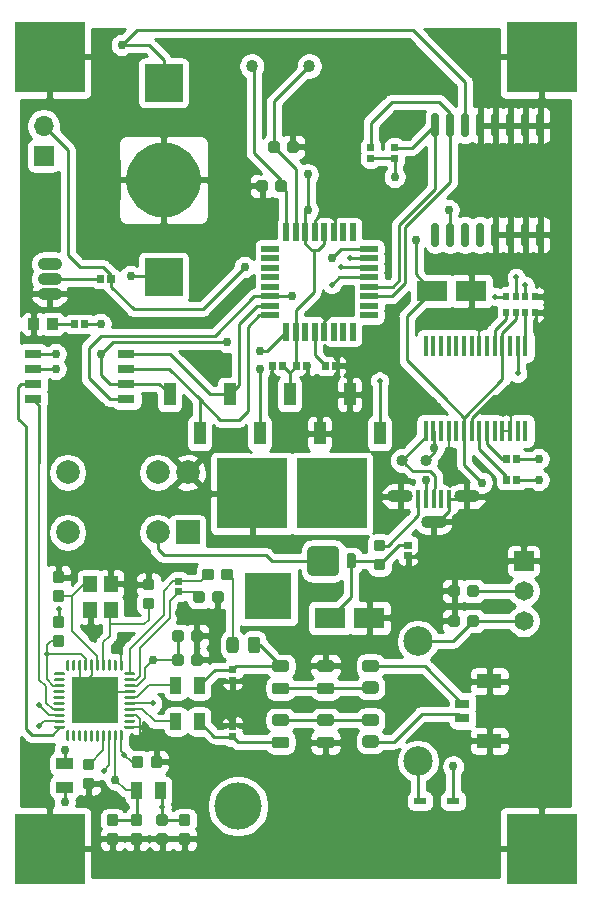
<source format=gtl>
G04 #@! TF.GenerationSoftware,KiCad,Pcbnew,(5.1.10)-1*
G04 #@! TF.CreationDate,2021-06-08T22:52:37-07:00*
G04 #@! TF.ProjectId,Plug_Pass,506c7567-5f50-4617-9373-2e6b69636164,v3.1*
G04 #@! TF.SameCoordinates,Original*
G04 #@! TF.FileFunction,Copper,L1,Top*
G04 #@! TF.FilePolarity,Positive*
%FSLAX46Y46*%
G04 Gerber Fmt 4.6, Leading zero omitted, Abs format (unit mm)*
G04 Created by KiCad (PCBNEW (5.1.10)-1) date 2021-06-08 22:52:37*
%MOMM*%
%LPD*%
G01*
G04 APERTURE LIST*
G04 #@! TA.AperFunction,ComponentPad*
%ADD10C,1.030000*%
G04 #@! TD*
G04 #@! TA.AperFunction,ComponentPad*
%ADD11O,2.080000X1.040000*%
G04 #@! TD*
G04 #@! TA.AperFunction,SMDPad,CuDef*
%ADD12R,1.050000X0.600000*%
G04 #@! TD*
G04 #@! TA.AperFunction,ComponentPad*
%ADD13C,1.651000*%
G04 #@! TD*
G04 #@! TA.AperFunction,ComponentPad*
%ADD14R,1.651000X1.651000*%
G04 #@! TD*
G04 #@! TA.AperFunction,ComponentPad*
%ADD15O,1.700000X1.700000*%
G04 #@! TD*
G04 #@! TA.AperFunction,ComponentPad*
%ADD16R,1.700000X1.700000*%
G04 #@! TD*
G04 #@! TA.AperFunction,SMDPad,CuDef*
%ADD17R,1.500000X0.550000*%
G04 #@! TD*
G04 #@! TA.AperFunction,SMDPad,CuDef*
%ADD18R,0.550000X1.500000*%
G04 #@! TD*
G04 #@! TA.AperFunction,SMDPad,CuDef*
%ADD19R,1.000000X1.900000*%
G04 #@! TD*
G04 #@! TA.AperFunction,SMDPad,CuDef*
%ADD20R,1.450000X0.750000*%
G04 #@! TD*
G04 #@! TA.AperFunction,ComponentPad*
%ADD21R,6.000001X6.000001*%
G04 #@! TD*
G04 #@! TA.AperFunction,SMDPad,CuDef*
%ADD22R,3.200000X3.200000*%
G04 #@! TD*
G04 #@! TA.AperFunction,ComponentPad*
%ADD23O,2.200000X1.100000*%
G04 #@! TD*
G04 #@! TA.AperFunction,SMDPad,CuDef*
%ADD24R,0.450000X1.500000*%
G04 #@! TD*
G04 #@! TA.AperFunction,SMDPad,CuDef*
%ADD25R,1.200000X1.400000*%
G04 #@! TD*
G04 #@! TA.AperFunction,SMDPad,CuDef*
%ADD26R,2.600000X1.800000*%
G04 #@! TD*
G04 #@! TA.AperFunction,ComponentPad*
%ADD27C,2.500000*%
G04 #@! TD*
G04 #@! TA.AperFunction,ComponentPad*
%ADD28R,4.000000X4.000000*%
G04 #@! TD*
G04 #@! TA.AperFunction,ComponentPad*
%ADD29C,4.000000*%
G04 #@! TD*
G04 #@! TA.AperFunction,SMDPad,CuDef*
%ADD30R,2.150000X1.300000*%
G04 #@! TD*
G04 #@! TA.AperFunction,SMDPad,CuDef*
%ADD31R,1.200000X0.800000*%
G04 #@! TD*
G04 #@! TA.AperFunction,SMDPad,CuDef*
%ADD32R,0.450000X1.750000*%
G04 #@! TD*
G04 #@! TA.AperFunction,SMDPad,CuDef*
%ADD33R,4.000000X4.000000*%
G04 #@! TD*
G04 #@! TA.AperFunction,ComponentPad*
%ADD34C,2.000000*%
G04 #@! TD*
G04 #@! TA.AperFunction,ComponentPad*
%ADD35R,2.000000X2.000000*%
G04 #@! TD*
G04 #@! TA.AperFunction,ViaPad*
%ADD36C,0.762000*%
G04 #@! TD*
G04 #@! TA.AperFunction,ViaPad*
%ADD37C,0.508000*%
G04 #@! TD*
G04 #@! TA.AperFunction,ViaPad*
%ADD38C,1.160000*%
G04 #@! TD*
G04 #@! TA.AperFunction,Conductor*
%ADD39C,0.177800*%
G04 #@! TD*
G04 #@! TA.AperFunction,Conductor*
%ADD40C,0.254000*%
G04 #@! TD*
G04 #@! TA.AperFunction,Conductor*
%ADD41C,0.508000*%
G04 #@! TD*
G04 #@! TA.AperFunction,Conductor*
%ADD42C,0.100000*%
G04 #@! TD*
G04 APERTURE END LIST*
D10*
X154078000Y-57150000D03*
X149198000Y-57150000D03*
D11*
X132080000Y-73914000D03*
X132080000Y-75184000D03*
X132080000Y-76454000D03*
D12*
X163446000Y-119380000D03*
X166246000Y-119380000D03*
D13*
X172212000Y-104140000D03*
X172212000Y-101600000D03*
D14*
X172212000Y-99060000D03*
G04 #@! TA.AperFunction,SMDPad,CuDef*
G36*
G01*
X148886500Y-106622002D02*
X148886500Y-105721998D01*
G75*
G02*
X149136498Y-105472000I249998J0D01*
G01*
X149661502Y-105472000D01*
G75*
G02*
X149911500Y-105721998I0J-249998D01*
G01*
X149911500Y-106622002D01*
G75*
G02*
X149661502Y-106872000I-249998J0D01*
G01*
X149136498Y-106872000D01*
G75*
G02*
X148886500Y-106622002I0J249998D01*
G01*
G37*
G04 #@! TD.AperFunction*
G04 #@! TA.AperFunction,SMDPad,CuDef*
G36*
G01*
X147061500Y-106622002D02*
X147061500Y-105721998D01*
G75*
G02*
X147311498Y-105472000I249998J0D01*
G01*
X147836502Y-105472000D01*
G75*
G02*
X148086500Y-105721998I0J-249998D01*
G01*
X148086500Y-106622002D01*
G75*
G02*
X147836502Y-106872000I-249998J0D01*
G01*
X147311498Y-106872000D01*
G75*
G02*
X147061500Y-106622002I0J249998D01*
G01*
G37*
G04 #@! TD.AperFunction*
G04 #@! TA.AperFunction,SMDPad,CuDef*
G36*
G01*
X159708002Y-108462500D02*
X158807998Y-108462500D01*
G75*
G02*
X158558000Y-108212502I0J249998D01*
G01*
X158558000Y-107687498D01*
G75*
G02*
X158807998Y-107437500I249998J0D01*
G01*
X159708002Y-107437500D01*
G75*
G02*
X159958000Y-107687498I0J-249998D01*
G01*
X159958000Y-108212502D01*
G75*
G02*
X159708002Y-108462500I-249998J0D01*
G01*
G37*
G04 #@! TD.AperFunction*
G04 #@! TA.AperFunction,SMDPad,CuDef*
G36*
G01*
X159708002Y-110287500D02*
X158807998Y-110287500D01*
G75*
G02*
X158558000Y-110037502I0J249998D01*
G01*
X158558000Y-109512498D01*
G75*
G02*
X158807998Y-109262500I249998J0D01*
G01*
X159708002Y-109262500D01*
G75*
G02*
X159958000Y-109512498I0J-249998D01*
G01*
X159958000Y-110037502D01*
G75*
G02*
X159708002Y-110287500I-249998J0D01*
G01*
G37*
G04 #@! TD.AperFunction*
G04 #@! TA.AperFunction,SMDPad,CuDef*
G36*
G01*
X159708002Y-113034500D02*
X158807998Y-113034500D01*
G75*
G02*
X158558000Y-112784502I0J249998D01*
G01*
X158558000Y-112259498D01*
G75*
G02*
X158807998Y-112009500I249998J0D01*
G01*
X159708002Y-112009500D01*
G75*
G02*
X159958000Y-112259498I0J-249998D01*
G01*
X159958000Y-112784502D01*
G75*
G02*
X159708002Y-113034500I-249998J0D01*
G01*
G37*
G04 #@! TD.AperFunction*
G04 #@! TA.AperFunction,SMDPad,CuDef*
G36*
G01*
X159708002Y-114859500D02*
X158807998Y-114859500D01*
G75*
G02*
X158558000Y-114609502I0J249998D01*
G01*
X158558000Y-114084498D01*
G75*
G02*
X158807998Y-113834500I249998J0D01*
G01*
X159708002Y-113834500D01*
G75*
G02*
X159958000Y-114084498I0J-249998D01*
G01*
X159958000Y-114609502D01*
G75*
G02*
X159708002Y-114859500I-249998J0D01*
G01*
G37*
G04 #@! TD.AperFunction*
G04 #@! TA.AperFunction,SMDPad,CuDef*
G36*
G01*
X151163000Y-109350000D02*
X152113000Y-109350000D01*
G75*
G02*
X152363000Y-109600000I0J-250000D01*
G01*
X152363000Y-110100000D01*
G75*
G02*
X152113000Y-110350000I-250000J0D01*
G01*
X151163000Y-110350000D01*
G75*
G02*
X150913000Y-110100000I0J250000D01*
G01*
X150913000Y-109600000D01*
G75*
G02*
X151163000Y-109350000I250000J0D01*
G01*
G37*
G04 #@! TD.AperFunction*
G04 #@! TA.AperFunction,SMDPad,CuDef*
G36*
G01*
X151163000Y-107450000D02*
X152113000Y-107450000D01*
G75*
G02*
X152363000Y-107700000I0J-250000D01*
G01*
X152363000Y-108200000D01*
G75*
G02*
X152113000Y-108450000I-250000J0D01*
G01*
X151163000Y-108450000D01*
G75*
G02*
X150913000Y-108200000I0J250000D01*
G01*
X150913000Y-107700000D01*
G75*
G02*
X151163000Y-107450000I250000J0D01*
G01*
G37*
G04 #@! TD.AperFunction*
G04 #@! TA.AperFunction,SMDPad,CuDef*
G36*
G01*
X154973000Y-109350000D02*
X155923000Y-109350000D01*
G75*
G02*
X156173000Y-109600000I0J-250000D01*
G01*
X156173000Y-110100000D01*
G75*
G02*
X155923000Y-110350000I-250000J0D01*
G01*
X154973000Y-110350000D01*
G75*
G02*
X154723000Y-110100000I0J250000D01*
G01*
X154723000Y-109600000D01*
G75*
G02*
X154973000Y-109350000I250000J0D01*
G01*
G37*
G04 #@! TD.AperFunction*
G04 #@! TA.AperFunction,SMDPad,CuDef*
G36*
G01*
X154973000Y-107450000D02*
X155923000Y-107450000D01*
G75*
G02*
X156173000Y-107700000I0J-250000D01*
G01*
X156173000Y-108200000D01*
G75*
G02*
X155923000Y-108450000I-250000J0D01*
G01*
X154973000Y-108450000D01*
G75*
G02*
X154723000Y-108200000I0J250000D01*
G01*
X154723000Y-107700000D01*
G75*
G02*
X154973000Y-107450000I250000J0D01*
G01*
G37*
G04 #@! TD.AperFunction*
G04 #@! TA.AperFunction,SMDPad,CuDef*
G36*
G01*
X154973000Y-113922000D02*
X155923000Y-113922000D01*
G75*
G02*
X156173000Y-114172000I0J-250000D01*
G01*
X156173000Y-114672000D01*
G75*
G02*
X155923000Y-114922000I-250000J0D01*
G01*
X154973000Y-114922000D01*
G75*
G02*
X154723000Y-114672000I0J250000D01*
G01*
X154723000Y-114172000D01*
G75*
G02*
X154973000Y-113922000I250000J0D01*
G01*
G37*
G04 #@! TD.AperFunction*
G04 #@! TA.AperFunction,SMDPad,CuDef*
G36*
G01*
X154973000Y-112022000D02*
X155923000Y-112022000D01*
G75*
G02*
X156173000Y-112272000I0J-250000D01*
G01*
X156173000Y-112772000D01*
G75*
G02*
X155923000Y-113022000I-250000J0D01*
G01*
X154973000Y-113022000D01*
G75*
G02*
X154723000Y-112772000I0J250000D01*
G01*
X154723000Y-112272000D01*
G75*
G02*
X154973000Y-112022000I250000J0D01*
G01*
G37*
G04 #@! TD.AperFunction*
G04 #@! TA.AperFunction,SMDPad,CuDef*
G36*
G01*
X151163000Y-113922000D02*
X152113000Y-113922000D01*
G75*
G02*
X152363000Y-114172000I0J-250000D01*
G01*
X152363000Y-114672000D01*
G75*
G02*
X152113000Y-114922000I-250000J0D01*
G01*
X151163000Y-114922000D01*
G75*
G02*
X150913000Y-114672000I0J250000D01*
G01*
X150913000Y-114172000D01*
G75*
G02*
X151163000Y-113922000I250000J0D01*
G01*
G37*
G04 #@! TD.AperFunction*
G04 #@! TA.AperFunction,SMDPad,CuDef*
G36*
G01*
X151163000Y-112022000D02*
X152113000Y-112022000D01*
G75*
G02*
X152363000Y-112272000I0J-250000D01*
G01*
X152363000Y-112772000D01*
G75*
G02*
X152113000Y-113022000I-250000J0D01*
G01*
X151163000Y-113022000D01*
G75*
G02*
X150913000Y-112772000I0J250000D01*
G01*
X150913000Y-112272000D01*
G75*
G02*
X151163000Y-112022000I250000J0D01*
G01*
G37*
G04 #@! TD.AperFunction*
D15*
X131572000Y-62230000D03*
D16*
X131572000Y-64770000D03*
D17*
X159140000Y-72638000D03*
X159140000Y-73438000D03*
X159140000Y-74238000D03*
X159140000Y-75038000D03*
X159140000Y-75838000D03*
X159140000Y-76638000D03*
X159140000Y-77438000D03*
X159140000Y-78238000D03*
D18*
X157740000Y-79638000D03*
X156940000Y-79638000D03*
X156140000Y-79638000D03*
X155340000Y-79638000D03*
X154540000Y-79638000D03*
X153740000Y-79638000D03*
X152940000Y-79638000D03*
X152140000Y-79638000D03*
D17*
X150740000Y-78238000D03*
X150740000Y-77438000D03*
X150740000Y-76638000D03*
X150740000Y-75838000D03*
X150740000Y-75038000D03*
X150740000Y-74238000D03*
X150740000Y-73438000D03*
D18*
X152140000Y-71238000D03*
X152940000Y-71238000D03*
X153740000Y-71238000D03*
X154540000Y-71238000D03*
X155340000Y-71238000D03*
X156140000Y-71238000D03*
X156940000Y-71238000D03*
X157740000Y-71238000D03*
D17*
X150740000Y-72638000D03*
G04 #@! TA.AperFunction,SMDPad,CuDef*
G36*
G01*
X136988000Y-75484700D02*
X136988000Y-74883300D01*
G75*
G02*
X136997300Y-74874000I9300J0D01*
G01*
X137598700Y-74874000D01*
G75*
G02*
X137608000Y-74883300I0J-9300D01*
G01*
X137608000Y-75484700D01*
G75*
G02*
X137598700Y-75494000I-9300J0D01*
G01*
X136997300Y-75494000D01*
G75*
G02*
X136988000Y-75484700I0J9300D01*
G01*
G37*
G04 #@! TD.AperFunction*
G04 #@! TA.AperFunction,SMDPad,CuDef*
G36*
G01*
X136088000Y-75484700D02*
X136088000Y-74883300D01*
G75*
G02*
X136097300Y-74874000I9300J0D01*
G01*
X136698700Y-74874000D01*
G75*
G02*
X136708000Y-74883300I0J-9300D01*
G01*
X136708000Y-75484700D01*
G75*
G02*
X136698700Y-75494000I-9300J0D01*
G01*
X136097300Y-75494000D01*
G75*
G02*
X136088000Y-75484700I0J9300D01*
G01*
G37*
G04 #@! TD.AperFunction*
D19*
X144780000Y-88264000D03*
X149860000Y-88264000D03*
X154940000Y-88264000D03*
X160020000Y-88264000D03*
X142240000Y-84964000D03*
X147320000Y-84964000D03*
X152400000Y-84964000D03*
X157480000Y-84964000D03*
G04 #@! TA.AperFunction,SMDPad,CuDef*
G36*
G01*
X151567000Y-63650500D02*
X151567000Y-64365500D01*
G75*
G02*
X151424500Y-64508000I-142500J0D01*
G01*
X150759500Y-64508000D01*
G75*
G02*
X150617000Y-64365500I0J142500D01*
G01*
X150617000Y-63650500D01*
G75*
G02*
X150759500Y-63508000I142500J0D01*
G01*
X151424500Y-63508000D01*
G75*
G02*
X151567000Y-63650500I0J-142500D01*
G01*
G37*
G04 #@! TD.AperFunction*
G04 #@! TA.AperFunction,SMDPad,CuDef*
G36*
G01*
X153167000Y-63650500D02*
X153167000Y-64365500D01*
G75*
G02*
X153024500Y-64508000I-142500J0D01*
G01*
X152359500Y-64508000D01*
G75*
G02*
X152217000Y-64365500I0J142500D01*
G01*
X152217000Y-63650500D01*
G75*
G02*
X152359500Y-63508000I142500J0D01*
G01*
X153024500Y-63508000D01*
G75*
G02*
X153167000Y-63650500I0J-142500D01*
G01*
G37*
G04 #@! TD.AperFunction*
G04 #@! TA.AperFunction,SMDPad,CuDef*
G36*
G01*
X151201000Y-67667500D02*
X151201000Y-66952500D01*
G75*
G02*
X151343500Y-66810000I142500J0D01*
G01*
X152008500Y-66810000D01*
G75*
G02*
X152151000Y-66952500I0J-142500D01*
G01*
X152151000Y-67667500D01*
G75*
G02*
X152008500Y-67810000I-142500J0D01*
G01*
X151343500Y-67810000D01*
G75*
G02*
X151201000Y-67667500I0J142500D01*
G01*
G37*
G04 #@! TD.AperFunction*
G04 #@! TA.AperFunction,SMDPad,CuDef*
G36*
G01*
X149601000Y-67667500D02*
X149601000Y-66952500D01*
G75*
G02*
X149743500Y-66810000I142500J0D01*
G01*
X150408500Y-66810000D01*
G75*
G02*
X150551000Y-66952500I0J-142500D01*
G01*
X150551000Y-67667500D01*
G75*
G02*
X150408500Y-67810000I-142500J0D01*
G01*
X149743500Y-67810000D01*
G75*
G02*
X149601000Y-67667500I0J142500D01*
G01*
G37*
G04 #@! TD.AperFunction*
D20*
X138595000Y-81534000D03*
X138595000Y-82804000D03*
X138595000Y-84074000D03*
X138595000Y-85344000D03*
X130645000Y-85344000D03*
X130645000Y-84074000D03*
X130645000Y-82804000D03*
X130645000Y-81534000D03*
D21*
X173736000Y-123444000D03*
X173736000Y-56388000D03*
X132080000Y-123444000D03*
X132080000Y-56388000D03*
D22*
X141732000Y-58576600D03*
X141732000Y-75027400D03*
G04 #@! TA.AperFunction,SMDPad,CuDef*
G36*
G01*
X141732000Y-69977000D02*
X141732000Y-69977000D01*
G75*
G02*
X138557000Y-66802000I0J3175000D01*
G01*
X138557000Y-66802000D01*
G75*
G02*
X141732000Y-63627000I3175000J0D01*
G01*
X141732000Y-63627000D01*
G75*
G02*
X144907000Y-66802000I0J-3175000D01*
G01*
X144907000Y-66802000D01*
G75*
G02*
X141732000Y-69977000I-3175000J0D01*
G01*
G37*
G04 #@! TD.AperFunction*
D23*
X167392000Y-93599000D03*
X161792000Y-93599000D03*
X164592000Y-95749000D03*
D24*
X165892000Y-93849000D03*
X165242000Y-93849000D03*
X164592000Y-93849000D03*
X163942000Y-93849000D03*
X163292000Y-93849000D03*
D25*
X135548000Y-103208000D03*
X135548000Y-101008000D03*
X137248000Y-101008000D03*
X137248000Y-103208000D03*
G04 #@! TA.AperFunction,SMDPad,CuDef*
G36*
G01*
X153556000Y-82850700D02*
X153556000Y-82249300D01*
G75*
G02*
X153565300Y-82240000I9300J0D01*
G01*
X154166700Y-82240000D01*
G75*
G02*
X154176000Y-82249300I0J-9300D01*
G01*
X154176000Y-82850700D01*
G75*
G02*
X154166700Y-82860000I-9300J0D01*
G01*
X153565300Y-82860000D01*
G75*
G02*
X153556000Y-82850700I0J9300D01*
G01*
G37*
G04 #@! TD.AperFunction*
G04 #@! TA.AperFunction,SMDPad,CuDef*
G36*
G01*
X152656000Y-82850700D02*
X152656000Y-82249300D01*
G75*
G02*
X152665300Y-82240000I9300J0D01*
G01*
X153266700Y-82240000D01*
G75*
G02*
X153276000Y-82249300I0J-9300D01*
G01*
X153276000Y-82850700D01*
G75*
G02*
X153266700Y-82860000I-9300J0D01*
G01*
X152665300Y-82860000D01*
G75*
G02*
X152656000Y-82850700I0J9300D01*
G01*
G37*
G04 #@! TD.AperFunction*
G04 #@! TA.AperFunction,SMDPad,CuDef*
G36*
G01*
X134480000Y-78693300D02*
X134480000Y-79294700D01*
G75*
G02*
X134470700Y-79304000I-9300J0D01*
G01*
X133869300Y-79304000D01*
G75*
G02*
X133860000Y-79294700I0J9300D01*
G01*
X133860000Y-78693300D01*
G75*
G02*
X133869300Y-78684000I9300J0D01*
G01*
X134470700Y-78684000D01*
G75*
G02*
X134480000Y-78693300I0J-9300D01*
G01*
G37*
G04 #@! TD.AperFunction*
G04 #@! TA.AperFunction,SMDPad,CuDef*
G36*
G01*
X135380000Y-78693300D02*
X135380000Y-79294700D01*
G75*
G02*
X135370700Y-79304000I-9300J0D01*
G01*
X134769300Y-79304000D01*
G75*
G02*
X134760000Y-79294700I0J9300D01*
G01*
X134760000Y-78693300D01*
G75*
G02*
X134769300Y-78684000I9300J0D01*
G01*
X135370700Y-78684000D01*
G75*
G02*
X135380000Y-78693300I0J-9300D01*
G01*
G37*
G04 #@! TD.AperFunction*
G04 #@! TA.AperFunction,SMDPad,CuDef*
G36*
G01*
X171336000Y-92502700D02*
X171336000Y-91901300D01*
G75*
G02*
X171345300Y-91892000I9300J0D01*
G01*
X171946700Y-91892000D01*
G75*
G02*
X171956000Y-91901300I0J-9300D01*
G01*
X171956000Y-92502700D01*
G75*
G02*
X171946700Y-92512000I-9300J0D01*
G01*
X171345300Y-92512000D01*
G75*
G02*
X171336000Y-92502700I0J9300D01*
G01*
G37*
G04 #@! TD.AperFunction*
G04 #@! TA.AperFunction,SMDPad,CuDef*
G36*
G01*
X170436000Y-92502700D02*
X170436000Y-91901300D01*
G75*
G02*
X170445300Y-91892000I9300J0D01*
G01*
X171046700Y-91892000D01*
G75*
G02*
X171056000Y-91901300I0J-9300D01*
G01*
X171056000Y-92502700D01*
G75*
G02*
X171046700Y-92512000I-9300J0D01*
G01*
X170445300Y-92512000D01*
G75*
G02*
X170436000Y-92502700I0J9300D01*
G01*
G37*
G04 #@! TD.AperFunction*
G04 #@! TA.AperFunction,SMDPad,CuDef*
G36*
G01*
X171336000Y-90724700D02*
X171336000Y-90123300D01*
G75*
G02*
X171345300Y-90114000I9300J0D01*
G01*
X171946700Y-90114000D01*
G75*
G02*
X171956000Y-90123300I0J-9300D01*
G01*
X171956000Y-90724700D01*
G75*
G02*
X171946700Y-90734000I-9300J0D01*
G01*
X171345300Y-90734000D01*
G75*
G02*
X171336000Y-90724700I0J9300D01*
G01*
G37*
G04 #@! TD.AperFunction*
G04 #@! TA.AperFunction,SMDPad,CuDef*
G36*
G01*
X170436000Y-90724700D02*
X170436000Y-90123300D01*
G75*
G02*
X170445300Y-90114000I9300J0D01*
G01*
X171046700Y-90114000D01*
G75*
G02*
X171056000Y-90123300I0J-9300D01*
G01*
X171056000Y-90724700D01*
G75*
G02*
X171046700Y-90734000I-9300J0D01*
G01*
X170445300Y-90734000D01*
G75*
G02*
X170436000Y-90724700I0J9300D01*
G01*
G37*
G04 #@! TD.AperFunction*
G04 #@! TA.AperFunction,SMDPad,CuDef*
G36*
G01*
X142701300Y-101359000D02*
X143302700Y-101359000D01*
G75*
G02*
X143312000Y-101368300I0J-9300D01*
G01*
X143312000Y-101969700D01*
G75*
G02*
X143302700Y-101979000I-9300J0D01*
G01*
X142701300Y-101979000D01*
G75*
G02*
X142692000Y-101969700I0J9300D01*
G01*
X142692000Y-101368300D01*
G75*
G02*
X142701300Y-101359000I9300J0D01*
G01*
G37*
G04 #@! TD.AperFunction*
G04 #@! TA.AperFunction,SMDPad,CuDef*
G36*
G01*
X142701300Y-100459000D02*
X143302700Y-100459000D01*
G75*
G02*
X143312000Y-100468300I0J-9300D01*
G01*
X143312000Y-101069700D01*
G75*
G02*
X143302700Y-101079000I-9300J0D01*
G01*
X142701300Y-101079000D01*
G75*
G02*
X142692000Y-101069700I0J9300D01*
G01*
X142692000Y-100468300D01*
G75*
G02*
X142701300Y-100459000I9300J0D01*
G01*
G37*
G04 #@! TD.AperFunction*
G04 #@! TA.AperFunction,SMDPad,CuDef*
G36*
G01*
X158957300Y-64656000D02*
X159558700Y-64656000D01*
G75*
G02*
X159568000Y-64665300I0J-9300D01*
G01*
X159568000Y-65266700D01*
G75*
G02*
X159558700Y-65276000I-9300J0D01*
G01*
X158957300Y-65276000D01*
G75*
G02*
X158948000Y-65266700I0J9300D01*
G01*
X158948000Y-64665300D01*
G75*
G02*
X158957300Y-64656000I9300J0D01*
G01*
G37*
G04 #@! TD.AperFunction*
G04 #@! TA.AperFunction,SMDPad,CuDef*
G36*
G01*
X158957300Y-63756000D02*
X159558700Y-63756000D01*
G75*
G02*
X159568000Y-63765300I0J-9300D01*
G01*
X159568000Y-64366700D01*
G75*
G02*
X159558700Y-64376000I-9300J0D01*
G01*
X158957300Y-64376000D01*
G75*
G02*
X158948000Y-64366700I0J9300D01*
G01*
X158948000Y-63765300D01*
G75*
G02*
X158957300Y-63756000I9300J0D01*
G01*
G37*
G04 #@! TD.AperFunction*
G04 #@! TA.AperFunction,SMDPad,CuDef*
G36*
G01*
X160989300Y-64656000D02*
X161590700Y-64656000D01*
G75*
G02*
X161600000Y-64665300I0J-9300D01*
G01*
X161600000Y-65266700D01*
G75*
G02*
X161590700Y-65276000I-9300J0D01*
G01*
X160989300Y-65276000D01*
G75*
G02*
X160980000Y-65266700I0J9300D01*
G01*
X160980000Y-64665300D01*
G75*
G02*
X160989300Y-64656000I9300J0D01*
G01*
G37*
G04 #@! TD.AperFunction*
G04 #@! TA.AperFunction,SMDPad,CuDef*
G36*
G01*
X160989300Y-63756000D02*
X161590700Y-63756000D01*
G75*
G02*
X161600000Y-63765300I0J-9300D01*
G01*
X161600000Y-64366700D01*
G75*
G02*
X161590700Y-64376000I-9300J0D01*
G01*
X160989300Y-64376000D01*
G75*
G02*
X160980000Y-64366700I0J9300D01*
G01*
X160980000Y-63765300D01*
G75*
G02*
X160989300Y-63756000I9300J0D01*
G01*
G37*
G04 #@! TD.AperFunction*
G04 #@! TA.AperFunction,SMDPad,CuDef*
G36*
G01*
X134060750Y-116696000D02*
X132639250Y-116696000D01*
G75*
G02*
X132625000Y-116681750I0J14250D01*
G01*
X132625000Y-115760250D01*
G75*
G02*
X132639250Y-115746000I14250J0D01*
G01*
X134060750Y-115746000D01*
G75*
G02*
X134075000Y-115760250I0J-14250D01*
G01*
X134075000Y-116681750D01*
G75*
G02*
X134060750Y-116696000I-14250J0D01*
G01*
G37*
G04 #@! TD.AperFunction*
G04 #@! TA.AperFunction,SMDPad,CuDef*
G36*
G01*
X134060750Y-118696000D02*
X132639250Y-118696000D01*
G75*
G02*
X132625000Y-118681750I0J14250D01*
G01*
X132625000Y-117760250D01*
G75*
G02*
X132639250Y-117746000I14250J0D01*
G01*
X134060750Y-117746000D01*
G75*
G02*
X134075000Y-117760250I0J-14250D01*
G01*
X134075000Y-118681750D01*
G75*
G02*
X134060750Y-118696000I-14250J0D01*
G01*
G37*
G04 #@! TD.AperFunction*
G04 #@! TA.AperFunction,SMDPad,CuDef*
G36*
G01*
X143239000Y-108890250D02*
X143239000Y-110311750D01*
G75*
G02*
X143224750Y-110326000I-14250J0D01*
G01*
X142303250Y-110326000D01*
G75*
G02*
X142289000Y-110311750I0J14250D01*
G01*
X142289000Y-108890250D01*
G75*
G02*
X142303250Y-108876000I14250J0D01*
G01*
X143224750Y-108876000D01*
G75*
G02*
X143239000Y-108890250I0J-14250D01*
G01*
G37*
G04 #@! TD.AperFunction*
G04 #@! TA.AperFunction,SMDPad,CuDef*
G36*
G01*
X145239000Y-108890250D02*
X145239000Y-110311750D01*
G75*
G02*
X145224750Y-110326000I-14250J0D01*
G01*
X144303250Y-110326000D01*
G75*
G02*
X144289000Y-110311750I0J14250D01*
G01*
X144289000Y-108890250D01*
G75*
G02*
X144303250Y-108876000I14250J0D01*
G01*
X145224750Y-108876000D01*
G75*
G02*
X145239000Y-108890250I0J-14250D01*
G01*
G37*
G04 #@! TD.AperFunction*
G04 #@! TA.AperFunction,SMDPad,CuDef*
G36*
G01*
X143239000Y-111938250D02*
X143239000Y-113359750D01*
G75*
G02*
X143224750Y-113374000I-14250J0D01*
G01*
X142303250Y-113374000D01*
G75*
G02*
X142289000Y-113359750I0J14250D01*
G01*
X142289000Y-111938250D01*
G75*
G02*
X142303250Y-111924000I14250J0D01*
G01*
X143224750Y-111924000D01*
G75*
G02*
X143239000Y-111938250I0J-14250D01*
G01*
G37*
G04 #@! TD.AperFunction*
G04 #@! TA.AperFunction,SMDPad,CuDef*
G36*
G01*
X145239000Y-111938250D02*
X145239000Y-113359750D01*
G75*
G02*
X145224750Y-113374000I-14250J0D01*
G01*
X144303250Y-113374000D01*
G75*
G02*
X144289000Y-113359750I0J14250D01*
G01*
X144289000Y-111938250D01*
G75*
G02*
X144303250Y-111924000I14250J0D01*
G01*
X145224750Y-111924000D01*
G75*
G02*
X145239000Y-111938250I0J-14250D01*
G01*
G37*
G04 #@! TD.AperFunction*
G04 #@! TA.AperFunction,SMDPad,CuDef*
G36*
G01*
X139937000Y-117780250D02*
X139937000Y-119201750D01*
G75*
G02*
X139922750Y-119216000I-14250J0D01*
G01*
X139001250Y-119216000D01*
G75*
G02*
X138987000Y-119201750I0J14250D01*
G01*
X138987000Y-117780250D01*
G75*
G02*
X139001250Y-117766000I14250J0D01*
G01*
X139922750Y-117766000D01*
G75*
G02*
X139937000Y-117780250I0J-14250D01*
G01*
G37*
G04 #@! TD.AperFunction*
G04 #@! TA.AperFunction,SMDPad,CuDef*
G36*
G01*
X141937000Y-117780250D02*
X141937000Y-119201750D01*
G75*
G02*
X141922750Y-119216000I-14250J0D01*
G01*
X141001250Y-119216000D01*
G75*
G02*
X140987000Y-119201750I0J14250D01*
G01*
X140987000Y-117780250D01*
G75*
G02*
X141001250Y-117766000I14250J0D01*
G01*
X141922750Y-117766000D01*
G75*
G02*
X141937000Y-117780250I0J-14250D01*
G01*
G37*
G04 #@! TD.AperFunction*
G04 #@! TA.AperFunction,SMDPad,CuDef*
G36*
G01*
X130284000Y-79455500D02*
X130284000Y-78532500D01*
G75*
G02*
X130297500Y-78519000I13500J0D01*
G01*
X131170500Y-78519000D01*
G75*
G02*
X131184000Y-78532500I0J-13500D01*
G01*
X131184000Y-79455500D01*
G75*
G02*
X131170500Y-79469000I-13500J0D01*
G01*
X130297500Y-79469000D01*
G75*
G02*
X130284000Y-79455500I0J13500D01*
G01*
G37*
G04 #@! TD.AperFunction*
G04 #@! TA.AperFunction,SMDPad,CuDef*
G36*
G01*
X131884000Y-79455500D02*
X131884000Y-78532500D01*
G75*
G02*
X131897500Y-78519000I13500J0D01*
G01*
X132770500Y-78519000D01*
G75*
G02*
X132784000Y-78532500I0J-13500D01*
G01*
X132784000Y-79455500D01*
G75*
G02*
X132770500Y-79469000I-13500J0D01*
G01*
X131897500Y-79469000D01*
G75*
G02*
X131884000Y-79455500I0J13500D01*
G01*
G37*
G04 #@! TD.AperFunction*
G04 #@! TA.AperFunction,SMDPad,CuDef*
G36*
G01*
X162132300Y-97411000D02*
X162733700Y-97411000D01*
G75*
G02*
X162743000Y-97420300I0J-9300D01*
G01*
X162743000Y-98021700D01*
G75*
G02*
X162733700Y-98031000I-9300J0D01*
G01*
X162132300Y-98031000D01*
G75*
G02*
X162123000Y-98021700I0J9300D01*
G01*
X162123000Y-97420300D01*
G75*
G02*
X162132300Y-97411000I9300J0D01*
G01*
G37*
G04 #@! TD.AperFunction*
G04 #@! TA.AperFunction,SMDPad,CuDef*
G36*
G01*
X162132300Y-98311000D02*
X162733700Y-98311000D01*
G75*
G02*
X162743000Y-98320300I0J-9300D01*
G01*
X162743000Y-98921700D01*
G75*
G02*
X162733700Y-98931000I-9300J0D01*
G01*
X162132300Y-98931000D01*
G75*
G02*
X162123000Y-98921700I0J9300D01*
G01*
X162123000Y-98320300D01*
G75*
G02*
X162132300Y-98311000I9300J0D01*
G01*
G37*
G04 #@! TD.AperFunction*
D26*
X159130000Y-103886000D03*
X155830000Y-103886000D03*
G04 #@! TA.AperFunction,SMDPad,CuDef*
G36*
G01*
X155138000Y-82850700D02*
X155138000Y-82249300D01*
G75*
G02*
X155147300Y-82240000I9300J0D01*
G01*
X155748700Y-82240000D01*
G75*
G02*
X155758000Y-82249300I0J-9300D01*
G01*
X155758000Y-82850700D01*
G75*
G02*
X155748700Y-82860000I-9300J0D01*
G01*
X155147300Y-82860000D01*
G75*
G02*
X155138000Y-82850700I0J9300D01*
G01*
G37*
G04 #@! TD.AperFunction*
G04 #@! TA.AperFunction,SMDPad,CuDef*
G36*
G01*
X156038000Y-82850700D02*
X156038000Y-82249300D01*
G75*
G02*
X156047300Y-82240000I9300J0D01*
G01*
X156648700Y-82240000D01*
G75*
G02*
X156658000Y-82249300I0J-9300D01*
G01*
X156658000Y-82850700D01*
G75*
G02*
X156648700Y-82860000I-9300J0D01*
G01*
X156047300Y-82860000D01*
G75*
G02*
X156038000Y-82850700I0J9300D01*
G01*
G37*
G04 #@! TD.AperFunction*
X167766000Y-76200000D03*
X164466000Y-76200000D03*
G04 #@! TA.AperFunction,SMDPad,CuDef*
G36*
G01*
X133199500Y-100894000D02*
X132484500Y-100894000D01*
G75*
G02*
X132342000Y-100751500I0J142500D01*
G01*
X132342000Y-100086500D01*
G75*
G02*
X132484500Y-99944000I142500J0D01*
G01*
X133199500Y-99944000D01*
G75*
G02*
X133342000Y-100086500I0J-142500D01*
G01*
X133342000Y-100751500D01*
G75*
G02*
X133199500Y-100894000I-142500J0D01*
G01*
G37*
G04 #@! TD.AperFunction*
G04 #@! TA.AperFunction,SMDPad,CuDef*
G36*
G01*
X133199500Y-102494000D02*
X132484500Y-102494000D01*
G75*
G02*
X132342000Y-102351500I0J142500D01*
G01*
X132342000Y-101686500D01*
G75*
G02*
X132484500Y-101544000I142500J0D01*
G01*
X133199500Y-101544000D01*
G75*
G02*
X133342000Y-101686500I0J-142500D01*
G01*
X133342000Y-102351500D01*
G75*
G02*
X133199500Y-102494000I-142500J0D01*
G01*
G37*
G04 #@! TD.AperFunction*
G04 #@! TA.AperFunction,SMDPad,CuDef*
G36*
G01*
X140819500Y-101529000D02*
X140104500Y-101529000D01*
G75*
G02*
X139962000Y-101386500I0J142500D01*
G01*
X139962000Y-100721500D01*
G75*
G02*
X140104500Y-100579000I142500J0D01*
G01*
X140819500Y-100579000D01*
G75*
G02*
X140962000Y-100721500I0J-142500D01*
G01*
X140962000Y-101386500D01*
G75*
G02*
X140819500Y-101529000I-142500J0D01*
G01*
G37*
G04 #@! TD.AperFunction*
G04 #@! TA.AperFunction,SMDPad,CuDef*
G36*
G01*
X140819500Y-103129000D02*
X140104500Y-103129000D01*
G75*
G02*
X139962000Y-102986500I0J142500D01*
G01*
X139962000Y-102321500D01*
G75*
G02*
X140104500Y-102179000I142500J0D01*
G01*
X140819500Y-102179000D01*
G75*
G02*
X140962000Y-102321500I0J-142500D01*
G01*
X140962000Y-102986500D01*
G75*
G02*
X140819500Y-103129000I-142500J0D01*
G01*
G37*
G04 #@! TD.AperFunction*
G04 #@! TA.AperFunction,SMDPad,CuDef*
G36*
G01*
X145979000Y-99845500D02*
X145979000Y-100560500D01*
G75*
G02*
X145836500Y-100703000I-142500J0D01*
G01*
X145171500Y-100703000D01*
G75*
G02*
X145029000Y-100560500I0J142500D01*
G01*
X145029000Y-99845500D01*
G75*
G02*
X145171500Y-99703000I142500J0D01*
G01*
X145836500Y-99703000D01*
G75*
G02*
X145979000Y-99845500I0J-142500D01*
G01*
G37*
G04 #@! TD.AperFunction*
G04 #@! TA.AperFunction,SMDPad,CuDef*
G36*
G01*
X147579000Y-99845500D02*
X147579000Y-100560500D01*
G75*
G02*
X147436500Y-100703000I-142500J0D01*
G01*
X146771500Y-100703000D01*
G75*
G02*
X146629000Y-100560500I0J142500D01*
G01*
X146629000Y-99845500D01*
G75*
G02*
X146771500Y-99703000I142500J0D01*
G01*
X147436500Y-99703000D01*
G75*
G02*
X147579000Y-99845500I0J-142500D01*
G01*
G37*
G04 #@! TD.AperFunction*
G04 #@! TA.AperFunction,SMDPad,CuDef*
G36*
G01*
X166807000Y-101242500D02*
X166807000Y-101957500D01*
G75*
G02*
X166664500Y-102100000I-142500J0D01*
G01*
X165999500Y-102100000D01*
G75*
G02*
X165857000Y-101957500I0J142500D01*
G01*
X165857000Y-101242500D01*
G75*
G02*
X165999500Y-101100000I142500J0D01*
G01*
X166664500Y-101100000D01*
G75*
G02*
X166807000Y-101242500I0J-142500D01*
G01*
G37*
G04 #@! TD.AperFunction*
G04 #@! TA.AperFunction,SMDPad,CuDef*
G36*
G01*
X168407000Y-101242500D02*
X168407000Y-101957500D01*
G75*
G02*
X168264500Y-102100000I-142500J0D01*
G01*
X167599500Y-102100000D01*
G75*
G02*
X167457000Y-101957500I0J142500D01*
G01*
X167457000Y-101242500D01*
G75*
G02*
X167599500Y-101100000I142500J0D01*
G01*
X168264500Y-101100000D01*
G75*
G02*
X168407000Y-101242500I0J-142500D01*
G01*
G37*
G04 #@! TD.AperFunction*
G04 #@! TA.AperFunction,SMDPad,CuDef*
G36*
G01*
X166807000Y-103782500D02*
X166807000Y-104497500D01*
G75*
G02*
X166664500Y-104640000I-142500J0D01*
G01*
X165999500Y-104640000D01*
G75*
G02*
X165857000Y-104497500I0J142500D01*
G01*
X165857000Y-103782500D01*
G75*
G02*
X165999500Y-103640000I142500J0D01*
G01*
X166664500Y-103640000D01*
G75*
G02*
X166807000Y-103782500I0J-142500D01*
G01*
G37*
G04 #@! TD.AperFunction*
G04 #@! TA.AperFunction,SMDPad,CuDef*
G36*
G01*
X168407000Y-103782500D02*
X168407000Y-104497500D01*
G75*
G02*
X168264500Y-104640000I-142500J0D01*
G01*
X167599500Y-104640000D01*
G75*
G02*
X167457000Y-104497500I0J142500D01*
G01*
X167457000Y-103782500D01*
G75*
G02*
X167599500Y-103640000I142500J0D01*
G01*
X168264500Y-103640000D01*
G75*
G02*
X168407000Y-103782500I0J-142500D01*
G01*
G37*
G04 #@! TD.AperFunction*
G04 #@! TA.AperFunction,SMDPad,CuDef*
G36*
G01*
X145217000Y-101750500D02*
X145217000Y-102465500D01*
G75*
G02*
X145074500Y-102608000I-142500J0D01*
G01*
X144409500Y-102608000D01*
G75*
G02*
X144267000Y-102465500I0J142500D01*
G01*
X144267000Y-101750500D01*
G75*
G02*
X144409500Y-101608000I142500J0D01*
G01*
X145074500Y-101608000D01*
G75*
G02*
X145217000Y-101750500I0J-142500D01*
G01*
G37*
G04 #@! TD.AperFunction*
G04 #@! TA.AperFunction,SMDPad,CuDef*
G36*
G01*
X146817000Y-101750500D02*
X146817000Y-102465500D01*
G75*
G02*
X146674500Y-102608000I-142500J0D01*
G01*
X146009500Y-102608000D01*
G75*
G02*
X145867000Y-102465500I0J142500D01*
G01*
X145867000Y-101750500D01*
G75*
G02*
X146009500Y-101608000I142500J0D01*
G01*
X146674500Y-101608000D01*
G75*
G02*
X146817000Y-101750500I0J-142500D01*
G01*
G37*
G04 #@! TD.AperFunction*
G04 #@! TA.AperFunction,SMDPad,CuDef*
G36*
G01*
X143439000Y-107084500D02*
X143439000Y-107799500D01*
G75*
G02*
X143296500Y-107942000I-142500J0D01*
G01*
X142631500Y-107942000D01*
G75*
G02*
X142489000Y-107799500I0J142500D01*
G01*
X142489000Y-107084500D01*
G75*
G02*
X142631500Y-106942000I142500J0D01*
G01*
X143296500Y-106942000D01*
G75*
G02*
X143439000Y-107084500I0J-142500D01*
G01*
G37*
G04 #@! TD.AperFunction*
G04 #@! TA.AperFunction,SMDPad,CuDef*
G36*
G01*
X145039000Y-107084500D02*
X145039000Y-107799500D01*
G75*
G02*
X144896500Y-107942000I-142500J0D01*
G01*
X144231500Y-107942000D01*
G75*
G02*
X144089000Y-107799500I0J142500D01*
G01*
X144089000Y-107084500D01*
G75*
G02*
X144231500Y-106942000I142500J0D01*
G01*
X144896500Y-106942000D01*
G75*
G02*
X145039000Y-107084500I0J-142500D01*
G01*
G37*
G04 #@! TD.AperFunction*
G04 #@! TA.AperFunction,SMDPad,CuDef*
G36*
G01*
X132484500Y-105354000D02*
X133199500Y-105354000D01*
G75*
G02*
X133342000Y-105496500I0J-142500D01*
G01*
X133342000Y-106161500D01*
G75*
G02*
X133199500Y-106304000I-142500J0D01*
G01*
X132484500Y-106304000D01*
G75*
G02*
X132342000Y-106161500I0J142500D01*
G01*
X132342000Y-105496500D01*
G75*
G02*
X132484500Y-105354000I142500J0D01*
G01*
G37*
G04 #@! TD.AperFunction*
G04 #@! TA.AperFunction,SMDPad,CuDef*
G36*
G01*
X132484500Y-103754000D02*
X133199500Y-103754000D01*
G75*
G02*
X133342000Y-103896500I0J-142500D01*
G01*
X133342000Y-104561500D01*
G75*
G02*
X133199500Y-104704000I-142500J0D01*
G01*
X132484500Y-104704000D01*
G75*
G02*
X132342000Y-104561500I0J142500D01*
G01*
X132342000Y-103896500D01*
G75*
G02*
X132484500Y-103754000I142500J0D01*
G01*
G37*
G04 #@! TD.AperFunction*
G04 #@! TA.AperFunction,SMDPad,CuDef*
G36*
G01*
X143439000Y-105052500D02*
X143439000Y-105767500D01*
G75*
G02*
X143296500Y-105910000I-142500J0D01*
G01*
X142631500Y-105910000D01*
G75*
G02*
X142489000Y-105767500I0J142500D01*
G01*
X142489000Y-105052500D01*
G75*
G02*
X142631500Y-104910000I142500J0D01*
G01*
X143296500Y-104910000D01*
G75*
G02*
X143439000Y-105052500I0J-142500D01*
G01*
G37*
G04 #@! TD.AperFunction*
G04 #@! TA.AperFunction,SMDPad,CuDef*
G36*
G01*
X145039000Y-105052500D02*
X145039000Y-105767500D01*
G75*
G02*
X144896500Y-105910000I-142500J0D01*
G01*
X144231500Y-105910000D01*
G75*
G02*
X144089000Y-105767500I0J142500D01*
G01*
X144089000Y-105052500D01*
G75*
G02*
X144231500Y-104910000I142500J0D01*
G01*
X144896500Y-104910000D01*
G75*
G02*
X145039000Y-105052500I0J-142500D01*
G01*
G37*
G04 #@! TD.AperFunction*
G04 #@! TA.AperFunction,SMDPad,CuDef*
G36*
G01*
X147874700Y-108572000D02*
X147273300Y-108572000D01*
G75*
G02*
X147264000Y-108562700I0J9300D01*
G01*
X147264000Y-107961300D01*
G75*
G02*
X147273300Y-107952000I9300J0D01*
G01*
X147874700Y-107952000D01*
G75*
G02*
X147884000Y-107961300I0J-9300D01*
G01*
X147884000Y-108562700D01*
G75*
G02*
X147874700Y-108572000I-9300J0D01*
G01*
G37*
G04 #@! TD.AperFunction*
G04 #@! TA.AperFunction,SMDPad,CuDef*
G36*
G01*
X147874700Y-109472000D02*
X147273300Y-109472000D01*
G75*
G02*
X147264000Y-109462700I0J9300D01*
G01*
X147264000Y-108861300D01*
G75*
G02*
X147273300Y-108852000I9300J0D01*
G01*
X147874700Y-108852000D01*
G75*
G02*
X147884000Y-108861300I0J-9300D01*
G01*
X147884000Y-109462700D01*
G75*
G02*
X147874700Y-109472000I-9300J0D01*
G01*
G37*
G04 #@! TD.AperFunction*
G04 #@! TA.AperFunction,SMDPad,CuDef*
G36*
G01*
X147874700Y-113340000D02*
X147273300Y-113340000D01*
G75*
G02*
X147264000Y-113330700I0J9300D01*
G01*
X147264000Y-112729300D01*
G75*
G02*
X147273300Y-112720000I9300J0D01*
G01*
X147874700Y-112720000D01*
G75*
G02*
X147884000Y-112729300I0J-9300D01*
G01*
X147884000Y-113330700D01*
G75*
G02*
X147874700Y-113340000I-9300J0D01*
G01*
G37*
G04 #@! TD.AperFunction*
G04 #@! TA.AperFunction,SMDPad,CuDef*
G36*
G01*
X147874700Y-114240000D02*
X147273300Y-114240000D01*
G75*
G02*
X147264000Y-114230700I0J9300D01*
G01*
X147264000Y-113629300D01*
G75*
G02*
X147273300Y-113620000I9300J0D01*
G01*
X147874700Y-113620000D01*
G75*
G02*
X147884000Y-113629300I0J-9300D01*
G01*
X147884000Y-114230700D01*
G75*
G02*
X147874700Y-114240000I-9300J0D01*
G01*
G37*
G04 #@! TD.AperFunction*
G04 #@! TA.AperFunction,SMDPad,CuDef*
G36*
G01*
X143867500Y-121468000D02*
X143152500Y-121468000D01*
G75*
G02*
X143010000Y-121325500I0J142500D01*
G01*
X143010000Y-120660500D01*
G75*
G02*
X143152500Y-120518000I142500J0D01*
G01*
X143867500Y-120518000D01*
G75*
G02*
X144010000Y-120660500I0J-142500D01*
G01*
X144010000Y-121325500D01*
G75*
G02*
X143867500Y-121468000I-142500J0D01*
G01*
G37*
G04 #@! TD.AperFunction*
G04 #@! TA.AperFunction,SMDPad,CuDef*
G36*
G01*
X143867500Y-123068000D02*
X143152500Y-123068000D01*
G75*
G02*
X143010000Y-122925500I0J142500D01*
G01*
X143010000Y-122260500D01*
G75*
G02*
X143152500Y-122118000I142500J0D01*
G01*
X143867500Y-122118000D01*
G75*
G02*
X144010000Y-122260500I0J-142500D01*
G01*
X144010000Y-122925500D01*
G75*
G02*
X143867500Y-123068000I-142500J0D01*
G01*
G37*
G04 #@! TD.AperFunction*
G04 #@! TA.AperFunction,SMDPad,CuDef*
G36*
G01*
X135024500Y-117419000D02*
X135739500Y-117419000D01*
G75*
G02*
X135882000Y-117561500I0J-142500D01*
G01*
X135882000Y-118226500D01*
G75*
G02*
X135739500Y-118369000I-142500J0D01*
G01*
X135024500Y-118369000D01*
G75*
G02*
X134882000Y-118226500I0J142500D01*
G01*
X134882000Y-117561500D01*
G75*
G02*
X135024500Y-117419000I142500J0D01*
G01*
G37*
G04 #@! TD.AperFunction*
G04 #@! TA.AperFunction,SMDPad,CuDef*
G36*
G01*
X135024500Y-115819000D02*
X135739500Y-115819000D01*
G75*
G02*
X135882000Y-115961500I0J-142500D01*
G01*
X135882000Y-116626500D01*
G75*
G02*
X135739500Y-116769000I-142500J0D01*
G01*
X135024500Y-116769000D01*
G75*
G02*
X134882000Y-116626500I0J142500D01*
G01*
X134882000Y-115961500D01*
G75*
G02*
X135024500Y-115819000I142500J0D01*
G01*
G37*
G04 #@! TD.AperFunction*
G04 #@! TA.AperFunction,SMDPad,CuDef*
G36*
G01*
X141962500Y-121468000D02*
X141247500Y-121468000D01*
G75*
G02*
X141105000Y-121325500I0J142500D01*
G01*
X141105000Y-120660500D01*
G75*
G02*
X141247500Y-120518000I142500J0D01*
G01*
X141962500Y-120518000D01*
G75*
G02*
X142105000Y-120660500I0J-142500D01*
G01*
X142105000Y-121325500D01*
G75*
G02*
X141962500Y-121468000I-142500J0D01*
G01*
G37*
G04 #@! TD.AperFunction*
G04 #@! TA.AperFunction,SMDPad,CuDef*
G36*
G01*
X141962500Y-123068000D02*
X141247500Y-123068000D01*
G75*
G02*
X141105000Y-122925500I0J142500D01*
G01*
X141105000Y-122260500D01*
G75*
G02*
X141247500Y-122118000I142500J0D01*
G01*
X141962500Y-122118000D01*
G75*
G02*
X142105000Y-122260500I0J-142500D01*
G01*
X142105000Y-122925500D01*
G75*
G02*
X141962500Y-123068000I-142500J0D01*
G01*
G37*
G04 #@! TD.AperFunction*
G04 #@! TA.AperFunction,SMDPad,CuDef*
G36*
G01*
X139803500Y-121468000D02*
X139088500Y-121468000D01*
G75*
G02*
X138946000Y-121325500I0J142500D01*
G01*
X138946000Y-120660500D01*
G75*
G02*
X139088500Y-120518000I142500J0D01*
G01*
X139803500Y-120518000D01*
G75*
G02*
X139946000Y-120660500I0J-142500D01*
G01*
X139946000Y-121325500D01*
G75*
G02*
X139803500Y-121468000I-142500J0D01*
G01*
G37*
G04 #@! TD.AperFunction*
G04 #@! TA.AperFunction,SMDPad,CuDef*
G36*
G01*
X139803500Y-123068000D02*
X139088500Y-123068000D01*
G75*
G02*
X138946000Y-122925500I0J142500D01*
G01*
X138946000Y-122260500D01*
G75*
G02*
X139088500Y-122118000I142500J0D01*
G01*
X139803500Y-122118000D01*
G75*
G02*
X139946000Y-122260500I0J-142500D01*
G01*
X139946000Y-122925500D01*
G75*
G02*
X139803500Y-123068000I-142500J0D01*
G01*
G37*
G04 #@! TD.AperFunction*
G04 #@! TA.AperFunction,SMDPad,CuDef*
G36*
G01*
X140010000Y-115720500D02*
X140010000Y-116435500D01*
G75*
G02*
X139867500Y-116578000I-142500J0D01*
G01*
X139202500Y-116578000D01*
G75*
G02*
X139060000Y-116435500I0J142500D01*
G01*
X139060000Y-115720500D01*
G75*
G02*
X139202500Y-115578000I142500J0D01*
G01*
X139867500Y-115578000D01*
G75*
G02*
X140010000Y-115720500I0J-142500D01*
G01*
G37*
G04 #@! TD.AperFunction*
G04 #@! TA.AperFunction,SMDPad,CuDef*
G36*
G01*
X141610000Y-115720500D02*
X141610000Y-116435500D01*
G75*
G02*
X141467500Y-116578000I-142500J0D01*
G01*
X140802500Y-116578000D01*
G75*
G02*
X140660000Y-116435500I0J142500D01*
G01*
X140660000Y-115720500D01*
G75*
G02*
X140802500Y-115578000I142500J0D01*
G01*
X141467500Y-115578000D01*
G75*
G02*
X141610000Y-115720500I0J-142500D01*
G01*
G37*
G04 #@! TD.AperFunction*
G04 #@! TA.AperFunction,SMDPad,CuDef*
G36*
G01*
X137056500Y-122118000D02*
X137771500Y-122118000D01*
G75*
G02*
X137914000Y-122260500I0J-142500D01*
G01*
X137914000Y-122925500D01*
G75*
G02*
X137771500Y-123068000I-142500J0D01*
G01*
X137056500Y-123068000D01*
G75*
G02*
X136914000Y-122925500I0J142500D01*
G01*
X136914000Y-122260500D01*
G75*
G02*
X137056500Y-122118000I142500J0D01*
G01*
G37*
G04 #@! TD.AperFunction*
G04 #@! TA.AperFunction,SMDPad,CuDef*
G36*
G01*
X137056500Y-120518000D02*
X137771500Y-120518000D01*
G75*
G02*
X137914000Y-120660500I0J-142500D01*
G01*
X137914000Y-121325500D01*
G75*
G02*
X137771500Y-121468000I-142500J0D01*
G01*
X137056500Y-121468000D01*
G75*
G02*
X136914000Y-121325500I0J142500D01*
G01*
X136914000Y-120660500D01*
G75*
G02*
X137056500Y-120518000I142500J0D01*
G01*
G37*
G04 #@! TD.AperFunction*
G04 #@! TA.AperFunction,SMDPad,CuDef*
G36*
G01*
X151244000Y-82249300D02*
X151244000Y-82850700D01*
G75*
G02*
X151234700Y-82860000I-9300J0D01*
G01*
X150633300Y-82860000D01*
G75*
G02*
X150624000Y-82850700I0J9300D01*
G01*
X150624000Y-82249300D01*
G75*
G02*
X150633300Y-82240000I9300J0D01*
G01*
X151234700Y-82240000D01*
G75*
G02*
X151244000Y-82249300I0J-9300D01*
G01*
G37*
G04 #@! TD.AperFunction*
G04 #@! TA.AperFunction,SMDPad,CuDef*
G36*
G01*
X152144000Y-82249300D02*
X152144000Y-82850700D01*
G75*
G02*
X152134700Y-82860000I-9300J0D01*
G01*
X151533300Y-82860000D01*
G75*
G02*
X151524000Y-82850700I0J9300D01*
G01*
X151524000Y-82249300D01*
G75*
G02*
X151533300Y-82240000I9300J0D01*
G01*
X152134700Y-82240000D01*
G75*
G02*
X152144000Y-82249300I0J-9300D01*
G01*
G37*
G04 #@! TD.AperFunction*
D27*
X163275200Y-105841800D03*
X163275200Y-116001800D03*
D28*
X150575200Y-102031800D03*
D29*
X148035200Y-119811800D03*
G04 #@! TA.AperFunction,SMDPad,CuDef*
G36*
G01*
X157987000Y-98539300D02*
X157987000Y-99580700D01*
G75*
G02*
X157872700Y-99695000I-114300J0D01*
G01*
X157339300Y-99695000D01*
G75*
G02*
X157225000Y-99580700I0J114300D01*
G01*
X157225000Y-98539300D01*
G75*
G02*
X157339300Y-98425000I114300J0D01*
G01*
X157872700Y-98425000D01*
G75*
G02*
X157987000Y-98539300I0J-114300D01*
G01*
G37*
G04 #@! TD.AperFunction*
G04 #@! TA.AperFunction,SMDPad,CuDef*
G36*
G01*
X156208500Y-100330000D02*
X154303500Y-100330000D01*
G75*
G02*
X153922500Y-99949000I0J381000D01*
G01*
X153922500Y-98171000D01*
G75*
G02*
X154303500Y-97790000I381000J0D01*
G01*
X156208500Y-97790000D01*
G75*
G02*
X156589500Y-98171000I0J-381000D01*
G01*
X156589500Y-99949000D01*
G75*
G02*
X156208500Y-100330000I-381000J0D01*
G01*
G37*
G04 #@! TD.AperFunction*
D21*
X149225000Y-93345000D03*
X155956000Y-93345000D03*
G04 #@! TA.AperFunction,SMDPad,CuDef*
G36*
G01*
X162425000Y-90551000D02*
X162425000Y-90551000D01*
G75*
G02*
X161925000Y-91051000I-500000J0D01*
G01*
X161925000Y-91051000D01*
G75*
G02*
X161425000Y-90551000I0J500000D01*
G01*
X161425000Y-90551000D01*
G75*
G02*
X161925000Y-90051000I500000J0D01*
G01*
X161925000Y-90051000D01*
G75*
G02*
X162425000Y-90551000I0J-500000D01*
G01*
G37*
G04 #@! TD.AperFunction*
G04 #@! TA.AperFunction,SMDPad,CuDef*
G36*
G01*
X164457000Y-90551000D02*
X164457000Y-90551000D01*
G75*
G02*
X163957000Y-91051000I-500000J0D01*
G01*
X163957000Y-91051000D01*
G75*
G02*
X163457000Y-90551000I0J500000D01*
G01*
X163457000Y-90551000D01*
G75*
G02*
X163957000Y-90051000I500000J0D01*
G01*
X163957000Y-90051000D01*
G75*
G02*
X164457000Y-90551000I0J-500000D01*
G01*
G37*
G04 #@! TD.AperFunction*
G04 #@! TA.AperFunction,SMDPad,CuDef*
G36*
G01*
X173408000Y-77769200D02*
X173408000Y-78266800D01*
G75*
G02*
X173331800Y-78343000I-76200J0D01*
G01*
X172984200Y-78343000D01*
G75*
G02*
X172908000Y-78266800I0J76200D01*
G01*
X172908000Y-77769200D01*
G75*
G02*
X172984200Y-77693000I76200J0D01*
G01*
X173331800Y-77693000D01*
G75*
G02*
X173408000Y-77769200I0J-76200D01*
G01*
G37*
G04 #@! TD.AperFunction*
G04 #@! TA.AperFunction,SMDPad,CuDef*
G36*
G01*
X172608000Y-77769200D02*
X172608000Y-78266800D01*
G75*
G02*
X172531800Y-78343000I-76200J0D01*
G01*
X172184200Y-78343000D01*
G75*
G02*
X172108000Y-78266800I0J76200D01*
G01*
X172108000Y-77769200D01*
G75*
G02*
X172184200Y-77693000I76200J0D01*
G01*
X172531800Y-77693000D01*
G75*
G02*
X172608000Y-77769200I0J-76200D01*
G01*
G37*
G04 #@! TD.AperFunction*
G04 #@! TA.AperFunction,SMDPad,CuDef*
G36*
G01*
X171808000Y-77769200D02*
X171808000Y-78266800D01*
G75*
G02*
X171731800Y-78343000I-76200J0D01*
G01*
X171384200Y-78343000D01*
G75*
G02*
X171308000Y-78266800I0J76200D01*
G01*
X171308000Y-77769200D01*
G75*
G02*
X171384200Y-77693000I76200J0D01*
G01*
X171731800Y-77693000D01*
G75*
G02*
X171808000Y-77769200I0J-76200D01*
G01*
G37*
G04 #@! TD.AperFunction*
G04 #@! TA.AperFunction,SMDPad,CuDef*
G36*
G01*
X171008000Y-77769200D02*
X171008000Y-78266800D01*
G75*
G02*
X170931800Y-78343000I-76200J0D01*
G01*
X170584200Y-78343000D01*
G75*
G02*
X170508000Y-78266800I0J76200D01*
G01*
X170508000Y-77769200D01*
G75*
G02*
X170584200Y-77693000I76200J0D01*
G01*
X170931800Y-77693000D01*
G75*
G02*
X171008000Y-77769200I0J-76200D01*
G01*
G37*
G04 #@! TD.AperFunction*
G04 #@! TA.AperFunction,SMDPad,CuDef*
G36*
G01*
X171008000Y-76419200D02*
X171008000Y-76916800D01*
G75*
G02*
X170931800Y-76993000I-76200J0D01*
G01*
X170584200Y-76993000D01*
G75*
G02*
X170508000Y-76916800I0J76200D01*
G01*
X170508000Y-76419200D01*
G75*
G02*
X170584200Y-76343000I76200J0D01*
G01*
X170931800Y-76343000D01*
G75*
G02*
X171008000Y-76419200I0J-76200D01*
G01*
G37*
G04 #@! TD.AperFunction*
G04 #@! TA.AperFunction,SMDPad,CuDef*
G36*
G01*
X171808000Y-76419200D02*
X171808000Y-76916800D01*
G75*
G02*
X171731800Y-76993000I-76200J0D01*
G01*
X171384200Y-76993000D01*
G75*
G02*
X171308000Y-76916800I0J76200D01*
G01*
X171308000Y-76419200D01*
G75*
G02*
X171384200Y-76343000I76200J0D01*
G01*
X171731800Y-76343000D01*
G75*
G02*
X171808000Y-76419200I0J-76200D01*
G01*
G37*
G04 #@! TD.AperFunction*
G04 #@! TA.AperFunction,SMDPad,CuDef*
G36*
G01*
X172608000Y-76419200D02*
X172608000Y-76916800D01*
G75*
G02*
X172531800Y-76993000I-76200J0D01*
G01*
X172184200Y-76993000D01*
G75*
G02*
X172108000Y-76916800I0J76200D01*
G01*
X172108000Y-76419200D01*
G75*
G02*
X172184200Y-76343000I76200J0D01*
G01*
X172531800Y-76343000D01*
G75*
G02*
X172608000Y-76419200I0J-76200D01*
G01*
G37*
G04 #@! TD.AperFunction*
G04 #@! TA.AperFunction,SMDPad,CuDef*
G36*
G01*
X173408000Y-76419200D02*
X173408000Y-76916800D01*
G75*
G02*
X173331800Y-76993000I-76200J0D01*
G01*
X172984200Y-76993000D01*
G75*
G02*
X172908000Y-76916800I0J76200D01*
G01*
X172908000Y-76419200D01*
G75*
G02*
X172984200Y-76343000I76200J0D01*
G01*
X173331800Y-76343000D01*
G75*
G02*
X173408000Y-76419200I0J-76200D01*
G01*
G37*
G04 #@! TD.AperFunction*
D30*
X169322000Y-109235000D03*
X169322000Y-114285000D03*
D31*
X167027000Y-111135000D03*
X167027000Y-112385000D03*
D32*
X172373000Y-88055000D03*
X171723000Y-88055000D03*
X171073000Y-88055000D03*
X170423000Y-88055000D03*
X169773000Y-88055000D03*
X169123000Y-88055000D03*
X168473000Y-88055000D03*
X167823000Y-88055000D03*
X167173000Y-88055000D03*
X166523000Y-88055000D03*
X165873000Y-88055000D03*
X165223000Y-88055000D03*
X164573000Y-88055000D03*
X163923000Y-88055000D03*
X163923000Y-80855000D03*
X164573000Y-80855000D03*
X165223000Y-80855000D03*
X165873000Y-80855000D03*
X166523000Y-80855000D03*
X167173000Y-80855000D03*
X167823000Y-80855000D03*
X168473000Y-80855000D03*
X169123000Y-80855000D03*
X169773000Y-80855000D03*
X170423000Y-80855000D03*
X171073000Y-80855000D03*
X171723000Y-80855000D03*
X172373000Y-80855000D03*
G04 #@! TA.AperFunction,SMDPad,CuDef*
G36*
G01*
X138265000Y-113486000D02*
X138265000Y-114236000D01*
G75*
G02*
X138140000Y-114361000I-125000J0D01*
G01*
X138140000Y-114361000D01*
G75*
G02*
X138015000Y-114236000I0J125000D01*
G01*
X138015000Y-113486000D01*
G75*
G02*
X138140000Y-113361000I125000J0D01*
G01*
X138140000Y-113361000D01*
G75*
G02*
X138265000Y-113486000I0J-125000D01*
G01*
G37*
G04 #@! TD.AperFunction*
G04 #@! TA.AperFunction,SMDPad,CuDef*
G36*
G01*
X137765000Y-113486000D02*
X137765000Y-114236000D01*
G75*
G02*
X137640000Y-114361000I-125000J0D01*
G01*
X137640000Y-114361000D01*
G75*
G02*
X137515000Y-114236000I0J125000D01*
G01*
X137515000Y-113486000D01*
G75*
G02*
X137640000Y-113361000I125000J0D01*
G01*
X137640000Y-113361000D01*
G75*
G02*
X137765000Y-113486000I0J-125000D01*
G01*
G37*
G04 #@! TD.AperFunction*
G04 #@! TA.AperFunction,SMDPad,CuDef*
G36*
G01*
X137265000Y-113486000D02*
X137265000Y-114236000D01*
G75*
G02*
X137140000Y-114361000I-125000J0D01*
G01*
X137140000Y-114361000D01*
G75*
G02*
X137015000Y-114236000I0J125000D01*
G01*
X137015000Y-113486000D01*
G75*
G02*
X137140000Y-113361000I125000J0D01*
G01*
X137140000Y-113361000D01*
G75*
G02*
X137265000Y-113486000I0J-125000D01*
G01*
G37*
G04 #@! TD.AperFunction*
G04 #@! TA.AperFunction,SMDPad,CuDef*
G36*
G01*
X136765000Y-113486000D02*
X136765000Y-114236000D01*
G75*
G02*
X136640000Y-114361000I-125000J0D01*
G01*
X136640000Y-114361000D01*
G75*
G02*
X136515000Y-114236000I0J125000D01*
G01*
X136515000Y-113486000D01*
G75*
G02*
X136640000Y-113361000I125000J0D01*
G01*
X136640000Y-113361000D01*
G75*
G02*
X136765000Y-113486000I0J-125000D01*
G01*
G37*
G04 #@! TD.AperFunction*
G04 #@! TA.AperFunction,SMDPad,CuDef*
G36*
G01*
X136265000Y-113486000D02*
X136265000Y-114236000D01*
G75*
G02*
X136140000Y-114361000I-125000J0D01*
G01*
X136140000Y-114361000D01*
G75*
G02*
X136015000Y-114236000I0J125000D01*
G01*
X136015000Y-113486000D01*
G75*
G02*
X136140000Y-113361000I125000J0D01*
G01*
X136140000Y-113361000D01*
G75*
G02*
X136265000Y-113486000I0J-125000D01*
G01*
G37*
G04 #@! TD.AperFunction*
G04 #@! TA.AperFunction,SMDPad,CuDef*
G36*
G01*
X135765000Y-113486000D02*
X135765000Y-114236000D01*
G75*
G02*
X135640000Y-114361000I-125000J0D01*
G01*
X135640000Y-114361000D01*
G75*
G02*
X135515000Y-114236000I0J125000D01*
G01*
X135515000Y-113486000D01*
G75*
G02*
X135640000Y-113361000I125000J0D01*
G01*
X135640000Y-113361000D01*
G75*
G02*
X135765000Y-113486000I0J-125000D01*
G01*
G37*
G04 #@! TD.AperFunction*
G04 #@! TA.AperFunction,SMDPad,CuDef*
G36*
G01*
X135265000Y-113486000D02*
X135265000Y-114236000D01*
G75*
G02*
X135140000Y-114361000I-125000J0D01*
G01*
X135140000Y-114361000D01*
G75*
G02*
X135015000Y-114236000I0J125000D01*
G01*
X135015000Y-113486000D01*
G75*
G02*
X135140000Y-113361000I125000J0D01*
G01*
X135140000Y-113361000D01*
G75*
G02*
X135265000Y-113486000I0J-125000D01*
G01*
G37*
G04 #@! TD.AperFunction*
G04 #@! TA.AperFunction,SMDPad,CuDef*
G36*
G01*
X134765000Y-113486000D02*
X134765000Y-114236000D01*
G75*
G02*
X134640000Y-114361000I-125000J0D01*
G01*
X134640000Y-114361000D01*
G75*
G02*
X134515000Y-114236000I0J125000D01*
G01*
X134515000Y-113486000D01*
G75*
G02*
X134640000Y-113361000I125000J0D01*
G01*
X134640000Y-113361000D01*
G75*
G02*
X134765000Y-113486000I0J-125000D01*
G01*
G37*
G04 #@! TD.AperFunction*
G04 #@! TA.AperFunction,SMDPad,CuDef*
G36*
G01*
X138505000Y-112996000D02*
X139255000Y-112996000D01*
G75*
G02*
X139380000Y-113121000I0J-125000D01*
G01*
X139380000Y-113121000D01*
G75*
G02*
X139255000Y-113246000I-125000J0D01*
G01*
X138505000Y-113246000D01*
G75*
G02*
X138380000Y-113121000I0J125000D01*
G01*
X138380000Y-113121000D01*
G75*
G02*
X138505000Y-112996000I125000J0D01*
G01*
G37*
G04 #@! TD.AperFunction*
G04 #@! TA.AperFunction,SMDPad,CuDef*
G36*
G01*
X138505000Y-112496000D02*
X139255000Y-112496000D01*
G75*
G02*
X139380000Y-112621000I0J-125000D01*
G01*
X139380000Y-112621000D01*
G75*
G02*
X139255000Y-112746000I-125000J0D01*
G01*
X138505000Y-112746000D01*
G75*
G02*
X138380000Y-112621000I0J125000D01*
G01*
X138380000Y-112621000D01*
G75*
G02*
X138505000Y-112496000I125000J0D01*
G01*
G37*
G04 #@! TD.AperFunction*
G04 #@! TA.AperFunction,SMDPad,CuDef*
G36*
G01*
X138505000Y-111996000D02*
X139255000Y-111996000D01*
G75*
G02*
X139380000Y-112121000I0J-125000D01*
G01*
X139380000Y-112121000D01*
G75*
G02*
X139255000Y-112246000I-125000J0D01*
G01*
X138505000Y-112246000D01*
G75*
G02*
X138380000Y-112121000I0J125000D01*
G01*
X138380000Y-112121000D01*
G75*
G02*
X138505000Y-111996000I125000J0D01*
G01*
G37*
G04 #@! TD.AperFunction*
G04 #@! TA.AperFunction,SMDPad,CuDef*
G36*
G01*
X138505000Y-111496000D02*
X139255000Y-111496000D01*
G75*
G02*
X139380000Y-111621000I0J-125000D01*
G01*
X139380000Y-111621000D01*
G75*
G02*
X139255000Y-111746000I-125000J0D01*
G01*
X138505000Y-111746000D01*
G75*
G02*
X138380000Y-111621000I0J125000D01*
G01*
X138380000Y-111621000D01*
G75*
G02*
X138505000Y-111496000I125000J0D01*
G01*
G37*
G04 #@! TD.AperFunction*
G04 #@! TA.AperFunction,SMDPad,CuDef*
G36*
G01*
X138505000Y-110996000D02*
X139255000Y-110996000D01*
G75*
G02*
X139380000Y-111121000I0J-125000D01*
G01*
X139380000Y-111121000D01*
G75*
G02*
X139255000Y-111246000I-125000J0D01*
G01*
X138505000Y-111246000D01*
G75*
G02*
X138380000Y-111121000I0J125000D01*
G01*
X138380000Y-111121000D01*
G75*
G02*
X138505000Y-110996000I125000J0D01*
G01*
G37*
G04 #@! TD.AperFunction*
G04 #@! TA.AperFunction,SMDPad,CuDef*
G36*
G01*
X138505000Y-110496000D02*
X139255000Y-110496000D01*
G75*
G02*
X139380000Y-110621000I0J-125000D01*
G01*
X139380000Y-110621000D01*
G75*
G02*
X139255000Y-110746000I-125000J0D01*
G01*
X138505000Y-110746000D01*
G75*
G02*
X138380000Y-110621000I0J125000D01*
G01*
X138380000Y-110621000D01*
G75*
G02*
X138505000Y-110496000I125000J0D01*
G01*
G37*
G04 #@! TD.AperFunction*
G04 #@! TA.AperFunction,SMDPad,CuDef*
G36*
G01*
X138505000Y-109996000D02*
X139255000Y-109996000D01*
G75*
G02*
X139380000Y-110121000I0J-125000D01*
G01*
X139380000Y-110121000D01*
G75*
G02*
X139255000Y-110246000I-125000J0D01*
G01*
X138505000Y-110246000D01*
G75*
G02*
X138380000Y-110121000I0J125000D01*
G01*
X138380000Y-110121000D01*
G75*
G02*
X138505000Y-109996000I125000J0D01*
G01*
G37*
G04 #@! TD.AperFunction*
G04 #@! TA.AperFunction,SMDPad,CuDef*
G36*
G01*
X138505000Y-109496000D02*
X139255000Y-109496000D01*
G75*
G02*
X139380000Y-109621000I0J-125000D01*
G01*
X139380000Y-109621000D01*
G75*
G02*
X139255000Y-109746000I-125000J0D01*
G01*
X138505000Y-109746000D01*
G75*
G02*
X138380000Y-109621000I0J125000D01*
G01*
X138380000Y-109621000D01*
G75*
G02*
X138505000Y-109496000I125000J0D01*
G01*
G37*
G04 #@! TD.AperFunction*
G04 #@! TA.AperFunction,SMDPad,CuDef*
G36*
G01*
X138505000Y-108996000D02*
X139255000Y-108996000D01*
G75*
G02*
X139380000Y-109121000I0J-125000D01*
G01*
X139380000Y-109121000D01*
G75*
G02*
X139255000Y-109246000I-125000J0D01*
G01*
X138505000Y-109246000D01*
G75*
G02*
X138380000Y-109121000I0J125000D01*
G01*
X138380000Y-109121000D01*
G75*
G02*
X138505000Y-108996000I125000J0D01*
G01*
G37*
G04 #@! TD.AperFunction*
G04 #@! TA.AperFunction,SMDPad,CuDef*
G36*
G01*
X138505000Y-108496000D02*
X139255000Y-108496000D01*
G75*
G02*
X139380000Y-108621000I0J-125000D01*
G01*
X139380000Y-108621000D01*
G75*
G02*
X139255000Y-108746000I-125000J0D01*
G01*
X138505000Y-108746000D01*
G75*
G02*
X138380000Y-108621000I0J125000D01*
G01*
X138380000Y-108621000D01*
G75*
G02*
X138505000Y-108496000I125000J0D01*
G01*
G37*
G04 #@! TD.AperFunction*
G04 #@! TA.AperFunction,SMDPad,CuDef*
G36*
G01*
X138015000Y-108256000D02*
X138015000Y-107506000D01*
G75*
G02*
X138140000Y-107381000I125000J0D01*
G01*
X138140000Y-107381000D01*
G75*
G02*
X138265000Y-107506000I0J-125000D01*
G01*
X138265000Y-108256000D01*
G75*
G02*
X138140000Y-108381000I-125000J0D01*
G01*
X138140000Y-108381000D01*
G75*
G02*
X138015000Y-108256000I0J125000D01*
G01*
G37*
G04 #@! TD.AperFunction*
G04 #@! TA.AperFunction,SMDPad,CuDef*
G36*
G01*
X137515000Y-108256000D02*
X137515000Y-107506000D01*
G75*
G02*
X137640000Y-107381000I125000J0D01*
G01*
X137640000Y-107381000D01*
G75*
G02*
X137765000Y-107506000I0J-125000D01*
G01*
X137765000Y-108256000D01*
G75*
G02*
X137640000Y-108381000I-125000J0D01*
G01*
X137640000Y-108381000D01*
G75*
G02*
X137515000Y-108256000I0J125000D01*
G01*
G37*
G04 #@! TD.AperFunction*
G04 #@! TA.AperFunction,SMDPad,CuDef*
G36*
G01*
X137015000Y-108256000D02*
X137015000Y-107506000D01*
G75*
G02*
X137140000Y-107381000I125000J0D01*
G01*
X137140000Y-107381000D01*
G75*
G02*
X137265000Y-107506000I0J-125000D01*
G01*
X137265000Y-108256000D01*
G75*
G02*
X137140000Y-108381000I-125000J0D01*
G01*
X137140000Y-108381000D01*
G75*
G02*
X137015000Y-108256000I0J125000D01*
G01*
G37*
G04 #@! TD.AperFunction*
G04 #@! TA.AperFunction,SMDPad,CuDef*
G36*
G01*
X136515000Y-108256000D02*
X136515000Y-107506000D01*
G75*
G02*
X136640000Y-107381000I125000J0D01*
G01*
X136640000Y-107381000D01*
G75*
G02*
X136765000Y-107506000I0J-125000D01*
G01*
X136765000Y-108256000D01*
G75*
G02*
X136640000Y-108381000I-125000J0D01*
G01*
X136640000Y-108381000D01*
G75*
G02*
X136515000Y-108256000I0J125000D01*
G01*
G37*
G04 #@! TD.AperFunction*
G04 #@! TA.AperFunction,SMDPad,CuDef*
G36*
G01*
X136015000Y-108256000D02*
X136015000Y-107506000D01*
G75*
G02*
X136140000Y-107381000I125000J0D01*
G01*
X136140000Y-107381000D01*
G75*
G02*
X136265000Y-107506000I0J-125000D01*
G01*
X136265000Y-108256000D01*
G75*
G02*
X136140000Y-108381000I-125000J0D01*
G01*
X136140000Y-108381000D01*
G75*
G02*
X136015000Y-108256000I0J125000D01*
G01*
G37*
G04 #@! TD.AperFunction*
G04 #@! TA.AperFunction,SMDPad,CuDef*
G36*
G01*
X135515000Y-108256000D02*
X135515000Y-107506000D01*
G75*
G02*
X135640000Y-107381000I125000J0D01*
G01*
X135640000Y-107381000D01*
G75*
G02*
X135765000Y-107506000I0J-125000D01*
G01*
X135765000Y-108256000D01*
G75*
G02*
X135640000Y-108381000I-125000J0D01*
G01*
X135640000Y-108381000D01*
G75*
G02*
X135515000Y-108256000I0J125000D01*
G01*
G37*
G04 #@! TD.AperFunction*
G04 #@! TA.AperFunction,SMDPad,CuDef*
G36*
G01*
X135015000Y-108256000D02*
X135015000Y-107506000D01*
G75*
G02*
X135140000Y-107381000I125000J0D01*
G01*
X135140000Y-107381000D01*
G75*
G02*
X135265000Y-107506000I0J-125000D01*
G01*
X135265000Y-108256000D01*
G75*
G02*
X135140000Y-108381000I-125000J0D01*
G01*
X135140000Y-108381000D01*
G75*
G02*
X135015000Y-108256000I0J125000D01*
G01*
G37*
G04 #@! TD.AperFunction*
G04 #@! TA.AperFunction,SMDPad,CuDef*
G36*
G01*
X134515000Y-108256000D02*
X134515000Y-107506000D01*
G75*
G02*
X134640000Y-107381000I125000J0D01*
G01*
X134640000Y-107381000D01*
G75*
G02*
X134765000Y-107506000I0J-125000D01*
G01*
X134765000Y-108256000D01*
G75*
G02*
X134640000Y-108381000I-125000J0D01*
G01*
X134640000Y-108381000D01*
G75*
G02*
X134515000Y-108256000I0J125000D01*
G01*
G37*
G04 #@! TD.AperFunction*
G04 #@! TA.AperFunction,SMDPad,CuDef*
G36*
G01*
X134015000Y-108256000D02*
X134015000Y-107506000D01*
G75*
G02*
X134140000Y-107381000I125000J0D01*
G01*
X134140000Y-107381000D01*
G75*
G02*
X134265000Y-107506000I0J-125000D01*
G01*
X134265000Y-108256000D01*
G75*
G02*
X134140000Y-108381000I-125000J0D01*
G01*
X134140000Y-108381000D01*
G75*
G02*
X134015000Y-108256000I0J125000D01*
G01*
G37*
G04 #@! TD.AperFunction*
G04 #@! TA.AperFunction,SMDPad,CuDef*
G36*
G01*
X133515000Y-108256000D02*
X133515000Y-107506000D01*
G75*
G02*
X133640000Y-107381000I125000J0D01*
G01*
X133640000Y-107381000D01*
G75*
G02*
X133765000Y-107506000I0J-125000D01*
G01*
X133765000Y-108256000D01*
G75*
G02*
X133640000Y-108381000I-125000J0D01*
G01*
X133640000Y-108381000D01*
G75*
G02*
X133515000Y-108256000I0J125000D01*
G01*
G37*
G04 #@! TD.AperFunction*
G04 #@! TA.AperFunction,SMDPad,CuDef*
G36*
G01*
X133275000Y-108746000D02*
X132525000Y-108746000D01*
G75*
G02*
X132400000Y-108621000I0J125000D01*
G01*
X132400000Y-108621000D01*
G75*
G02*
X132525000Y-108496000I125000J0D01*
G01*
X133275000Y-108496000D01*
G75*
G02*
X133400000Y-108621000I0J-125000D01*
G01*
X133400000Y-108621000D01*
G75*
G02*
X133275000Y-108746000I-125000J0D01*
G01*
G37*
G04 #@! TD.AperFunction*
G04 #@! TA.AperFunction,SMDPad,CuDef*
G36*
G01*
X133275000Y-109246000D02*
X132525000Y-109246000D01*
G75*
G02*
X132400000Y-109121000I0J125000D01*
G01*
X132400000Y-109121000D01*
G75*
G02*
X132525000Y-108996000I125000J0D01*
G01*
X133275000Y-108996000D01*
G75*
G02*
X133400000Y-109121000I0J-125000D01*
G01*
X133400000Y-109121000D01*
G75*
G02*
X133275000Y-109246000I-125000J0D01*
G01*
G37*
G04 #@! TD.AperFunction*
G04 #@! TA.AperFunction,SMDPad,CuDef*
G36*
G01*
X133275000Y-109746000D02*
X132525000Y-109746000D01*
G75*
G02*
X132400000Y-109621000I0J125000D01*
G01*
X132400000Y-109621000D01*
G75*
G02*
X132525000Y-109496000I125000J0D01*
G01*
X133275000Y-109496000D01*
G75*
G02*
X133400000Y-109621000I0J-125000D01*
G01*
X133400000Y-109621000D01*
G75*
G02*
X133275000Y-109746000I-125000J0D01*
G01*
G37*
G04 #@! TD.AperFunction*
G04 #@! TA.AperFunction,SMDPad,CuDef*
G36*
G01*
X133275000Y-110246000D02*
X132525000Y-110246000D01*
G75*
G02*
X132400000Y-110121000I0J125000D01*
G01*
X132400000Y-110121000D01*
G75*
G02*
X132525000Y-109996000I125000J0D01*
G01*
X133275000Y-109996000D01*
G75*
G02*
X133400000Y-110121000I0J-125000D01*
G01*
X133400000Y-110121000D01*
G75*
G02*
X133275000Y-110246000I-125000J0D01*
G01*
G37*
G04 #@! TD.AperFunction*
G04 #@! TA.AperFunction,SMDPad,CuDef*
G36*
G01*
X133275000Y-110746000D02*
X132525000Y-110746000D01*
G75*
G02*
X132400000Y-110621000I0J125000D01*
G01*
X132400000Y-110621000D01*
G75*
G02*
X132525000Y-110496000I125000J0D01*
G01*
X133275000Y-110496000D01*
G75*
G02*
X133400000Y-110621000I0J-125000D01*
G01*
X133400000Y-110621000D01*
G75*
G02*
X133275000Y-110746000I-125000J0D01*
G01*
G37*
G04 #@! TD.AperFunction*
G04 #@! TA.AperFunction,SMDPad,CuDef*
G36*
G01*
X133275000Y-111246000D02*
X132525000Y-111246000D01*
G75*
G02*
X132400000Y-111121000I0J125000D01*
G01*
X132400000Y-111121000D01*
G75*
G02*
X132525000Y-110996000I125000J0D01*
G01*
X133275000Y-110996000D01*
G75*
G02*
X133400000Y-111121000I0J-125000D01*
G01*
X133400000Y-111121000D01*
G75*
G02*
X133275000Y-111246000I-125000J0D01*
G01*
G37*
G04 #@! TD.AperFunction*
G04 #@! TA.AperFunction,SMDPad,CuDef*
G36*
G01*
X133275000Y-111746000D02*
X132525000Y-111746000D01*
G75*
G02*
X132400000Y-111621000I0J125000D01*
G01*
X132400000Y-111621000D01*
G75*
G02*
X132525000Y-111496000I125000J0D01*
G01*
X133275000Y-111496000D01*
G75*
G02*
X133400000Y-111621000I0J-125000D01*
G01*
X133400000Y-111621000D01*
G75*
G02*
X133275000Y-111746000I-125000J0D01*
G01*
G37*
G04 #@! TD.AperFunction*
G04 #@! TA.AperFunction,SMDPad,CuDef*
G36*
G01*
X133275000Y-112246000D02*
X132525000Y-112246000D01*
G75*
G02*
X132400000Y-112121000I0J125000D01*
G01*
X132400000Y-112121000D01*
G75*
G02*
X132525000Y-111996000I125000J0D01*
G01*
X133275000Y-111996000D01*
G75*
G02*
X133400000Y-112121000I0J-125000D01*
G01*
X133400000Y-112121000D01*
G75*
G02*
X133275000Y-112246000I-125000J0D01*
G01*
G37*
G04 #@! TD.AperFunction*
G04 #@! TA.AperFunction,SMDPad,CuDef*
G36*
G01*
X133275000Y-112746000D02*
X132525000Y-112746000D01*
G75*
G02*
X132400000Y-112621000I0J125000D01*
G01*
X132400000Y-112621000D01*
G75*
G02*
X132525000Y-112496000I125000J0D01*
G01*
X133275000Y-112496000D01*
G75*
G02*
X133400000Y-112621000I0J-125000D01*
G01*
X133400000Y-112621000D01*
G75*
G02*
X133275000Y-112746000I-125000J0D01*
G01*
G37*
G04 #@! TD.AperFunction*
G04 #@! TA.AperFunction,SMDPad,CuDef*
G36*
G01*
X133275000Y-113246000D02*
X132525000Y-113246000D01*
G75*
G02*
X132400000Y-113121000I0J125000D01*
G01*
X132400000Y-113121000D01*
G75*
G02*
X132525000Y-112996000I125000J0D01*
G01*
X133275000Y-112996000D01*
G75*
G02*
X133400000Y-113121000I0J-125000D01*
G01*
X133400000Y-113121000D01*
G75*
G02*
X133275000Y-113246000I-125000J0D01*
G01*
G37*
G04 #@! TD.AperFunction*
G04 #@! TA.AperFunction,SMDPad,CuDef*
G36*
G01*
X133765000Y-113486000D02*
X133765000Y-114236000D01*
G75*
G02*
X133640000Y-114361000I-125000J0D01*
G01*
X133640000Y-114361000D01*
G75*
G02*
X133515000Y-114236000I0J125000D01*
G01*
X133515000Y-113486000D01*
G75*
G02*
X133640000Y-113361000I125000J0D01*
G01*
X133640000Y-113361000D01*
G75*
G02*
X133765000Y-113486000I0J-125000D01*
G01*
G37*
G04 #@! TD.AperFunction*
G04 #@! TA.AperFunction,SMDPad,CuDef*
G36*
G01*
X134265000Y-113486000D02*
X134265000Y-114236000D01*
G75*
G02*
X134140000Y-114361000I-125000J0D01*
G01*
X134140000Y-114361000D01*
G75*
G02*
X134015000Y-114236000I0J125000D01*
G01*
X134015000Y-113486000D01*
G75*
G02*
X134140000Y-113361000I125000J0D01*
G01*
X134140000Y-113361000D01*
G75*
G02*
X134265000Y-113486000I0J-125000D01*
G01*
G37*
G04 #@! TD.AperFunction*
D33*
X135890000Y-110871000D03*
G04 #@! TA.AperFunction,SMDPad,CuDef*
G36*
G01*
X164869000Y-63177000D02*
X164569000Y-63177000D01*
G75*
G02*
X164419000Y-63027000I0J150000D01*
G01*
X164419000Y-61277000D01*
G75*
G02*
X164569000Y-61127000I150000J0D01*
G01*
X164869000Y-61127000D01*
G75*
G02*
X165019000Y-61277000I0J-150000D01*
G01*
X165019000Y-63027000D01*
G75*
G02*
X164869000Y-63177000I-150000J0D01*
G01*
G37*
G04 #@! TD.AperFunction*
G04 #@! TA.AperFunction,SMDPad,CuDef*
G36*
G01*
X166139000Y-63177000D02*
X165839000Y-63177000D01*
G75*
G02*
X165689000Y-63027000I0J150000D01*
G01*
X165689000Y-61277000D01*
G75*
G02*
X165839000Y-61127000I150000J0D01*
G01*
X166139000Y-61127000D01*
G75*
G02*
X166289000Y-61277000I0J-150000D01*
G01*
X166289000Y-63027000D01*
G75*
G02*
X166139000Y-63177000I-150000J0D01*
G01*
G37*
G04 #@! TD.AperFunction*
G04 #@! TA.AperFunction,SMDPad,CuDef*
G36*
G01*
X167409000Y-63177000D02*
X167109000Y-63177000D01*
G75*
G02*
X166959000Y-63027000I0J150000D01*
G01*
X166959000Y-61277000D01*
G75*
G02*
X167109000Y-61127000I150000J0D01*
G01*
X167409000Y-61127000D01*
G75*
G02*
X167559000Y-61277000I0J-150000D01*
G01*
X167559000Y-63027000D01*
G75*
G02*
X167409000Y-63177000I-150000J0D01*
G01*
G37*
G04 #@! TD.AperFunction*
G04 #@! TA.AperFunction,SMDPad,CuDef*
G36*
G01*
X168679000Y-63177000D02*
X168379000Y-63177000D01*
G75*
G02*
X168229000Y-63027000I0J150000D01*
G01*
X168229000Y-61277000D01*
G75*
G02*
X168379000Y-61127000I150000J0D01*
G01*
X168679000Y-61127000D01*
G75*
G02*
X168829000Y-61277000I0J-150000D01*
G01*
X168829000Y-63027000D01*
G75*
G02*
X168679000Y-63177000I-150000J0D01*
G01*
G37*
G04 #@! TD.AperFunction*
G04 #@! TA.AperFunction,SMDPad,CuDef*
G36*
G01*
X169949000Y-63177000D02*
X169649000Y-63177000D01*
G75*
G02*
X169499000Y-63027000I0J150000D01*
G01*
X169499000Y-61277000D01*
G75*
G02*
X169649000Y-61127000I150000J0D01*
G01*
X169949000Y-61127000D01*
G75*
G02*
X170099000Y-61277000I0J-150000D01*
G01*
X170099000Y-63027000D01*
G75*
G02*
X169949000Y-63177000I-150000J0D01*
G01*
G37*
G04 #@! TD.AperFunction*
G04 #@! TA.AperFunction,SMDPad,CuDef*
G36*
G01*
X171219000Y-63177000D02*
X170919000Y-63177000D01*
G75*
G02*
X170769000Y-63027000I0J150000D01*
G01*
X170769000Y-61277000D01*
G75*
G02*
X170919000Y-61127000I150000J0D01*
G01*
X171219000Y-61127000D01*
G75*
G02*
X171369000Y-61277000I0J-150000D01*
G01*
X171369000Y-63027000D01*
G75*
G02*
X171219000Y-63177000I-150000J0D01*
G01*
G37*
G04 #@! TD.AperFunction*
G04 #@! TA.AperFunction,SMDPad,CuDef*
G36*
G01*
X172489000Y-63177000D02*
X172189000Y-63177000D01*
G75*
G02*
X172039000Y-63027000I0J150000D01*
G01*
X172039000Y-61277000D01*
G75*
G02*
X172189000Y-61127000I150000J0D01*
G01*
X172489000Y-61127000D01*
G75*
G02*
X172639000Y-61277000I0J-150000D01*
G01*
X172639000Y-63027000D01*
G75*
G02*
X172489000Y-63177000I-150000J0D01*
G01*
G37*
G04 #@! TD.AperFunction*
G04 #@! TA.AperFunction,SMDPad,CuDef*
G36*
G01*
X173759000Y-63177000D02*
X173459000Y-63177000D01*
G75*
G02*
X173309000Y-63027000I0J150000D01*
G01*
X173309000Y-61277000D01*
G75*
G02*
X173459000Y-61127000I150000J0D01*
G01*
X173759000Y-61127000D01*
G75*
G02*
X173909000Y-61277000I0J-150000D01*
G01*
X173909000Y-63027000D01*
G75*
G02*
X173759000Y-63177000I-150000J0D01*
G01*
G37*
G04 #@! TD.AperFunction*
G04 #@! TA.AperFunction,SMDPad,CuDef*
G36*
G01*
X173759000Y-72477000D02*
X173459000Y-72477000D01*
G75*
G02*
X173309000Y-72327000I0J150000D01*
G01*
X173309000Y-70577000D01*
G75*
G02*
X173459000Y-70427000I150000J0D01*
G01*
X173759000Y-70427000D01*
G75*
G02*
X173909000Y-70577000I0J-150000D01*
G01*
X173909000Y-72327000D01*
G75*
G02*
X173759000Y-72477000I-150000J0D01*
G01*
G37*
G04 #@! TD.AperFunction*
G04 #@! TA.AperFunction,SMDPad,CuDef*
G36*
G01*
X172489000Y-72477000D02*
X172189000Y-72477000D01*
G75*
G02*
X172039000Y-72327000I0J150000D01*
G01*
X172039000Y-70577000D01*
G75*
G02*
X172189000Y-70427000I150000J0D01*
G01*
X172489000Y-70427000D01*
G75*
G02*
X172639000Y-70577000I0J-150000D01*
G01*
X172639000Y-72327000D01*
G75*
G02*
X172489000Y-72477000I-150000J0D01*
G01*
G37*
G04 #@! TD.AperFunction*
G04 #@! TA.AperFunction,SMDPad,CuDef*
G36*
G01*
X171219000Y-72477000D02*
X170919000Y-72477000D01*
G75*
G02*
X170769000Y-72327000I0J150000D01*
G01*
X170769000Y-70577000D01*
G75*
G02*
X170919000Y-70427000I150000J0D01*
G01*
X171219000Y-70427000D01*
G75*
G02*
X171369000Y-70577000I0J-150000D01*
G01*
X171369000Y-72327000D01*
G75*
G02*
X171219000Y-72477000I-150000J0D01*
G01*
G37*
G04 #@! TD.AperFunction*
G04 #@! TA.AperFunction,SMDPad,CuDef*
G36*
G01*
X169949000Y-72477000D02*
X169649000Y-72477000D01*
G75*
G02*
X169499000Y-72327000I0J150000D01*
G01*
X169499000Y-70577000D01*
G75*
G02*
X169649000Y-70427000I150000J0D01*
G01*
X169949000Y-70427000D01*
G75*
G02*
X170099000Y-70577000I0J-150000D01*
G01*
X170099000Y-72327000D01*
G75*
G02*
X169949000Y-72477000I-150000J0D01*
G01*
G37*
G04 #@! TD.AperFunction*
G04 #@! TA.AperFunction,SMDPad,CuDef*
G36*
G01*
X168679000Y-72477000D02*
X168379000Y-72477000D01*
G75*
G02*
X168229000Y-72327000I0J150000D01*
G01*
X168229000Y-70577000D01*
G75*
G02*
X168379000Y-70427000I150000J0D01*
G01*
X168679000Y-70427000D01*
G75*
G02*
X168829000Y-70577000I0J-150000D01*
G01*
X168829000Y-72327000D01*
G75*
G02*
X168679000Y-72477000I-150000J0D01*
G01*
G37*
G04 #@! TD.AperFunction*
G04 #@! TA.AperFunction,SMDPad,CuDef*
G36*
G01*
X167409000Y-72477000D02*
X167109000Y-72477000D01*
G75*
G02*
X166959000Y-72327000I0J150000D01*
G01*
X166959000Y-70577000D01*
G75*
G02*
X167109000Y-70427000I150000J0D01*
G01*
X167409000Y-70427000D01*
G75*
G02*
X167559000Y-70577000I0J-150000D01*
G01*
X167559000Y-72327000D01*
G75*
G02*
X167409000Y-72477000I-150000J0D01*
G01*
G37*
G04 #@! TD.AperFunction*
G04 #@! TA.AperFunction,SMDPad,CuDef*
G36*
G01*
X166139000Y-72477000D02*
X165839000Y-72477000D01*
G75*
G02*
X165689000Y-72327000I0J150000D01*
G01*
X165689000Y-70577000D01*
G75*
G02*
X165839000Y-70427000I150000J0D01*
G01*
X166139000Y-70427000D01*
G75*
G02*
X166289000Y-70577000I0J-150000D01*
G01*
X166289000Y-72327000D01*
G75*
G02*
X166139000Y-72477000I-150000J0D01*
G01*
G37*
G04 #@! TD.AperFunction*
G04 #@! TA.AperFunction,SMDPad,CuDef*
G36*
G01*
X164869000Y-72477000D02*
X164569000Y-72477000D01*
G75*
G02*
X164419000Y-72327000I0J150000D01*
G01*
X164419000Y-70577000D01*
G75*
G02*
X164569000Y-70427000I150000J0D01*
G01*
X164869000Y-70427000D01*
G75*
G02*
X165019000Y-70577000I0J-150000D01*
G01*
X165019000Y-72327000D01*
G75*
G02*
X164869000Y-72477000I-150000J0D01*
G01*
G37*
G04 #@! TD.AperFunction*
G04 #@! TA.AperFunction,SMDPad,CuDef*
G36*
G01*
X159662500Y-98877000D02*
X160377500Y-98877000D01*
G75*
G02*
X160520000Y-99019500I0J-142500D01*
G01*
X160520000Y-99684500D01*
G75*
G02*
X160377500Y-99827000I-142500J0D01*
G01*
X159662500Y-99827000D01*
G75*
G02*
X159520000Y-99684500I0J142500D01*
G01*
X159520000Y-99019500D01*
G75*
G02*
X159662500Y-98877000I142500J0D01*
G01*
G37*
G04 #@! TD.AperFunction*
G04 #@! TA.AperFunction,SMDPad,CuDef*
G36*
G01*
X159662500Y-97277000D02*
X160377500Y-97277000D01*
G75*
G02*
X160520000Y-97419500I0J-142500D01*
G01*
X160520000Y-98084500D01*
G75*
G02*
X160377500Y-98227000I-142500J0D01*
G01*
X159662500Y-98227000D01*
G75*
G02*
X159520000Y-98084500I0J142500D01*
G01*
X159520000Y-97419500D01*
G75*
G02*
X159662500Y-97277000I142500J0D01*
G01*
G37*
G04 #@! TD.AperFunction*
D34*
X133604000Y-91567000D03*
X141224000Y-91567000D03*
X133604000Y-96647000D03*
X141224000Y-96647000D03*
X143764000Y-91567000D03*
D35*
X143764000Y-96647000D03*
D36*
X156972000Y-67564000D03*
D37*
X131826000Y-106934000D03*
X138427500Y-115445500D03*
D36*
X161290000Y-66548000D03*
X165862000Y-69342000D03*
D37*
X136652000Y-116840000D03*
X160528000Y-81788000D03*
X154686000Y-84582000D03*
X134366000Y-109982000D03*
D36*
X146050000Y-82296000D03*
D37*
X132842000Y-103124000D03*
D36*
X156972000Y-77597000D03*
X143002000Y-103505000D03*
D37*
X138684000Y-105664000D03*
D38*
X161544000Y-101092000D03*
D37*
X162560000Y-61214000D03*
X135706000Y-105156000D03*
D36*
X163068000Y-65532000D03*
X172212000Y-85090000D03*
X146558000Y-111760000D03*
X149098000Y-109728000D03*
X144526000Y-116332000D03*
X168688500Y-92423500D03*
X153924000Y-69342000D03*
X163068000Y-71882000D03*
X166246000Y-116456000D03*
X153954100Y-66324100D03*
D37*
X171704000Y-83185000D03*
X171577000Y-75057000D03*
D36*
X139700000Y-114300000D03*
X162052000Y-110236000D03*
D37*
X155956000Y-75692000D03*
X160020000Y-83820000D03*
D36*
X152584000Y-76638000D03*
X149860000Y-82804000D03*
X147066000Y-80518000D03*
X149860000Y-81280000D03*
X136398000Y-81534000D03*
X136398000Y-78994000D03*
D37*
X157480000Y-73406000D03*
X169839000Y-76668000D03*
X156718000Y-74168000D03*
X172339000Y-75692000D03*
X140839000Y-111121000D03*
X141605000Y-119888000D03*
D36*
X133350000Y-115062000D03*
X140843000Y-107442000D03*
X164592000Y-89535000D03*
X163957000Y-92202000D03*
X138176000Y-55372000D03*
X138938000Y-74930000D03*
X137640000Y-117574000D03*
X133350000Y-119507000D03*
X173482000Y-90424000D03*
X173482000Y-92202000D03*
D37*
X131190999Y-111251999D03*
D36*
X132588000Y-81534000D03*
D37*
X131191000Y-113030000D03*
D36*
X132588000Y-82804000D03*
X155956000Y-73406000D03*
X148590000Y-74168000D03*
D39*
X139060000Y-116078000D02*
X139535000Y-116078000D01*
X138140000Y-115158000D02*
X138427500Y-115445500D01*
X138140000Y-113861000D02*
X138140000Y-115158000D01*
X132363273Y-109621000D02*
X131826000Y-109083727D01*
X132900000Y-109621000D02*
X132363273Y-109621000D01*
X131826000Y-109083727D02*
X131826000Y-106934000D01*
X132169000Y-105829000D02*
X132842000Y-105829000D01*
X131826000Y-106172000D02*
X132169000Y-105829000D01*
X131826000Y-106934000D02*
X131826000Y-106172000D01*
X138427500Y-115445500D02*
X139060000Y-116078000D01*
X135140000Y-107962000D02*
X135172089Y-107994089D01*
X135140000Y-107881000D02*
X135140000Y-107962000D01*
D40*
X159258000Y-64966000D02*
X161290000Y-64966000D01*
X161290000Y-64966000D02*
X161290000Y-66548000D01*
X161290000Y-66548000D02*
X161290000Y-66548000D01*
X165989000Y-69469000D02*
X165862000Y-69342000D01*
X165989000Y-71452000D02*
X165989000Y-69469000D01*
D39*
X137140000Y-113861000D02*
X137140000Y-116352000D01*
X137140000Y-116352000D02*
X136652000Y-116840000D01*
X136652000Y-116840000D02*
X136652000Y-116840000D01*
X135140000Y-107344273D02*
X135140000Y-107881000D01*
X134729727Y-106934000D02*
X135140000Y-107344273D01*
X131826000Y-106934000D02*
X134729727Y-106934000D01*
D40*
X167932000Y-101600000D02*
X172212000Y-101600000D01*
D39*
X137140000Y-112121000D02*
X135890000Y-110871000D01*
D40*
X137414000Y-122593000D02*
X139446000Y-122593000D01*
X139446000Y-122593000D02*
X141605000Y-122593000D01*
X141605000Y-122593000D02*
X143510000Y-122593000D01*
D39*
X135953500Y-110807500D02*
X135890000Y-110871000D01*
D40*
X144564000Y-107442000D02*
X144564000Y-105410000D01*
X167142000Y-93849000D02*
X167392000Y-93599000D01*
X165892000Y-93849000D02*
X167142000Y-93849000D01*
X165002802Y-95749000D02*
X164592000Y-95749000D01*
X165892000Y-94859802D02*
X165002802Y-95749000D01*
X165892000Y-93849000D02*
X165892000Y-94859802D01*
X155340000Y-78727198D02*
X156470198Y-77597000D01*
X155340000Y-79638000D02*
X155340000Y-78727198D01*
X156470198Y-77597000D02*
X156972000Y-77597000D01*
X156972000Y-77597000D02*
X156972000Y-77597000D01*
X168473000Y-80855000D02*
X168473000Y-81463000D01*
X168473000Y-81463000D02*
X168429001Y-81506999D01*
D39*
X138140000Y-106843000D02*
X138140000Y-106843000D01*
D40*
X132842000Y-104229000D02*
X132842000Y-103124000D01*
D39*
X134505000Y-110121000D02*
X134366000Y-109982000D01*
X138880000Y-110121000D02*
X134505000Y-110121000D01*
X134640000Y-109708000D02*
X134366000Y-109982000D01*
X134640000Y-107881000D02*
X134640000Y-109708000D01*
X135640000Y-108708000D02*
X134366000Y-109982000D01*
X135640000Y-107881000D02*
X135640000Y-108708000D01*
D40*
X135460000Y-103296000D02*
X135548000Y-103208000D01*
X135460000Y-105475000D02*
X135460000Y-103296000D01*
X135706000Y-105721000D02*
X135460000Y-105475000D01*
D39*
X138140000Y-106208000D02*
X138684000Y-105664000D01*
X138140000Y-107881000D02*
X138140000Y-106208000D01*
X162433000Y-99822000D02*
X163068000Y-100457000D01*
X162433000Y-98621000D02*
X162433000Y-99822000D01*
X168473000Y-80855000D02*
X168473000Y-79065000D01*
X167766000Y-78358000D02*
X167766000Y-76200000D01*
X168473000Y-79065000D02*
X167766000Y-78358000D01*
X165873000Y-88055000D02*
X165873000Y-90943000D01*
X167392000Y-92462000D02*
X167392000Y-93599000D01*
X165873000Y-90943000D02*
X167392000Y-92462000D01*
X171155099Y-86146901D02*
X172212000Y-85090000D01*
X171155099Y-87924901D02*
X171155099Y-86146901D01*
X171073000Y-88007000D02*
X171155099Y-87924901D01*
X171073000Y-88055000D02*
X171073000Y-88007000D01*
X171073000Y-88055000D02*
X170423000Y-88055000D01*
D40*
X154540000Y-70234000D02*
X155178000Y-69596000D01*
X154540000Y-71238000D02*
X154540000Y-70234000D01*
X156210000Y-70472000D02*
X156210000Y-69596000D01*
X156140000Y-70542000D02*
X156210000Y-70472000D01*
X156140000Y-71238000D02*
X156140000Y-70542000D01*
X156210000Y-69596000D02*
X156718000Y-69596000D01*
X155178000Y-69596000D02*
X156210000Y-69596000D01*
X156972000Y-69342000D02*
X156718000Y-69596000D01*
X167823000Y-88055000D02*
X167823000Y-86994434D01*
X169727434Y-85090000D02*
X172212000Y-85090000D01*
X167823000Y-86994434D02*
X169727434Y-85090000D01*
D39*
X146342000Y-102832000D02*
X146342000Y-102108000D01*
X145669000Y-103505000D02*
X146342000Y-102832000D01*
X143002000Y-103505000D02*
X145669000Y-103505000D01*
D40*
X147574000Y-112776000D02*
X146558000Y-111760000D01*
X147574000Y-113030000D02*
X147574000Y-112776000D01*
X148532000Y-109162000D02*
X149098000Y-109728000D01*
X147574000Y-109162000D02*
X148532000Y-109162000D01*
X152850000Y-79728000D02*
X152940000Y-79638000D01*
X167173000Y-90908000D02*
X167173000Y-88055000D01*
X167173000Y-90908000D02*
X167173000Y-90908000D01*
X168688500Y-92423500D02*
X167173000Y-90908000D01*
X171558000Y-78343000D02*
X171558000Y-78018000D01*
X171558000Y-78591000D02*
X171558000Y-78343000D01*
X170423000Y-79726000D02*
X171558000Y-78591000D01*
X170423000Y-80855000D02*
X170423000Y-79726000D01*
X170423000Y-81984000D02*
X170423000Y-80855000D01*
X170423000Y-83676000D02*
X170423000Y-81984000D01*
X167173000Y-86926000D02*
X170423000Y-83676000D01*
X167173000Y-86926000D02*
X165464000Y-85217000D01*
X167173000Y-88055000D02*
X167173000Y-86926000D01*
X153740000Y-72242000D02*
X154269000Y-72771000D01*
X153740000Y-71238000D02*
X153740000Y-72242000D01*
X154811000Y-72771000D02*
X155340000Y-72242000D01*
X155340000Y-72242000D02*
X155340000Y-71238000D01*
X152940000Y-77768198D02*
X154432000Y-76276198D01*
X152940000Y-79638000D02*
X152940000Y-77768198D01*
X154432000Y-76276198D02*
X154432000Y-72771000D01*
X154269000Y-72771000D02*
X154432000Y-72771000D01*
X154432000Y-72771000D02*
X154811000Y-72771000D01*
X155340000Y-71012000D02*
X155372000Y-70980000D01*
X155340000Y-71238000D02*
X155340000Y-71012000D01*
X152400000Y-83116000D02*
X151834000Y-82550000D01*
X152400000Y-84964000D02*
X152400000Y-83116000D01*
X152966000Y-82550000D02*
X152400000Y-83116000D01*
X152966000Y-79664000D02*
X152940000Y-79638000D01*
X152966000Y-82550000D02*
X152966000Y-79664000D01*
X163068000Y-74802000D02*
X164466000Y-76200000D01*
X163068000Y-71882000D02*
X163068000Y-74802000D01*
X165464000Y-85217000D02*
X165464000Y-85200000D01*
X165464000Y-85200000D02*
X162306000Y-82042000D01*
X162306000Y-78360000D02*
X164466000Y-76200000D01*
X162306000Y-82042000D02*
X162306000Y-78360000D01*
D41*
X166246000Y-116456000D02*
X166246000Y-116456000D01*
D40*
X153954100Y-66324100D02*
X153954100Y-66324100D01*
X153954100Y-69311900D02*
X153924000Y-69342000D01*
X153954100Y-66324100D02*
X153954100Y-69311900D01*
X153740000Y-69526000D02*
X153924000Y-69342000D01*
X153740000Y-71238000D02*
X153740000Y-69526000D01*
X135382000Y-116294000D02*
X135420000Y-116294000D01*
D39*
X136640000Y-115036000D02*
X136640000Y-113861000D01*
X135382000Y-116294000D02*
X136640000Y-115036000D01*
D40*
X146045000Y-113930000D02*
X147574000Y-113930000D01*
X144764000Y-112649000D02*
X146045000Y-113930000D01*
X148066000Y-114422000D02*
X147574000Y-113930000D01*
X151638000Y-114422000D02*
X148066000Y-114422000D01*
X155448000Y-112522000D02*
X159258000Y-112522000D01*
X151638000Y-112522000D02*
X155448000Y-112522000D01*
X151326000Y-108262000D02*
X151638000Y-107950000D01*
X146103000Y-108262000D02*
X147574000Y-108262000D01*
X144764000Y-109601000D02*
X146103000Y-108262000D01*
X147886000Y-107950000D02*
X147574000Y-108262000D01*
X151638000Y-107950000D02*
X147886000Y-107950000D01*
X149860000Y-106172000D02*
X151638000Y-107950000D01*
X149399000Y-106172000D02*
X149860000Y-106172000D01*
D39*
X147104000Y-100203000D02*
X147193000Y-100203000D01*
X147193000Y-100203000D02*
X147574000Y-100584000D01*
X147574000Y-100584000D02*
X147574000Y-104648000D01*
X147574000Y-104648000D02*
X147574000Y-106172000D01*
X132842000Y-102019000D02*
X134023000Y-102019000D01*
X135034000Y-101008000D02*
X135548000Y-101008000D01*
X134023000Y-102019000D02*
X135034000Y-101008000D01*
X133985000Y-102057000D02*
X134023000Y-102019000D01*
X133985000Y-104963222D02*
X133985000Y-102057000D01*
X136140000Y-107118222D02*
X133985000Y-104963222D01*
X136140000Y-107881000D02*
X136140000Y-107118222D01*
D40*
X154540000Y-81642000D02*
X155448000Y-82550000D01*
X154540000Y-79638000D02*
X154540000Y-81642000D01*
X171723000Y-83166000D02*
X171704000Y-83185000D01*
X171723000Y-80855000D02*
X171723000Y-83166000D01*
X158136000Y-75038000D02*
X159140000Y-75038000D01*
X156969210Y-75038000D02*
X158136000Y-75038000D01*
X171558000Y-76343000D02*
X171577000Y-76324000D01*
X171558000Y-76668000D02*
X171558000Y-76343000D01*
X171577000Y-76324000D02*
X171577000Y-75692000D01*
X171577000Y-75692000D02*
X171577000Y-75692000D01*
X171577000Y-75692000D02*
X171577000Y-75057000D01*
X156972000Y-69342000D02*
X156972000Y-67564000D01*
D39*
X139722910Y-114277090D02*
X139700000Y-114300000D01*
X139416727Y-112121000D02*
X139722910Y-112427183D01*
X138880000Y-112121000D02*
X139416727Y-112121000D01*
X139654820Y-113121000D02*
X139722910Y-113052910D01*
X138880000Y-113121000D02*
X139654820Y-113121000D01*
X139722910Y-113052910D02*
X139722910Y-114277090D01*
X139722910Y-112427183D02*
X139722910Y-113052910D01*
D40*
X172212000Y-104140000D02*
X167932000Y-104140000D01*
X155256000Y-99060000D02*
X150876000Y-99060000D01*
X150876000Y-99060000D02*
X150368000Y-98552000D01*
X150368000Y-98552000D02*
X141732000Y-98552000D01*
X141224000Y-98044000D02*
X141224000Y-96647000D01*
X141732000Y-98552000D02*
X141224000Y-98044000D01*
X166230200Y-105841800D02*
X167932000Y-104140000D01*
X163275200Y-105841800D02*
X166230200Y-105841800D01*
X166246000Y-119380000D02*
X166246000Y-116456000D01*
X156969210Y-75038000D02*
X156610000Y-75038000D01*
X156610000Y-75038000D02*
X155956000Y-75692000D01*
X155956000Y-75692000D02*
X155956000Y-75692000D01*
X160020000Y-88264000D02*
X160020000Y-83820000D01*
X163292000Y-93849000D02*
X163292000Y-94065642D01*
X160722354Y-97752000D02*
X160020000Y-97752000D01*
X163292000Y-95182354D02*
X160722354Y-97752000D01*
X163292000Y-93849000D02*
X163292000Y-95182354D01*
X161671000Y-75311000D02*
X161144000Y-75838000D01*
X161671000Y-70612000D02*
X161671000Y-75311000D01*
X164719000Y-67564000D02*
X161671000Y-70612000D01*
X161144000Y-75838000D02*
X159140000Y-75838000D01*
X164719000Y-62152000D02*
X164719000Y-67564000D01*
X162805000Y-64066000D02*
X164719000Y-62152000D01*
X161290000Y-64066000D02*
X162805000Y-64066000D01*
X161062434Y-76638000D02*
X159140000Y-76638000D01*
X162179009Y-75521425D02*
X161062434Y-76638000D01*
X162179010Y-70822424D02*
X162179009Y-75521425D01*
X165989000Y-67012434D02*
X162179010Y-70822424D01*
X165989000Y-62152000D02*
X165989000Y-67012434D01*
X165060000Y-60198000D02*
X165989000Y-61127000D01*
X161036000Y-60198000D02*
X165060000Y-60198000D01*
X165989000Y-61127000D02*
X165989000Y-62152000D01*
X159258000Y-61976000D02*
X161036000Y-60198000D01*
X159258000Y-64066000D02*
X159258000Y-61976000D01*
X150740000Y-76638000D02*
X152584000Y-76638000D01*
X152584000Y-76638000D02*
X152584000Y-76638000D01*
X149860000Y-82804000D02*
X149860000Y-88264000D01*
X137616000Y-85344000D02*
X138595000Y-85344000D01*
X137160000Y-85344000D02*
X137616000Y-85344000D01*
X135382000Y-83566000D02*
X137160000Y-85344000D01*
X136398000Y-80010000D02*
X135382000Y-81026000D01*
X146050000Y-80010000D02*
X136398000Y-80010000D01*
X135382000Y-81026000D02*
X135382000Y-83566000D01*
X149422000Y-76638000D02*
X146050000Y-80010000D01*
X150740000Y-76638000D02*
X149422000Y-76638000D01*
X149638000Y-77438000D02*
X150740000Y-77438000D01*
X149638000Y-77438000D02*
X148082000Y-78994000D01*
X148082000Y-84202000D02*
X147320000Y-84964000D01*
X145670000Y-84964000D02*
X147320000Y-84964000D01*
X142240000Y-81534000D02*
X145670000Y-84964000D01*
X138595000Y-81534000D02*
X142240000Y-81534000D01*
X148082000Y-78994000D02*
X148082000Y-84202000D01*
X144780000Y-85368198D02*
X144780000Y-88264000D01*
X142215802Y-82804000D02*
X144780000Y-85368198D01*
X138595000Y-82804000D02*
X142215802Y-82804000D01*
X150740000Y-78238000D02*
X149854000Y-78238000D01*
X149854000Y-78238000D02*
X148844000Y-79248000D01*
X148844000Y-86360000D02*
X148082000Y-87122000D01*
X146533802Y-87122000D02*
X144780000Y-85368198D01*
X148082000Y-87122000D02*
X146533802Y-87122000D01*
X148844000Y-79248000D02*
X148844000Y-86360000D01*
X141350000Y-84074000D02*
X142240000Y-84964000D01*
X138595000Y-84074000D02*
X141350000Y-84074000D01*
X147066000Y-80518000D02*
X147066000Y-80518000D01*
X150498000Y-81280000D02*
X152140000Y-79638000D01*
X149860000Y-81280000D02*
X150498000Y-81280000D01*
X145034000Y-80518000D02*
X147066000Y-80518000D01*
X137414000Y-80518000D02*
X145034000Y-80518000D01*
X136398000Y-81534000D02*
X136398000Y-81534000D01*
X136398000Y-83312000D02*
X136398000Y-81534000D01*
X137160000Y-84074000D02*
X136398000Y-83312000D01*
X138595000Y-84074000D02*
X137160000Y-84074000D01*
X136398000Y-81534000D02*
X137414000Y-80518000D01*
X135070000Y-78994000D02*
X136398000Y-78994000D01*
X170758000Y-78543000D02*
X170758000Y-78018000D01*
X169773000Y-80855000D02*
X169773000Y-79528000D01*
X169773000Y-79528000D02*
X170758000Y-78543000D01*
X172373000Y-78033000D02*
X172358000Y-78018000D01*
X172373000Y-80855000D02*
X172373000Y-78033000D01*
X170758000Y-76668000D02*
X169839000Y-76668000D01*
X159140000Y-73438000D02*
X158136000Y-73438000D01*
X158104000Y-73406000D02*
X157480000Y-73406000D01*
X157480000Y-73406000D02*
X157480000Y-73406000D01*
X169839000Y-76668000D02*
X169839000Y-76668000D01*
X158680000Y-74238000D02*
X158610000Y-74168000D01*
X159140000Y-74238000D02*
X158680000Y-74238000D01*
X158610000Y-74168000D02*
X156718000Y-74168000D01*
X156718000Y-74168000D02*
X156718000Y-74168000D01*
X172358000Y-76343000D02*
X172339000Y-76324000D01*
X172358000Y-76668000D02*
X172358000Y-76343000D01*
X172339000Y-76324000D02*
X172339000Y-75692000D01*
X172339000Y-75692000D02*
X172339000Y-75692000D01*
X167408000Y-111242000D02*
X166554000Y-111242000D01*
X163842000Y-107950000D02*
X167027000Y-111135000D01*
X159258000Y-107950000D02*
X163842000Y-107950000D01*
X166656000Y-112014000D02*
X167027000Y-112385000D01*
X163576000Y-112014000D02*
X166656000Y-112014000D01*
X161243000Y-114347000D02*
X163576000Y-112014000D01*
X159258000Y-114347000D02*
X161243000Y-114347000D01*
X141605000Y-120993000D02*
X143510000Y-120993000D01*
X141605000Y-118634000D02*
X141462000Y-118491000D01*
X141605000Y-120993000D02*
X141605000Y-119888000D01*
D39*
X138880000Y-111121000D02*
X140839000Y-111121000D01*
X140839000Y-111121000D02*
X140839000Y-111121000D01*
D40*
X141605000Y-119888000D02*
X141605000Y-118634000D01*
D39*
X139527397Y-109621000D02*
X140154720Y-108993678D01*
X138880000Y-109621000D02*
X139527397Y-109621000D01*
X140154720Y-108993678D02*
X140154720Y-108130280D01*
X140843000Y-107442000D02*
X140843000Y-107442000D01*
X140154720Y-108130280D02*
X140843000Y-107442000D01*
D40*
X142964000Y-107442000D02*
X142964000Y-105410000D01*
X133350000Y-116221000D02*
X133350000Y-115746000D01*
X133350000Y-115746000D02*
X133350000Y-115062000D01*
X133350000Y-115062000D02*
X133350000Y-115062000D01*
D39*
X140843000Y-107442000D02*
X142964000Y-107442000D01*
X138880000Y-111621000D02*
X139942000Y-111621000D01*
X140970000Y-112649000D02*
X142764000Y-112649000D01*
X139942000Y-111621000D02*
X140970000Y-112649000D01*
X139220089Y-110588911D02*
X139474089Y-110588911D01*
X138880000Y-110621000D02*
X139188000Y-110621000D01*
X139188000Y-110621000D02*
X139220089Y-110588911D01*
X140462000Y-109601000D02*
X142764000Y-109601000D01*
X139474089Y-110588911D02*
X140462000Y-109601000D01*
D40*
X169123000Y-89184000D02*
X169123000Y-88055000D01*
X169123000Y-89190802D02*
X169123000Y-89184000D01*
X170356198Y-90424000D02*
X169123000Y-89190802D01*
X170746000Y-90424000D02*
X170356198Y-90424000D01*
X168473000Y-89184000D02*
X168473000Y-88055000D01*
X168473000Y-89619000D02*
X168473000Y-89184000D01*
X170746000Y-91892000D02*
X168473000Y-89619000D01*
X170746000Y-92202000D02*
X170746000Y-91892000D01*
X163942000Y-92838198D02*
X163957000Y-92823198D01*
X163942000Y-93849000D02*
X163942000Y-92838198D01*
X163957000Y-92823198D02*
X163957000Y-92202000D01*
X163957000Y-92202000D02*
X163957000Y-92202000D01*
X164592000Y-88074000D02*
X164573000Y-88055000D01*
X164592000Y-89535000D02*
X164592000Y-88074000D01*
X164592000Y-89916000D02*
X163957000Y-90551000D01*
X164592000Y-89535000D02*
X164592000Y-89916000D01*
X163923000Y-88553000D02*
X163923000Y-88055000D01*
X161925000Y-90551000D02*
X163923000Y-88553000D01*
X162278554Y-90904554D02*
X161925000Y-90551000D01*
X162813999Y-91439999D02*
X162278554Y-90904554D01*
X164322761Y-91439999D02*
X162813999Y-91439999D01*
X164719001Y-91836239D02*
X164322761Y-91439999D01*
X164719001Y-92844998D02*
X164719001Y-91836239D01*
X164592000Y-92971999D02*
X164719001Y-92844998D01*
X164592000Y-93849000D02*
X164592000Y-92971999D01*
X166116000Y-57404000D02*
X163576000Y-54864000D01*
X163576000Y-54864000D02*
X163576000Y-54864000D01*
X167259000Y-58547000D02*
X166116000Y-57404000D01*
X167259000Y-62152000D02*
X167259000Y-58547000D01*
X163576000Y-54864000D02*
X163068000Y-54356000D01*
X163068000Y-54356000D02*
X162814000Y-54102000D01*
X162814000Y-54102000D02*
X139446000Y-54102000D01*
X139446000Y-54102000D02*
X138176000Y-55372000D01*
X138176000Y-55372000D02*
X138176000Y-55372000D01*
X138176000Y-55372000D02*
X138176000Y-55372000D01*
X141634600Y-74930000D02*
X141732000Y-75027400D01*
X138938000Y-74930000D02*
X141634600Y-74930000D01*
X138176000Y-55372000D02*
X140462000Y-55372000D01*
X141732000Y-56642000D02*
X141732000Y-58576600D01*
X140462000Y-55372000D02*
X141732000Y-56642000D01*
D39*
X137160000Y-103296000D02*
X137248000Y-103208000D01*
X136640000Y-105918800D02*
X137160000Y-105398800D01*
X136640000Y-107881000D02*
X136640000Y-105918800D01*
X137160000Y-105398800D02*
X137160000Y-104394000D01*
X137160000Y-104394000D02*
X137160000Y-103296000D01*
X140119000Y-104394000D02*
X137160000Y-104394000D01*
X140462000Y-104051000D02*
X140119000Y-104394000D01*
X140462000Y-102654000D02*
X140462000Y-104051000D01*
D40*
X161651000Y-97721000D02*
X162433000Y-97721000D01*
X160020000Y-99352000D02*
X161651000Y-97721000D01*
X159728000Y-99060000D02*
X160020000Y-99352000D01*
X157606000Y-99060000D02*
X159728000Y-99060000D01*
X157606000Y-102110000D02*
X157606000Y-99060000D01*
X155830000Y-103886000D02*
X157606000Y-102110000D01*
X134170000Y-78994000D02*
X132334000Y-78994000D01*
D39*
X137640000Y-113861000D02*
X137640000Y-117574000D01*
X138557000Y-118491000D02*
X139462000Y-118491000D01*
X137640000Y-117574000D02*
X138557000Y-118491000D01*
D40*
X139462000Y-120977000D02*
X139446000Y-120993000D01*
X139462000Y-118491000D02*
X139462000Y-120977000D01*
X139446000Y-120993000D02*
X137414000Y-120993000D01*
D39*
X137640000Y-117574000D02*
X137640000Y-117574000D01*
D40*
X133350000Y-118221000D02*
X133350000Y-118696000D01*
X133350000Y-118696000D02*
X133350000Y-119507000D01*
X133350000Y-119507000D02*
X133350000Y-119507000D01*
X173482000Y-90424000D02*
X171646000Y-90424000D01*
X173482000Y-92202000D02*
X171646000Y-92202000D01*
D39*
X144303000Y-101669000D02*
X144742000Y-102108000D01*
X143002000Y-101669000D02*
X144303000Y-101669000D01*
X142240000Y-103886000D02*
X142240000Y-102431000D01*
X142240000Y-102431000D02*
X143002000Y-101669000D01*
X139722910Y-106403090D02*
X142240000Y-103886000D01*
X139722910Y-108814817D02*
X139722910Y-106403090D01*
X139416727Y-109121000D02*
X139722910Y-108814817D01*
X138880000Y-109121000D02*
X139416727Y-109121000D01*
X142563000Y-100769000D02*
X143002000Y-100769000D01*
X141732000Y-101600000D02*
X142563000Y-100769000D01*
X141732000Y-103632000D02*
X141732000Y-101600000D01*
X138880000Y-106484000D02*
X141732000Y-103632000D01*
X138880000Y-108621000D02*
X138880000Y-106484000D01*
X144938000Y-100769000D02*
X145504000Y-100203000D01*
X143002000Y-100769000D02*
X144938000Y-100769000D01*
X132027911Y-112088911D02*
X131444998Y-111505998D01*
X132789911Y-112088911D02*
X132027911Y-112088911D01*
X132822000Y-112121000D02*
X132789911Y-112088911D01*
X131444998Y-111505998D02*
X131190999Y-111251999D01*
X132900000Y-112121000D02*
X132822000Y-112121000D01*
D40*
X130645000Y-81534000D02*
X132588000Y-81534000D01*
X132588000Y-81534000D02*
X132588000Y-81534000D01*
D39*
X132900000Y-112621000D02*
X131600000Y-112621000D01*
X131600000Y-112621000D02*
X131191000Y-113030000D01*
X131191000Y-113030000D02*
X131191000Y-113030000D01*
D40*
X130645000Y-82804000D02*
X132334000Y-82804000D01*
X132334000Y-82804000D02*
X132588000Y-82804000D01*
X132588000Y-82804000D02*
X132588000Y-82804000D01*
D39*
X132900000Y-113121000D02*
X132900000Y-113246001D01*
D40*
X130566000Y-113802000D02*
X132344000Y-113802000D01*
D39*
X132900000Y-113246001D02*
X132344000Y-113802000D01*
D40*
X130566000Y-113802000D02*
X130048000Y-113284000D01*
X130048000Y-87630000D02*
X129425710Y-87007710D01*
X130048000Y-113284000D02*
X130048000Y-87630000D01*
X129666000Y-84074000D02*
X130645000Y-84074000D01*
X129425710Y-84314290D02*
X129666000Y-84074000D01*
X129425710Y-87007710D02*
X129425710Y-84314290D01*
X152140000Y-67774000D02*
X151676000Y-67310000D01*
X152140000Y-71238000D02*
X152140000Y-67774000D01*
X149352000Y-57304000D02*
X149198000Y-57150000D01*
X149352000Y-64486000D02*
X149352000Y-57304000D01*
X151676000Y-66810000D02*
X149352000Y-64486000D01*
X151676000Y-67310000D02*
X151676000Y-66810000D01*
X152940000Y-65856000D02*
X151092000Y-64008000D01*
X152940000Y-71238000D02*
X152940000Y-65856000D01*
X151092000Y-60136000D02*
X154078000Y-57150000D01*
X151092000Y-64008000D02*
X151092000Y-60136000D01*
X163275200Y-119209200D02*
X163446000Y-119380000D01*
X163275200Y-116001800D02*
X163275200Y-119209200D01*
X159140000Y-72638000D02*
X156724000Y-72638000D01*
X156724000Y-72638000D02*
X155956000Y-73406000D01*
X155956000Y-73406000D02*
X155956000Y-73406000D01*
X137298000Y-74874000D02*
X136592000Y-74168000D01*
X137298000Y-75184000D02*
X137298000Y-74874000D01*
X136592000Y-74168000D02*
X134620000Y-74168000D01*
X134620000Y-74168000D02*
X133604000Y-73152000D01*
X133604000Y-64262000D02*
X131572000Y-62230000D01*
X133604000Y-73152000D02*
X133604000Y-64262000D01*
X137298000Y-75184000D02*
X137298000Y-75830000D01*
X137298000Y-75830000D02*
X139192000Y-77724000D01*
X139192000Y-77724000D02*
X145034000Y-77724000D01*
X145034000Y-77724000D02*
X148590000Y-74168000D01*
D39*
X131229099Y-90766901D02*
X131229099Y-109097496D01*
X132363273Y-111621000D02*
X131787900Y-111045627D01*
X132900000Y-111621000D02*
X132363273Y-111621000D01*
X131787900Y-111045627D02*
X131787900Y-109656297D01*
X131787900Y-109656297D02*
X131229099Y-109097496D01*
D40*
X131229099Y-85928099D02*
X130645000Y-85344000D01*
X131229099Y-90766901D02*
X131229099Y-85928099D01*
X132080000Y-75184000D02*
X136398000Y-75184000D01*
X151638000Y-109850000D02*
X155448000Y-109850000D01*
X159183000Y-109850000D02*
X159258000Y-109775000D01*
X155448000Y-109850000D02*
X159183000Y-109850000D01*
X170101000Y-56102250D02*
X170259750Y-56261000D01*
X173609000Y-56261000D01*
X173609000Y-56241000D01*
X173863000Y-56241000D01*
X173863000Y-56261000D01*
X173883000Y-56261000D01*
X173883000Y-56515000D01*
X173863000Y-56515000D01*
X173863000Y-59864250D01*
X174021750Y-60023000D01*
X176136300Y-60025393D01*
X176136301Y-119806607D01*
X174021750Y-119809000D01*
X173863000Y-119967750D01*
X173863000Y-123317000D01*
X173883000Y-123317000D01*
X173883000Y-123571000D01*
X173863000Y-123571000D01*
X173863000Y-123591000D01*
X173609000Y-123591000D01*
X173609000Y-123571000D01*
X170259750Y-123571000D01*
X170101000Y-123729750D01*
X170098607Y-125844300D01*
X135717393Y-125844300D01*
X135715000Y-123729750D01*
X135556250Y-123571000D01*
X132207000Y-123571000D01*
X132207000Y-123591000D01*
X131953000Y-123591000D01*
X131953000Y-123571000D01*
X131933000Y-123571000D01*
X131933000Y-123317000D01*
X131953000Y-123317000D01*
X131953000Y-119967750D01*
X131794250Y-119809000D01*
X129679700Y-119806607D01*
X129679700Y-113993330D01*
X130000716Y-114314346D01*
X130024578Y-114343422D01*
X130098219Y-114403857D01*
X130140607Y-114438645D01*
X130206812Y-114474032D01*
X130272985Y-114509402D01*
X130416622Y-114552974D01*
X130528574Y-114564000D01*
X130528577Y-114564000D01*
X130566000Y-114567686D01*
X130603423Y-114564000D01*
X132381426Y-114564000D01*
X132466413Y-114555630D01*
X132449632Y-114580744D01*
X132373044Y-114765644D01*
X132334000Y-114961933D01*
X132334000Y-115162067D01*
X132338539Y-115184885D01*
X132276839Y-115217864D01*
X132177989Y-115298989D01*
X132096864Y-115397839D01*
X132036583Y-115510617D01*
X131999462Y-115632988D01*
X131986928Y-115760250D01*
X131986928Y-116681750D01*
X131999462Y-116809012D01*
X132036583Y-116931383D01*
X132096864Y-117044161D01*
X132177989Y-117143011D01*
X132273018Y-117221000D01*
X132177989Y-117298989D01*
X132096864Y-117397839D01*
X132036583Y-117510617D01*
X131999462Y-117632988D01*
X131986928Y-117760250D01*
X131986928Y-118681750D01*
X131999462Y-118809012D01*
X132036583Y-118931383D01*
X132096864Y-119044161D01*
X132177989Y-119143011D01*
X132276839Y-119224136D01*
X132361373Y-119269320D01*
X132334000Y-119406933D01*
X132334000Y-119607067D01*
X132373044Y-119803356D01*
X132375377Y-119808989D01*
X132365750Y-119809000D01*
X132207000Y-119967750D01*
X132207000Y-123317000D01*
X135556250Y-123317000D01*
X135715000Y-123158250D01*
X135715102Y-123068000D01*
X136275928Y-123068000D01*
X136288188Y-123192482D01*
X136324498Y-123312180D01*
X136383463Y-123422494D01*
X136462815Y-123519185D01*
X136559506Y-123598537D01*
X136669820Y-123657502D01*
X136789518Y-123693812D01*
X136914000Y-123706072D01*
X137128250Y-123703000D01*
X137287000Y-123544250D01*
X137287000Y-122720000D01*
X137541000Y-122720000D01*
X137541000Y-123544250D01*
X137699750Y-123703000D01*
X137914000Y-123706072D01*
X138038482Y-123693812D01*
X138158180Y-123657502D01*
X138268494Y-123598537D01*
X138365185Y-123519185D01*
X138430000Y-123440207D01*
X138494815Y-123519185D01*
X138591506Y-123598537D01*
X138701820Y-123657502D01*
X138821518Y-123693812D01*
X138946000Y-123706072D01*
X139160250Y-123703000D01*
X139319000Y-123544250D01*
X139319000Y-122720000D01*
X139573000Y-122720000D01*
X139573000Y-123544250D01*
X139731750Y-123703000D01*
X139946000Y-123706072D01*
X140070482Y-123693812D01*
X140190180Y-123657502D01*
X140300494Y-123598537D01*
X140397185Y-123519185D01*
X140476537Y-123422494D01*
X140525500Y-123330892D01*
X140574463Y-123422494D01*
X140653815Y-123519185D01*
X140750506Y-123598537D01*
X140860820Y-123657502D01*
X140980518Y-123693812D01*
X141105000Y-123706072D01*
X141319250Y-123703000D01*
X141478000Y-123544250D01*
X141478000Y-122720000D01*
X141732000Y-122720000D01*
X141732000Y-123544250D01*
X141890750Y-123703000D01*
X142105000Y-123706072D01*
X142229482Y-123693812D01*
X142349180Y-123657502D01*
X142459494Y-123598537D01*
X142556185Y-123519185D01*
X142557500Y-123517583D01*
X142558815Y-123519185D01*
X142655506Y-123598537D01*
X142765820Y-123657502D01*
X142885518Y-123693812D01*
X143010000Y-123706072D01*
X143224250Y-123703000D01*
X143383000Y-123544250D01*
X143383000Y-122720000D01*
X143637000Y-122720000D01*
X143637000Y-123544250D01*
X143795750Y-123703000D01*
X144010000Y-123706072D01*
X144134482Y-123693812D01*
X144254180Y-123657502D01*
X144364494Y-123598537D01*
X144461185Y-123519185D01*
X144540537Y-123422494D01*
X144599502Y-123312180D01*
X144635812Y-123192482D01*
X144648072Y-123068000D01*
X144645000Y-122878750D01*
X144486250Y-122720000D01*
X143637000Y-122720000D01*
X143383000Y-122720000D01*
X141732000Y-122720000D01*
X141478000Y-122720000D01*
X140628750Y-122720000D01*
X140525500Y-122823250D01*
X140422250Y-122720000D01*
X139573000Y-122720000D01*
X139319000Y-122720000D01*
X138469750Y-122720000D01*
X138430000Y-122759750D01*
X138390250Y-122720000D01*
X137541000Y-122720000D01*
X137287000Y-122720000D01*
X136437750Y-122720000D01*
X136279000Y-122878750D01*
X136275928Y-123068000D01*
X135715102Y-123068000D01*
X135718072Y-120444000D01*
X135705812Y-120319518D01*
X135669502Y-120199820D01*
X135610537Y-120089506D01*
X135531185Y-119992815D01*
X135434494Y-119913463D01*
X135324180Y-119854498D01*
X135204482Y-119818188D01*
X135080000Y-119805928D01*
X134325537Y-119806782D01*
X134326956Y-119803356D01*
X134366000Y-119607067D01*
X134366000Y-119406933D01*
X134338627Y-119269320D01*
X134423161Y-119224136D01*
X134522011Y-119143011D01*
X134603136Y-119044161D01*
X134647373Y-118961400D01*
X134757518Y-118994812D01*
X134882000Y-119007072D01*
X135096250Y-119004000D01*
X135255000Y-118845250D01*
X135255000Y-118021000D01*
X135509000Y-118021000D01*
X135509000Y-118845250D01*
X135667750Y-119004000D01*
X135882000Y-119007072D01*
X136006482Y-118994812D01*
X136126180Y-118958502D01*
X136236494Y-118899537D01*
X136333185Y-118820185D01*
X136412537Y-118723494D01*
X136471502Y-118613180D01*
X136507812Y-118493482D01*
X136520072Y-118369000D01*
X136517000Y-118179750D01*
X136358250Y-118021000D01*
X135509000Y-118021000D01*
X135255000Y-118021000D01*
X135235000Y-118021000D01*
X135235000Y-117767000D01*
X135255000Y-117767000D01*
X135255000Y-117747000D01*
X135509000Y-117747000D01*
X135509000Y-117767000D01*
X136358250Y-117767000D01*
X136424155Y-117701095D01*
X136564441Y-117729000D01*
X136634927Y-117729000D01*
X136663044Y-117870356D01*
X136739632Y-118055256D01*
X136850821Y-118221662D01*
X136992338Y-118363179D01*
X137158744Y-118474368D01*
X137343644Y-118550956D01*
X137539933Y-118590000D01*
X137632251Y-118590000D01*
X138019981Y-118977730D01*
X138042649Y-119005351D01*
X138152877Y-119095813D01*
X138278635Y-119163032D01*
X138348928Y-119184355D01*
X138348928Y-119201750D01*
X138361462Y-119329012D01*
X138398583Y-119451383D01*
X138458864Y-119564161D01*
X138539989Y-119663011D01*
X138638839Y-119744136D01*
X138700001Y-119776827D01*
X138700001Y-119987338D01*
X138654837Y-120011478D01*
X138536552Y-120108552D01*
X138439478Y-120226837D01*
X138437253Y-120231000D01*
X138422747Y-120231000D01*
X138420522Y-120226837D01*
X138323448Y-120108552D01*
X138205163Y-120011478D01*
X138070212Y-119939346D01*
X137923782Y-119894926D01*
X137771500Y-119879928D01*
X137056500Y-119879928D01*
X136904218Y-119894926D01*
X136757788Y-119939346D01*
X136622837Y-120011478D01*
X136504552Y-120108552D01*
X136407478Y-120226837D01*
X136335346Y-120361788D01*
X136290926Y-120508218D01*
X136275928Y-120660500D01*
X136275928Y-121325500D01*
X136290926Y-121477782D01*
X136335346Y-121624212D01*
X136399412Y-121744072D01*
X136383463Y-121763506D01*
X136324498Y-121873820D01*
X136288188Y-121993518D01*
X136275928Y-122118000D01*
X136279000Y-122307250D01*
X136437750Y-122466000D01*
X137287000Y-122466000D01*
X137287000Y-122446000D01*
X137541000Y-122446000D01*
X137541000Y-122466000D01*
X138390250Y-122466000D01*
X138430000Y-122426250D01*
X138469750Y-122466000D01*
X139319000Y-122466000D01*
X139319000Y-122446000D01*
X139573000Y-122446000D01*
X139573000Y-122466000D01*
X140422250Y-122466000D01*
X140525500Y-122362750D01*
X140628750Y-122466000D01*
X141478000Y-122466000D01*
X141478000Y-122446000D01*
X141732000Y-122446000D01*
X141732000Y-122466000D01*
X143383000Y-122466000D01*
X143383000Y-122446000D01*
X143637000Y-122446000D01*
X143637000Y-122466000D01*
X144486250Y-122466000D01*
X144645000Y-122307250D01*
X144648072Y-122118000D01*
X144635812Y-121993518D01*
X144599502Y-121873820D01*
X144540537Y-121763506D01*
X144524588Y-121744072D01*
X144588654Y-121624212D01*
X144633074Y-121477782D01*
X144648072Y-121325500D01*
X144648072Y-120660500D01*
X144633074Y-120508218D01*
X144588654Y-120361788D01*
X144516522Y-120226837D01*
X144419448Y-120108552D01*
X144301163Y-120011478D01*
X144166212Y-119939346D01*
X144019782Y-119894926D01*
X143867500Y-119879928D01*
X143152500Y-119879928D01*
X143000218Y-119894926D01*
X142853788Y-119939346D01*
X142718837Y-120011478D01*
X142600552Y-120108552D01*
X142557500Y-120161011D01*
X142514448Y-120108552D01*
X142474128Y-120075462D01*
X142494000Y-119975559D01*
X142494000Y-119800441D01*
X142459836Y-119628688D01*
X142443851Y-119590097D01*
X142465136Y-119564161D01*
X142471489Y-119552275D01*
X145400200Y-119552275D01*
X145400200Y-120071325D01*
X145501461Y-120580401D01*
X145700093Y-121059941D01*
X145988462Y-121491515D01*
X146355485Y-121858538D01*
X146787059Y-122146907D01*
X147266599Y-122345539D01*
X147775675Y-122446800D01*
X148294725Y-122446800D01*
X148803801Y-122345539D01*
X149283341Y-122146907D01*
X149714915Y-121858538D01*
X150081938Y-121491515D01*
X150370307Y-121059941D01*
X150568939Y-120580401D01*
X150596070Y-120444000D01*
X170097928Y-120444000D01*
X170101000Y-123158250D01*
X170259750Y-123317000D01*
X173609000Y-123317000D01*
X173609000Y-119967750D01*
X173450250Y-119809000D01*
X170736000Y-119805928D01*
X170611518Y-119818188D01*
X170491820Y-119854498D01*
X170381506Y-119913463D01*
X170284815Y-119992815D01*
X170205463Y-120089506D01*
X170146498Y-120199820D01*
X170110188Y-120319518D01*
X170097928Y-120444000D01*
X150596070Y-120444000D01*
X150670200Y-120071325D01*
X150670200Y-119552275D01*
X150568939Y-119043199D01*
X150370307Y-118563659D01*
X150081938Y-118132085D01*
X149714915Y-117765062D01*
X149283341Y-117476693D01*
X148803801Y-117278061D01*
X148294725Y-117176800D01*
X147775675Y-117176800D01*
X147266599Y-117278061D01*
X146787059Y-117476693D01*
X146355485Y-117765062D01*
X145988462Y-118132085D01*
X145700093Y-118563659D01*
X145501461Y-119043199D01*
X145400200Y-119552275D01*
X142471489Y-119552275D01*
X142525417Y-119451383D01*
X142562538Y-119329012D01*
X142575072Y-119201750D01*
X142575072Y-117780250D01*
X142562538Y-117652988D01*
X142525417Y-117530617D01*
X142465136Y-117417839D01*
X142384011Y-117318989D01*
X142285161Y-117237864D01*
X142172383Y-117177583D01*
X142050012Y-117140462D01*
X141927366Y-117128383D01*
X141964494Y-117108537D01*
X142061185Y-117029185D01*
X142140537Y-116932494D01*
X142199502Y-116822180D01*
X142235812Y-116702482D01*
X142248072Y-116578000D01*
X142245000Y-116363750D01*
X142086250Y-116205000D01*
X141262000Y-116205000D01*
X141262000Y-116225000D01*
X141008000Y-116225000D01*
X141008000Y-116205000D01*
X140988000Y-116205000D01*
X140988000Y-115951000D01*
X141008000Y-115951000D01*
X141008000Y-115101750D01*
X141262000Y-115101750D01*
X141262000Y-115951000D01*
X142086250Y-115951000D01*
X142245000Y-115792250D01*
X142248072Y-115578000D01*
X142235812Y-115453518D01*
X142199502Y-115333820D01*
X142140537Y-115223506D01*
X142061185Y-115126815D01*
X141964494Y-115047463D01*
X141854180Y-114988498D01*
X141734482Y-114952188D01*
X141610000Y-114939928D01*
X141420750Y-114943000D01*
X141262000Y-115101750D01*
X141008000Y-115101750D01*
X140849250Y-114943000D01*
X140660000Y-114939928D01*
X140535518Y-114952188D01*
X140415820Y-114988498D01*
X140305506Y-115047463D01*
X140286072Y-115063412D01*
X140166212Y-114999346D01*
X140019782Y-114954926D01*
X139867500Y-114939928D01*
X139202500Y-114939928D01*
X139161571Y-114943959D01*
X139118031Y-114878796D01*
X138994204Y-114754969D01*
X138863900Y-114667903D01*
X138863900Y-114465670D01*
X138888411Y-114384868D01*
X138903073Y-114236000D01*
X138903073Y-113881000D01*
X139007002Y-113881000D01*
X139007002Y-113722252D01*
X139165750Y-113881000D01*
X139366832Y-113883936D01*
X139491540Y-113874247D01*
X139611962Y-113840415D01*
X139723469Y-113783740D01*
X139821777Y-113706400D01*
X139903109Y-113611367D01*
X139964337Y-113502294D01*
X140003109Y-113383371D01*
X140015000Y-113279750D01*
X139856250Y-113121000D01*
X140015000Y-112962250D01*
X140003109Y-112858629D01*
X139989317Y-112816327D01*
X140003410Y-112769869D01*
X140009122Y-112711871D01*
X140432981Y-113135730D01*
X140455649Y-113163351D01*
X140565877Y-113253813D01*
X140681355Y-113315537D01*
X140691635Y-113321032D01*
X140828091Y-113362425D01*
X140970000Y-113376402D01*
X141005556Y-113372900D01*
X141652223Y-113372900D01*
X141663462Y-113487012D01*
X141700583Y-113609383D01*
X141760864Y-113722161D01*
X141841989Y-113821011D01*
X141940839Y-113902136D01*
X142053617Y-113962417D01*
X142175988Y-113999538D01*
X142303250Y-114012072D01*
X143224750Y-114012072D01*
X143352012Y-113999538D01*
X143474383Y-113962417D01*
X143587161Y-113902136D01*
X143686011Y-113821011D01*
X143764000Y-113725982D01*
X143841989Y-113821011D01*
X143940839Y-113902136D01*
X144053617Y-113962417D01*
X144175988Y-113999538D01*
X144303250Y-114012072D01*
X145049442Y-114012072D01*
X145479716Y-114442346D01*
X145503578Y-114471422D01*
X145557196Y-114515425D01*
X145619607Y-114566645D01*
X145664544Y-114590664D01*
X145751985Y-114637402D01*
X145895622Y-114680974D01*
X146007574Y-114692000D01*
X146007577Y-114692000D01*
X146045000Y-114695686D01*
X146082423Y-114692000D01*
X146819851Y-114692000D01*
X146913639Y-114768970D01*
X147025561Y-114828794D01*
X147147004Y-114865633D01*
X147273300Y-114878072D01*
X147444442Y-114878072D01*
X147500716Y-114934346D01*
X147524578Y-114963422D01*
X147640608Y-115058645D01*
X147772985Y-115129402D01*
X147916622Y-115172974D01*
X148028574Y-115184000D01*
X148028576Y-115184000D01*
X148065999Y-115187686D01*
X148103422Y-115184000D01*
X150439871Y-115184000D01*
X150535038Y-115299962D01*
X150669614Y-115410405D01*
X150823150Y-115492472D01*
X150989746Y-115543008D01*
X151163000Y-115560072D01*
X152113000Y-115560072D01*
X152286254Y-115543008D01*
X152452850Y-115492472D01*
X152606386Y-115410405D01*
X152740962Y-115299962D01*
X152851405Y-115165386D01*
X152933472Y-115011850D01*
X152960727Y-114922000D01*
X154084928Y-114922000D01*
X154097188Y-115046482D01*
X154133498Y-115166180D01*
X154192463Y-115276494D01*
X154271815Y-115373185D01*
X154368506Y-115452537D01*
X154478820Y-115511502D01*
X154598518Y-115547812D01*
X154723000Y-115560072D01*
X155162250Y-115557000D01*
X155321000Y-115398250D01*
X155321000Y-114549000D01*
X155575000Y-114549000D01*
X155575000Y-115398250D01*
X155733750Y-115557000D01*
X156173000Y-115560072D01*
X156297482Y-115547812D01*
X156417180Y-115511502D01*
X156527494Y-115452537D01*
X156624185Y-115373185D01*
X156703537Y-115276494D01*
X156762502Y-115166180D01*
X156798812Y-115046482D01*
X156811072Y-114922000D01*
X156808000Y-114707750D01*
X156649250Y-114549000D01*
X155575000Y-114549000D01*
X155321000Y-114549000D01*
X154246750Y-114549000D01*
X154088000Y-114707750D01*
X154084928Y-114922000D01*
X152960727Y-114922000D01*
X152984008Y-114845254D01*
X153001072Y-114672000D01*
X153001072Y-114172000D01*
X152984008Y-113998746D01*
X152933472Y-113832150D01*
X152851405Y-113678614D01*
X152740962Y-113544038D01*
X152653183Y-113472000D01*
X152740962Y-113399962D01*
X152836129Y-113284000D01*
X154249871Y-113284000D01*
X154345038Y-113399962D01*
X154351594Y-113405342D01*
X154271815Y-113470815D01*
X154192463Y-113567506D01*
X154133498Y-113677820D01*
X154097188Y-113797518D01*
X154084928Y-113922000D01*
X154088000Y-114136250D01*
X154246750Y-114295000D01*
X155321000Y-114295000D01*
X155321000Y-114275000D01*
X155575000Y-114275000D01*
X155575000Y-114295000D01*
X156649250Y-114295000D01*
X156808000Y-114136250D01*
X156811072Y-113922000D01*
X156798812Y-113797518D01*
X156762502Y-113677820D01*
X156703537Y-113567506D01*
X156624185Y-113470815D01*
X156544406Y-113405342D01*
X156550962Y-113399962D01*
X156646129Y-113284000D01*
X158074612Y-113284000D01*
X158180038Y-113412462D01*
X158206891Y-113434500D01*
X158180038Y-113456538D01*
X158069595Y-113591113D01*
X157987528Y-113744648D01*
X157936992Y-113911244D01*
X157919928Y-114084498D01*
X157919928Y-114609502D01*
X157936992Y-114782756D01*
X157987528Y-114949352D01*
X158069595Y-115102887D01*
X158180038Y-115237462D01*
X158314613Y-115347905D01*
X158468148Y-115429972D01*
X158634744Y-115480508D01*
X158807998Y-115497572D01*
X159708002Y-115497572D01*
X159881256Y-115480508D01*
X160047852Y-115429972D01*
X160201387Y-115347905D01*
X160335962Y-115237462D01*
X160441388Y-115109000D01*
X161205577Y-115109000D01*
X161243000Y-115112686D01*
X161280423Y-115109000D01*
X161280426Y-115109000D01*
X161392378Y-115097974D01*
X161536015Y-115054402D01*
X161668392Y-114983645D01*
X161712779Y-114947218D01*
X161604734Y-115108918D01*
X161462639Y-115451966D01*
X161390200Y-115816144D01*
X161390200Y-116187456D01*
X161462639Y-116551634D01*
X161604734Y-116894682D01*
X161811025Y-117203418D01*
X162073582Y-117465975D01*
X162382318Y-117672266D01*
X162513201Y-117726479D01*
X162513201Y-118593209D01*
X162469815Y-118628815D01*
X162390463Y-118725506D01*
X162331498Y-118835820D01*
X162295188Y-118955518D01*
X162282928Y-119080000D01*
X162282928Y-119680000D01*
X162295188Y-119804482D01*
X162331498Y-119924180D01*
X162390463Y-120034494D01*
X162469815Y-120131185D01*
X162566506Y-120210537D01*
X162676820Y-120269502D01*
X162796518Y-120305812D01*
X162921000Y-120318072D01*
X163971000Y-120318072D01*
X164095482Y-120305812D01*
X164215180Y-120269502D01*
X164325494Y-120210537D01*
X164422185Y-120131185D01*
X164501537Y-120034494D01*
X164560502Y-119924180D01*
X164596812Y-119804482D01*
X164609072Y-119680000D01*
X164609072Y-119080000D01*
X165082928Y-119080000D01*
X165082928Y-119680000D01*
X165095188Y-119804482D01*
X165131498Y-119924180D01*
X165190463Y-120034494D01*
X165269815Y-120131185D01*
X165366506Y-120210537D01*
X165476820Y-120269502D01*
X165596518Y-120305812D01*
X165721000Y-120318072D01*
X166771000Y-120318072D01*
X166895482Y-120305812D01*
X167015180Y-120269502D01*
X167125494Y-120210537D01*
X167222185Y-120131185D01*
X167301537Y-120034494D01*
X167360502Y-119924180D01*
X167396812Y-119804482D01*
X167409072Y-119680000D01*
X167409072Y-119080000D01*
X167396812Y-118955518D01*
X167360502Y-118835820D01*
X167301537Y-118725506D01*
X167222185Y-118628815D01*
X167125494Y-118549463D01*
X167015180Y-118490498D01*
X167008000Y-118488320D01*
X167008000Y-117130841D01*
X167035179Y-117103662D01*
X167146368Y-116937256D01*
X167222956Y-116752356D01*
X167262000Y-116556067D01*
X167262000Y-116355933D01*
X167222956Y-116159644D01*
X167146368Y-115974744D01*
X167035179Y-115808338D01*
X166893662Y-115666821D01*
X166727256Y-115555632D01*
X166542356Y-115479044D01*
X166346067Y-115440000D01*
X166145933Y-115440000D01*
X165949644Y-115479044D01*
X165764744Y-115555632D01*
X165598338Y-115666821D01*
X165456821Y-115808338D01*
X165345632Y-115974744D01*
X165269044Y-116159644D01*
X165230000Y-116355933D01*
X165230000Y-116556067D01*
X165269044Y-116752356D01*
X165345632Y-116937256D01*
X165456821Y-117103662D01*
X165484001Y-117130842D01*
X165484000Y-118488320D01*
X165476820Y-118490498D01*
X165366506Y-118549463D01*
X165269815Y-118628815D01*
X165190463Y-118725506D01*
X165131498Y-118835820D01*
X165095188Y-118955518D01*
X165082928Y-119080000D01*
X164609072Y-119080000D01*
X164596812Y-118955518D01*
X164560502Y-118835820D01*
X164501537Y-118725506D01*
X164422185Y-118628815D01*
X164325494Y-118549463D01*
X164215180Y-118490498D01*
X164095482Y-118454188D01*
X164037200Y-118448448D01*
X164037200Y-117726479D01*
X164168082Y-117672266D01*
X164476818Y-117465975D01*
X164739375Y-117203418D01*
X164945666Y-116894682D01*
X165087761Y-116551634D01*
X165160200Y-116187456D01*
X165160200Y-115816144D01*
X165087761Y-115451966D01*
X164945666Y-115108918D01*
X164829458Y-114935000D01*
X167608928Y-114935000D01*
X167621188Y-115059482D01*
X167657498Y-115179180D01*
X167716463Y-115289494D01*
X167795815Y-115386185D01*
X167892506Y-115465537D01*
X168002820Y-115524502D01*
X168122518Y-115560812D01*
X168247000Y-115573072D01*
X169036250Y-115570000D01*
X169195000Y-115411250D01*
X169195000Y-114412000D01*
X169449000Y-114412000D01*
X169449000Y-115411250D01*
X169607750Y-115570000D01*
X170397000Y-115573072D01*
X170521482Y-115560812D01*
X170641180Y-115524502D01*
X170751494Y-115465537D01*
X170848185Y-115386185D01*
X170927537Y-115289494D01*
X170986502Y-115179180D01*
X171022812Y-115059482D01*
X171035072Y-114935000D01*
X171032000Y-114570750D01*
X170873250Y-114412000D01*
X169449000Y-114412000D01*
X169195000Y-114412000D01*
X167770750Y-114412000D01*
X167612000Y-114570750D01*
X167608928Y-114935000D01*
X164829458Y-114935000D01*
X164739375Y-114800182D01*
X164476818Y-114537625D01*
X164168082Y-114331334D01*
X163825034Y-114189239D01*
X163460856Y-114116800D01*
X163089544Y-114116800D01*
X162725366Y-114189239D01*
X162382318Y-114331334D01*
X162243623Y-114424007D01*
X163891631Y-112776000D01*
X165788928Y-112776000D01*
X165788928Y-112785000D01*
X165801188Y-112909482D01*
X165837498Y-113029180D01*
X165896463Y-113139494D01*
X165975815Y-113236185D01*
X166072506Y-113315537D01*
X166182820Y-113374502D01*
X166302518Y-113410812D01*
X166427000Y-113423072D01*
X167627000Y-113423072D01*
X167648352Y-113420969D01*
X167621188Y-113510518D01*
X167608928Y-113635000D01*
X167612000Y-113999250D01*
X167770750Y-114158000D01*
X169195000Y-114158000D01*
X169195000Y-113158750D01*
X169449000Y-113158750D01*
X169449000Y-114158000D01*
X170873250Y-114158000D01*
X171032000Y-113999250D01*
X171035072Y-113635000D01*
X171022812Y-113510518D01*
X170986502Y-113390820D01*
X170927537Y-113280506D01*
X170848185Y-113183815D01*
X170751494Y-113104463D01*
X170641180Y-113045498D01*
X170521482Y-113009188D01*
X170397000Y-112996928D01*
X169607750Y-113000000D01*
X169449000Y-113158750D01*
X169195000Y-113158750D01*
X169036250Y-113000000D01*
X168247000Y-112996928D01*
X168225648Y-112999031D01*
X168252812Y-112909482D01*
X168265072Y-112785000D01*
X168265072Y-111985000D01*
X168252812Y-111860518D01*
X168222320Y-111760000D01*
X168252812Y-111659482D01*
X168265072Y-111535000D01*
X168265072Y-110735000D01*
X168252812Y-110610518D01*
X168225648Y-110520969D01*
X168247000Y-110523072D01*
X169036250Y-110520000D01*
X169195000Y-110361250D01*
X169195000Y-109362000D01*
X169449000Y-109362000D01*
X169449000Y-110361250D01*
X169607750Y-110520000D01*
X170397000Y-110523072D01*
X170521482Y-110510812D01*
X170641180Y-110474502D01*
X170751494Y-110415537D01*
X170848185Y-110336185D01*
X170927537Y-110239494D01*
X170986502Y-110129180D01*
X171022812Y-110009482D01*
X171035072Y-109885000D01*
X171032000Y-109520750D01*
X170873250Y-109362000D01*
X169449000Y-109362000D01*
X169195000Y-109362000D01*
X167770750Y-109362000D01*
X167612000Y-109520750D01*
X167608928Y-109885000D01*
X167621188Y-110009482D01*
X167648352Y-110099031D01*
X167627000Y-110096928D01*
X167066559Y-110096928D01*
X165554631Y-108585000D01*
X167608928Y-108585000D01*
X167612000Y-108949250D01*
X167770750Y-109108000D01*
X169195000Y-109108000D01*
X169195000Y-108108750D01*
X169449000Y-108108750D01*
X169449000Y-109108000D01*
X170873250Y-109108000D01*
X171032000Y-108949250D01*
X171035072Y-108585000D01*
X171022812Y-108460518D01*
X170986502Y-108340820D01*
X170927537Y-108230506D01*
X170848185Y-108133815D01*
X170751494Y-108054463D01*
X170641180Y-107995498D01*
X170521482Y-107959188D01*
X170397000Y-107946928D01*
X169607750Y-107950000D01*
X169449000Y-108108750D01*
X169195000Y-108108750D01*
X169036250Y-107950000D01*
X168247000Y-107946928D01*
X168122518Y-107959188D01*
X168002820Y-107995498D01*
X167892506Y-108054463D01*
X167795815Y-108133815D01*
X167716463Y-108230506D01*
X167657498Y-108340820D01*
X167621188Y-108460518D01*
X167608928Y-108585000D01*
X165554631Y-108585000D01*
X164407284Y-107437654D01*
X164383422Y-107408578D01*
X164356423Y-107386421D01*
X164476818Y-107305975D01*
X164739375Y-107043418D01*
X164945666Y-106734682D01*
X164999879Y-106603800D01*
X166192777Y-106603800D01*
X166230200Y-106607486D01*
X166267623Y-106603800D01*
X166267626Y-106603800D01*
X166379578Y-106592774D01*
X166523215Y-106549202D01*
X166655592Y-106478445D01*
X166771622Y-106383222D01*
X166795484Y-106354146D01*
X167871558Y-105278072D01*
X168264500Y-105278072D01*
X168416782Y-105263074D01*
X168563212Y-105218654D01*
X168698163Y-105146522D01*
X168816448Y-105049448D01*
X168913522Y-104931163D01*
X168929110Y-104902000D01*
X170964623Y-104902000D01*
X171077555Y-105071015D01*
X171280985Y-105274445D01*
X171520194Y-105434279D01*
X171785988Y-105544374D01*
X172068153Y-105600500D01*
X172355847Y-105600500D01*
X172638012Y-105544374D01*
X172903806Y-105434279D01*
X173143015Y-105274445D01*
X173346445Y-105071015D01*
X173506279Y-104831806D01*
X173616374Y-104566012D01*
X173672500Y-104283847D01*
X173672500Y-103996153D01*
X173616374Y-103713988D01*
X173506279Y-103448194D01*
X173346445Y-103208985D01*
X173143015Y-103005555D01*
X172940142Y-102870000D01*
X173143015Y-102734445D01*
X173346445Y-102531015D01*
X173506279Y-102291806D01*
X173616374Y-102026012D01*
X173672500Y-101743847D01*
X173672500Y-101456153D01*
X173616374Y-101173988D01*
X173506279Y-100908194D01*
X173346445Y-100668985D01*
X173182537Y-100505077D01*
X173281680Y-100475002D01*
X173391994Y-100416037D01*
X173488685Y-100336685D01*
X173568037Y-100239994D01*
X173627002Y-100129680D01*
X173663312Y-100009982D01*
X173675572Y-99885500D01*
X173672500Y-99345750D01*
X173513750Y-99187000D01*
X172339000Y-99187000D01*
X172339000Y-99207000D01*
X172085000Y-99207000D01*
X172085000Y-99187000D01*
X170910250Y-99187000D01*
X170751500Y-99345750D01*
X170748428Y-99885500D01*
X170760688Y-100009982D01*
X170796998Y-100129680D01*
X170855963Y-100239994D01*
X170935315Y-100336685D01*
X171032006Y-100416037D01*
X171142320Y-100475002D01*
X171241463Y-100505077D01*
X171077555Y-100668985D01*
X170964623Y-100838000D01*
X168929110Y-100838000D01*
X168913522Y-100808837D01*
X168816448Y-100690552D01*
X168698163Y-100593478D01*
X168563212Y-100521346D01*
X168416782Y-100476926D01*
X168264500Y-100461928D01*
X167599500Y-100461928D01*
X167447218Y-100476926D01*
X167300788Y-100521346D01*
X167180928Y-100585412D01*
X167161494Y-100569463D01*
X167051180Y-100510498D01*
X166931482Y-100474188D01*
X166807000Y-100461928D01*
X166617750Y-100465000D01*
X166459000Y-100623750D01*
X166459000Y-101473000D01*
X166479000Y-101473000D01*
X166479000Y-101727000D01*
X166459000Y-101727000D01*
X166459000Y-102576250D01*
X166617750Y-102735000D01*
X166807000Y-102738072D01*
X166931482Y-102725812D01*
X167051180Y-102689502D01*
X167161494Y-102630537D01*
X167180928Y-102614588D01*
X167300788Y-102678654D01*
X167447218Y-102723074D01*
X167599500Y-102738072D01*
X168264500Y-102738072D01*
X168416782Y-102723074D01*
X168563212Y-102678654D01*
X168698163Y-102606522D01*
X168816448Y-102509448D01*
X168913522Y-102391163D01*
X168929110Y-102362000D01*
X170964623Y-102362000D01*
X171077555Y-102531015D01*
X171280985Y-102734445D01*
X171483858Y-102870000D01*
X171280985Y-103005555D01*
X171077555Y-103208985D01*
X170964623Y-103378000D01*
X168929110Y-103378000D01*
X168913522Y-103348837D01*
X168816448Y-103230552D01*
X168698163Y-103133478D01*
X168563212Y-103061346D01*
X168416782Y-103016926D01*
X168264500Y-103001928D01*
X167599500Y-103001928D01*
X167447218Y-103016926D01*
X167300788Y-103061346D01*
X167180928Y-103125412D01*
X167161494Y-103109463D01*
X167051180Y-103050498D01*
X166931482Y-103014188D01*
X166807000Y-103001928D01*
X166617750Y-103005000D01*
X166459000Y-103163750D01*
X166459000Y-104013000D01*
X166479000Y-104013000D01*
X166479000Y-104267000D01*
X166459000Y-104267000D01*
X166459000Y-104287000D01*
X166205000Y-104287000D01*
X166205000Y-104267000D01*
X165380750Y-104267000D01*
X165222000Y-104425750D01*
X165218928Y-104640000D01*
X165231188Y-104764482D01*
X165267498Y-104884180D01*
X165326463Y-104994494D01*
X165396472Y-105079800D01*
X164999879Y-105079800D01*
X164945666Y-104948918D01*
X164739375Y-104640182D01*
X164476818Y-104377625D01*
X164168082Y-104171334D01*
X163825034Y-104029239D01*
X163460856Y-103956800D01*
X163089544Y-103956800D01*
X162725366Y-104029239D01*
X162382318Y-104171334D01*
X162073582Y-104377625D01*
X161811025Y-104640182D01*
X161604734Y-104948918D01*
X161462639Y-105291966D01*
X161390200Y-105656144D01*
X161390200Y-106027456D01*
X161462639Y-106391634D01*
X161604734Y-106734682D01*
X161811025Y-107043418D01*
X161955607Y-107188000D01*
X160441388Y-107188000D01*
X160335962Y-107059538D01*
X160201387Y-106949095D01*
X160047852Y-106867028D01*
X159881256Y-106816492D01*
X159708002Y-106799428D01*
X158807998Y-106799428D01*
X158634744Y-106816492D01*
X158468148Y-106867028D01*
X158314613Y-106949095D01*
X158180038Y-107059538D01*
X158069595Y-107194113D01*
X157987528Y-107347648D01*
X157936992Y-107514244D01*
X157919928Y-107687498D01*
X157919928Y-108212502D01*
X157936992Y-108385756D01*
X157987528Y-108552352D01*
X158069595Y-108705887D01*
X158180038Y-108840462D01*
X158206891Y-108862500D01*
X158180038Y-108884538D01*
X158069595Y-109019113D01*
X158032774Y-109088000D01*
X156646129Y-109088000D01*
X156550962Y-108972038D01*
X156544406Y-108966658D01*
X156624185Y-108901185D01*
X156703537Y-108804494D01*
X156762502Y-108694180D01*
X156798812Y-108574482D01*
X156811072Y-108450000D01*
X156808000Y-108235750D01*
X156649250Y-108077000D01*
X155575000Y-108077000D01*
X155575000Y-108097000D01*
X155321000Y-108097000D01*
X155321000Y-108077000D01*
X154246750Y-108077000D01*
X154088000Y-108235750D01*
X154084928Y-108450000D01*
X154097188Y-108574482D01*
X154133498Y-108694180D01*
X154192463Y-108804494D01*
X154271815Y-108901185D01*
X154351594Y-108966658D01*
X154345038Y-108972038D01*
X154249871Y-109088000D01*
X152836129Y-109088000D01*
X152740962Y-108972038D01*
X152653183Y-108900000D01*
X152740962Y-108827962D01*
X152851405Y-108693386D01*
X152933472Y-108539850D01*
X152984008Y-108373254D01*
X153001072Y-108200000D01*
X153001072Y-107700000D01*
X152984008Y-107526746D01*
X152960728Y-107450000D01*
X154084928Y-107450000D01*
X154088000Y-107664250D01*
X154246750Y-107823000D01*
X155321000Y-107823000D01*
X155321000Y-106973750D01*
X155575000Y-106973750D01*
X155575000Y-107823000D01*
X156649250Y-107823000D01*
X156808000Y-107664250D01*
X156811072Y-107450000D01*
X156798812Y-107325518D01*
X156762502Y-107205820D01*
X156703537Y-107095506D01*
X156624185Y-106998815D01*
X156527494Y-106919463D01*
X156417180Y-106860498D01*
X156297482Y-106824188D01*
X156173000Y-106811928D01*
X155733750Y-106815000D01*
X155575000Y-106973750D01*
X155321000Y-106973750D01*
X155162250Y-106815000D01*
X154723000Y-106811928D01*
X154598518Y-106824188D01*
X154478820Y-106860498D01*
X154368506Y-106919463D01*
X154271815Y-106998815D01*
X154192463Y-107095506D01*
X154133498Y-107205820D01*
X154097188Y-107325518D01*
X154084928Y-107450000D01*
X152960728Y-107450000D01*
X152933472Y-107360150D01*
X152851405Y-107206614D01*
X152740962Y-107072038D01*
X152606386Y-106961595D01*
X152452850Y-106879528D01*
X152286254Y-106828992D01*
X152113000Y-106811928D01*
X151577558Y-106811928D01*
X150549572Y-105783942D01*
X150549572Y-105721998D01*
X150532508Y-105548744D01*
X150481972Y-105382148D01*
X150399905Y-105228613D01*
X150289462Y-105094038D01*
X150154887Y-104983595D01*
X150001352Y-104901528D01*
X149834756Y-104850992D01*
X149661502Y-104833928D01*
X149136498Y-104833928D01*
X148963244Y-104850992D01*
X148796648Y-104901528D01*
X148643113Y-104983595D01*
X148508538Y-105094038D01*
X148486500Y-105120891D01*
X148464462Y-105094038D01*
X148329887Y-104983595D01*
X148297900Y-104966497D01*
X148297900Y-104603599D01*
X148331020Y-104621302D01*
X148450718Y-104657612D01*
X148575200Y-104669872D01*
X152575200Y-104669872D01*
X152699682Y-104657612D01*
X152819380Y-104621302D01*
X152929694Y-104562337D01*
X153026385Y-104482985D01*
X153105737Y-104386294D01*
X153164702Y-104275980D01*
X153201012Y-104156282D01*
X153213272Y-104031800D01*
X153213272Y-100031800D01*
X153201012Y-99907318D01*
X153175131Y-99822000D01*
X153284428Y-99822000D01*
X153284428Y-99949000D01*
X153304009Y-100147811D01*
X153362000Y-100338982D01*
X153456173Y-100515166D01*
X153582907Y-100669593D01*
X153737334Y-100796327D01*
X153913518Y-100890500D01*
X154104689Y-100948491D01*
X154303500Y-100968072D01*
X156208500Y-100968072D01*
X156407311Y-100948491D01*
X156598482Y-100890500D01*
X156774666Y-100796327D01*
X156844000Y-100739426D01*
X156844000Y-101794369D01*
X156290441Y-102347928D01*
X154530000Y-102347928D01*
X154405518Y-102360188D01*
X154285820Y-102396498D01*
X154175506Y-102455463D01*
X154078815Y-102534815D01*
X153999463Y-102631506D01*
X153940498Y-102741820D01*
X153904188Y-102861518D01*
X153891928Y-102986000D01*
X153891928Y-104786000D01*
X153904188Y-104910482D01*
X153940498Y-105030180D01*
X153999463Y-105140494D01*
X154078815Y-105237185D01*
X154175506Y-105316537D01*
X154285820Y-105375502D01*
X154405518Y-105411812D01*
X154530000Y-105424072D01*
X157130000Y-105424072D01*
X157254482Y-105411812D01*
X157374180Y-105375502D01*
X157480000Y-105318939D01*
X157585820Y-105375502D01*
X157705518Y-105411812D01*
X157830000Y-105424072D01*
X158844250Y-105421000D01*
X159003000Y-105262250D01*
X159003000Y-104013000D01*
X159257000Y-104013000D01*
X159257000Y-105262250D01*
X159415750Y-105421000D01*
X160430000Y-105424072D01*
X160554482Y-105411812D01*
X160674180Y-105375502D01*
X160784494Y-105316537D01*
X160881185Y-105237185D01*
X160960537Y-105140494D01*
X161019502Y-105030180D01*
X161055812Y-104910482D01*
X161068072Y-104786000D01*
X161065000Y-104171750D01*
X160906250Y-104013000D01*
X159257000Y-104013000D01*
X159003000Y-104013000D01*
X158983000Y-104013000D01*
X158983000Y-103759000D01*
X159003000Y-103759000D01*
X159003000Y-102509750D01*
X159257000Y-102509750D01*
X159257000Y-103759000D01*
X160906250Y-103759000D01*
X161025250Y-103640000D01*
X165218928Y-103640000D01*
X165222000Y-103854250D01*
X165380750Y-104013000D01*
X166205000Y-104013000D01*
X166205000Y-103163750D01*
X166046250Y-103005000D01*
X165857000Y-103001928D01*
X165732518Y-103014188D01*
X165612820Y-103050498D01*
X165502506Y-103109463D01*
X165405815Y-103188815D01*
X165326463Y-103285506D01*
X165267498Y-103395820D01*
X165231188Y-103515518D01*
X165218928Y-103640000D01*
X161025250Y-103640000D01*
X161065000Y-103600250D01*
X161068072Y-102986000D01*
X161055812Y-102861518D01*
X161019502Y-102741820D01*
X160960537Y-102631506D01*
X160881185Y-102534815D01*
X160784494Y-102455463D01*
X160674180Y-102396498D01*
X160554482Y-102360188D01*
X160430000Y-102347928D01*
X159415750Y-102351000D01*
X159257000Y-102509750D01*
X159003000Y-102509750D01*
X158844250Y-102351000D01*
X158329653Y-102349441D01*
X158356974Y-102259378D01*
X158368000Y-102147426D01*
X158368000Y-102147424D01*
X158371686Y-102110001D01*
X158370701Y-102100000D01*
X165218928Y-102100000D01*
X165231188Y-102224482D01*
X165267498Y-102344180D01*
X165326463Y-102454494D01*
X165405815Y-102551185D01*
X165502506Y-102630537D01*
X165612820Y-102689502D01*
X165732518Y-102725812D01*
X165857000Y-102738072D01*
X166046250Y-102735000D01*
X166205000Y-102576250D01*
X166205000Y-101727000D01*
X165380750Y-101727000D01*
X165222000Y-101885750D01*
X165218928Y-102100000D01*
X158370701Y-102100000D01*
X158368000Y-102072578D01*
X158368000Y-101100000D01*
X165218928Y-101100000D01*
X165222000Y-101314250D01*
X165380750Y-101473000D01*
X166205000Y-101473000D01*
X166205000Y-100623750D01*
X166046250Y-100465000D01*
X165857000Y-100461928D01*
X165732518Y-100474188D01*
X165612820Y-100510498D01*
X165502506Y-100569463D01*
X165405815Y-100648815D01*
X165326463Y-100745506D01*
X165267498Y-100855820D01*
X165231188Y-100975518D01*
X165218928Y-101100000D01*
X158368000Y-101100000D01*
X158368000Y-100142832D01*
X158404707Y-100112707D01*
X158498274Y-99998695D01*
X158567801Y-99868620D01*
X158581943Y-99822000D01*
X158895470Y-99822000D01*
X158896926Y-99836782D01*
X158941346Y-99983212D01*
X159013478Y-100118163D01*
X159110552Y-100236448D01*
X159228837Y-100333522D01*
X159363788Y-100405654D01*
X159510218Y-100450074D01*
X159662500Y-100465072D01*
X160377500Y-100465072D01*
X160529782Y-100450074D01*
X160676212Y-100405654D01*
X160811163Y-100333522D01*
X160929448Y-100236448D01*
X161026522Y-100118163D01*
X161098654Y-99983212D01*
X161143074Y-99836782D01*
X161158072Y-99684500D01*
X161158072Y-99291558D01*
X161487950Y-98961681D01*
X161497188Y-99055482D01*
X161533498Y-99175180D01*
X161592463Y-99285494D01*
X161671815Y-99382185D01*
X161768506Y-99461537D01*
X161878820Y-99520502D01*
X161998518Y-99556812D01*
X162123000Y-99569072D01*
X162147250Y-99566000D01*
X162306000Y-99407250D01*
X162306000Y-98748000D01*
X162560000Y-98748000D01*
X162560000Y-99407250D01*
X162718750Y-99566000D01*
X162743000Y-99569072D01*
X162867482Y-99556812D01*
X162987180Y-99520502D01*
X163097494Y-99461537D01*
X163194185Y-99382185D01*
X163273537Y-99285494D01*
X163332502Y-99175180D01*
X163368812Y-99055482D01*
X163381072Y-98931000D01*
X163378000Y-98906750D01*
X163219250Y-98748000D01*
X162560000Y-98748000D01*
X162306000Y-98748000D01*
X162286000Y-98748000D01*
X162286000Y-98669072D01*
X162733700Y-98669072D01*
X162859996Y-98656633D01*
X162981439Y-98619794D01*
X163093361Y-98559970D01*
X163173745Y-98494000D01*
X163219250Y-98494000D01*
X163378000Y-98335250D01*
X163381072Y-98311000D01*
X163373538Y-98234500D01*
X170748428Y-98234500D01*
X170751500Y-98774250D01*
X170910250Y-98933000D01*
X172085000Y-98933000D01*
X172085000Y-97758250D01*
X172339000Y-97758250D01*
X172339000Y-98933000D01*
X173513750Y-98933000D01*
X173672500Y-98774250D01*
X173675572Y-98234500D01*
X173663312Y-98110018D01*
X173627002Y-97990320D01*
X173568037Y-97880006D01*
X173488685Y-97783315D01*
X173391994Y-97703963D01*
X173281680Y-97644998D01*
X173161982Y-97608688D01*
X173037500Y-97596428D01*
X172497750Y-97599500D01*
X172339000Y-97758250D01*
X172085000Y-97758250D01*
X171926250Y-97599500D01*
X171386500Y-97596428D01*
X171262018Y-97608688D01*
X171142320Y-97644998D01*
X171032006Y-97703963D01*
X170935315Y-97783315D01*
X170855963Y-97880006D01*
X170796998Y-97990320D01*
X170760688Y-98110018D01*
X170748428Y-98234500D01*
X163373538Y-98234500D01*
X163368812Y-98186518D01*
X163362880Y-98166962D01*
X163368633Y-98147996D01*
X163381072Y-98021700D01*
X163381072Y-97420300D01*
X163368633Y-97294004D01*
X163331794Y-97172561D01*
X163271970Y-97060639D01*
X163191461Y-96962539D01*
X163093361Y-96882030D01*
X162981439Y-96822206D01*
X162859996Y-96785367D01*
X162774990Y-96776995D01*
X163090745Y-96461240D01*
X163114275Y-96497119D01*
X163278052Y-96663734D01*
X163471187Y-96795196D01*
X163686258Y-96886454D01*
X163915000Y-96934000D01*
X164465000Y-96934000D01*
X164465000Y-95876000D01*
X164719000Y-95876000D01*
X164719000Y-96934000D01*
X165269000Y-96934000D01*
X165497742Y-96886454D01*
X165712813Y-96795196D01*
X165905948Y-96663734D01*
X166069725Y-96497119D01*
X166197850Y-96301754D01*
X166285399Y-96085147D01*
X166285803Y-96058744D01*
X166160361Y-95876000D01*
X164719000Y-95876000D01*
X164465000Y-95876000D01*
X164445000Y-95876000D01*
X164445000Y-95622000D01*
X164465000Y-95622000D01*
X164465000Y-95602000D01*
X164719000Y-95602000D01*
X164719000Y-95622000D01*
X166160361Y-95622000D01*
X166285803Y-95439256D01*
X166285399Y-95412853D01*
X166210396Y-95227287D01*
X166250773Y-95222891D01*
X166369918Y-95184806D01*
X166479343Y-95124208D01*
X166574844Y-95043426D01*
X166652750Y-94945566D01*
X166710067Y-94834387D01*
X166724537Y-94784000D01*
X167265000Y-94784000D01*
X167265000Y-93726000D01*
X167519000Y-93726000D01*
X167519000Y-94784000D01*
X168069000Y-94784000D01*
X168297742Y-94736454D01*
X168512813Y-94645196D01*
X168705948Y-94513734D01*
X168869725Y-94347119D01*
X168997850Y-94151754D01*
X169085399Y-93935147D01*
X169085803Y-93908744D01*
X168960361Y-93726000D01*
X167519000Y-93726000D01*
X167265000Y-93726000D01*
X167245000Y-93726000D01*
X167245000Y-93472000D01*
X167265000Y-93472000D01*
X167265000Y-92414000D01*
X166715000Y-92414000D01*
X166486258Y-92461546D01*
X166366849Y-92512213D01*
X166250773Y-92475109D01*
X166148750Y-92464000D01*
X165990000Y-92622750D01*
X165990000Y-92735322D01*
X165918185Y-92647815D01*
X165821494Y-92568463D01*
X165711180Y-92509498D01*
X165667497Y-92496247D01*
X165635250Y-92464000D01*
X165570157Y-92471088D01*
X165481001Y-92462307D01*
X165481001Y-91873662D01*
X165484687Y-91836239D01*
X165475859Y-91746605D01*
X165469975Y-91686861D01*
X165426403Y-91543224D01*
X165355646Y-91410847D01*
X165260423Y-91294817D01*
X165231347Y-91270955D01*
X164987010Y-91026618D01*
X165008442Y-90986522D01*
X165073205Y-90773028D01*
X165095073Y-90551001D01*
X165095073Y-90550999D01*
X165089654Y-90495976D01*
X165104346Y-90481284D01*
X165133422Y-90457422D01*
X165193857Y-90383781D01*
X165228645Y-90341393D01*
X165236837Y-90326067D01*
X165239662Y-90324179D01*
X165381179Y-90182662D01*
X165492368Y-90016256D01*
X165568956Y-89831356D01*
X165608000Y-89635067D01*
X165608000Y-89564110D01*
X165616250Y-89565000D01*
X165648497Y-89532753D01*
X165692180Y-89519502D01*
X165802494Y-89460537D01*
X165873000Y-89402674D01*
X165943506Y-89460537D01*
X166053820Y-89519502D01*
X166097503Y-89532753D01*
X166129750Y-89565000D01*
X166195162Y-89557944D01*
X166298000Y-89568072D01*
X166411000Y-89568072D01*
X166411000Y-90870574D01*
X166407314Y-90908000D01*
X166422026Y-91057378D01*
X166465598Y-91201015D01*
X166536355Y-91333392D01*
X166604892Y-91416905D01*
X166631578Y-91449422D01*
X166660654Y-91473284D01*
X167601370Y-92414000D01*
X167519000Y-92414000D01*
X167519000Y-93472000D01*
X168960361Y-93472000D01*
X169019251Y-93386209D01*
X169169756Y-93323868D01*
X169336162Y-93212679D01*
X169477679Y-93071162D01*
X169588868Y-92904756D01*
X169665456Y-92719856D01*
X169704500Y-92523567D01*
X169704500Y-92323433D01*
X169665456Y-92127144D01*
X169588868Y-91942244D01*
X169477679Y-91775838D01*
X169336162Y-91634321D01*
X169169756Y-91523132D01*
X168984856Y-91446544D01*
X168788567Y-91407500D01*
X168750130Y-91407500D01*
X167935000Y-90592370D01*
X167935000Y-90163230D01*
X167960654Y-90184284D01*
X169797928Y-92021559D01*
X169797928Y-92502700D01*
X169810367Y-92628996D01*
X169847206Y-92750439D01*
X169907030Y-92862361D01*
X169987539Y-92960461D01*
X170085639Y-93040970D01*
X170197561Y-93100794D01*
X170319004Y-93137633D01*
X170445300Y-93150072D01*
X171046700Y-93150072D01*
X171172996Y-93137633D01*
X171196000Y-93130655D01*
X171219004Y-93137633D01*
X171345300Y-93150072D01*
X171946700Y-93150072D01*
X172072996Y-93137633D01*
X172194439Y-93100794D01*
X172306361Y-93040970D01*
X172400149Y-92964000D01*
X172807159Y-92964000D01*
X172834338Y-92991179D01*
X173000744Y-93102368D01*
X173185644Y-93178956D01*
X173381933Y-93218000D01*
X173582067Y-93218000D01*
X173778356Y-93178956D01*
X173963256Y-93102368D01*
X174129662Y-92991179D01*
X174271179Y-92849662D01*
X174382368Y-92683256D01*
X174458956Y-92498356D01*
X174498000Y-92302067D01*
X174498000Y-92101933D01*
X174458956Y-91905644D01*
X174382368Y-91720744D01*
X174271179Y-91554338D01*
X174129662Y-91412821D01*
X173980269Y-91313000D01*
X174129662Y-91213179D01*
X174271179Y-91071662D01*
X174382368Y-90905256D01*
X174458956Y-90720356D01*
X174498000Y-90524067D01*
X174498000Y-90323933D01*
X174458956Y-90127644D01*
X174382368Y-89942744D01*
X174271179Y-89776338D01*
X174129662Y-89634821D01*
X173963256Y-89523632D01*
X173778356Y-89447044D01*
X173582067Y-89408000D01*
X173381933Y-89408000D01*
X173185644Y-89447044D01*
X173000744Y-89523632D01*
X172834338Y-89634821D01*
X172807159Y-89662000D01*
X172400149Y-89662000D01*
X172306361Y-89585030D01*
X172274635Y-89568072D01*
X172598000Y-89568072D01*
X172722482Y-89555812D01*
X172842180Y-89519502D01*
X172952494Y-89460537D01*
X173049185Y-89381185D01*
X173128537Y-89284494D01*
X173187502Y-89174180D01*
X173223812Y-89054482D01*
X173236072Y-88930000D01*
X173236072Y-87180000D01*
X173223812Y-87055518D01*
X173187502Y-86935820D01*
X173128537Y-86825506D01*
X173049185Y-86728815D01*
X172952494Y-86649463D01*
X172842180Y-86590498D01*
X172722482Y-86554188D01*
X172598000Y-86541928D01*
X172148000Y-86541928D01*
X172048000Y-86551777D01*
X171948000Y-86541928D01*
X171498000Y-86541928D01*
X171395162Y-86552056D01*
X171329750Y-86545000D01*
X171297503Y-86577247D01*
X171253820Y-86590498D01*
X171143506Y-86649463D01*
X171072744Y-86707536D01*
X171009524Y-86654228D01*
X170900005Y-86593801D01*
X170848757Y-86577507D01*
X170816250Y-86545000D01*
X170748000Y-86552363D01*
X170679750Y-86545000D01*
X170647243Y-86577507D01*
X170595995Y-86593801D01*
X170486476Y-86654228D01*
X170423256Y-86707536D01*
X170352494Y-86649463D01*
X170242180Y-86590498D01*
X170198497Y-86577247D01*
X170166250Y-86545000D01*
X170100838Y-86552056D01*
X169998000Y-86541928D01*
X169548000Y-86541928D01*
X169448000Y-86551777D01*
X169348000Y-86541928D01*
X168898000Y-86541928D01*
X168798000Y-86551777D01*
X168698000Y-86541928D01*
X168634702Y-86541928D01*
X170935353Y-84241278D01*
X170964422Y-84217422D01*
X171059645Y-84101392D01*
X171130402Y-83969015D01*
X171155143Y-83887456D01*
X171282901Y-83972821D01*
X171444688Y-84039836D01*
X171616441Y-84074000D01*
X171791559Y-84074000D01*
X171963312Y-84039836D01*
X172125099Y-83972821D01*
X172270704Y-83875531D01*
X172394531Y-83751704D01*
X172491821Y-83606099D01*
X172558836Y-83444312D01*
X172593000Y-83272559D01*
X172593000Y-83097441D01*
X172558836Y-82925688D01*
X172491821Y-82763901D01*
X172485000Y-82753693D01*
X172485000Y-82368072D01*
X172598000Y-82368072D01*
X172722482Y-82355812D01*
X172842180Y-82319502D01*
X172952494Y-82260537D01*
X173049185Y-82181185D01*
X173128537Y-82084494D01*
X173187502Y-81974180D01*
X173223812Y-81854482D01*
X173236072Y-81730000D01*
X173236072Y-79980000D01*
X173223812Y-79855518D01*
X173187502Y-79735820D01*
X173135000Y-79637597D01*
X173135000Y-78646220D01*
X173191701Y-78540140D01*
X173232347Y-78406148D01*
X173246072Y-78266800D01*
X173246072Y-78145000D01*
X173281000Y-78145000D01*
X173281000Y-78819250D01*
X173439750Y-78978000D01*
X173547902Y-78965546D01*
X173666666Y-78926290D01*
X173775490Y-78864619D01*
X173870192Y-78782903D01*
X173947132Y-78684281D01*
X174003353Y-78572544D01*
X174036695Y-78451986D01*
X174045877Y-78327239D01*
X174043000Y-78303750D01*
X173884250Y-78145000D01*
X173281000Y-78145000D01*
X173246072Y-78145000D01*
X173246072Y-77871000D01*
X173281000Y-77871000D01*
X173281000Y-77891000D01*
X173884250Y-77891000D01*
X174043000Y-77732250D01*
X174045877Y-77708761D01*
X174036695Y-77584014D01*
X174003353Y-77463456D01*
X173947132Y-77351719D01*
X173940330Y-77343000D01*
X173947132Y-77334281D01*
X174003353Y-77222544D01*
X174036695Y-77101986D01*
X174045877Y-76977239D01*
X174043000Y-76953750D01*
X173884250Y-76795000D01*
X173281000Y-76795000D01*
X173281000Y-76815000D01*
X173246072Y-76815000D01*
X173246072Y-76521000D01*
X173281000Y-76521000D01*
X173281000Y-76541000D01*
X173884250Y-76541000D01*
X174043000Y-76382250D01*
X174045877Y-76358761D01*
X174036695Y-76234014D01*
X174003353Y-76113456D01*
X173947132Y-76001719D01*
X173870192Y-75903097D01*
X173775490Y-75821381D01*
X173666666Y-75759710D01*
X173547902Y-75720454D01*
X173439750Y-75708000D01*
X173285002Y-75862748D01*
X173285002Y-75708000D01*
X173228000Y-75708000D01*
X173228000Y-75604441D01*
X173193836Y-75432688D01*
X173126821Y-75270901D01*
X173029531Y-75125296D01*
X172905704Y-75001469D01*
X172760099Y-74904179D01*
X172598312Y-74837164D01*
X172433154Y-74804312D01*
X172431836Y-74797688D01*
X172364821Y-74635901D01*
X172267531Y-74490296D01*
X172143704Y-74366469D01*
X171998099Y-74269179D01*
X171836312Y-74202164D01*
X171664559Y-74168000D01*
X171489441Y-74168000D01*
X171317688Y-74202164D01*
X171155901Y-74269179D01*
X171010296Y-74366469D01*
X170886469Y-74490296D01*
X170789179Y-74635901D01*
X170722164Y-74797688D01*
X170688000Y-74969441D01*
X170688000Y-75144559D01*
X170722164Y-75316312D01*
X170789179Y-75478099D01*
X170815000Y-75516743D01*
X170815000Y-75654574D01*
X170811314Y-75692000D01*
X170812587Y-75704928D01*
X170584200Y-75704928D01*
X170444852Y-75718653D01*
X170310860Y-75759299D01*
X170187372Y-75825305D01*
X170167330Y-75841753D01*
X170098312Y-75813164D01*
X169926559Y-75779000D01*
X169751441Y-75779000D01*
X169701627Y-75788909D01*
X169704072Y-75300000D01*
X169691812Y-75175518D01*
X169655502Y-75055820D01*
X169596537Y-74945506D01*
X169517185Y-74848815D01*
X169420494Y-74769463D01*
X169310180Y-74710498D01*
X169190482Y-74674188D01*
X169066000Y-74661928D01*
X168051750Y-74665000D01*
X167893000Y-74823750D01*
X167893000Y-76073000D01*
X167913000Y-76073000D01*
X167913000Y-76327000D01*
X167893000Y-76327000D01*
X167893000Y-77576250D01*
X168051750Y-77735000D01*
X169066000Y-77738072D01*
X169190482Y-77725812D01*
X169310180Y-77689502D01*
X169420494Y-77630537D01*
X169517185Y-77551185D01*
X169550405Y-77510706D01*
X169579688Y-77522836D01*
X169751441Y-77557000D01*
X169905752Y-77557000D01*
X169883653Y-77629852D01*
X169869928Y-77769200D01*
X169869928Y-78266800D01*
X169877697Y-78345673D01*
X169260649Y-78962721D01*
X169231579Y-78986578D01*
X169207722Y-79015648D01*
X169207721Y-79015649D01*
X169136355Y-79102608D01*
X169065599Y-79234985D01*
X169033158Y-79341928D01*
X168898000Y-79341928D01*
X168795162Y-79352056D01*
X168729750Y-79345000D01*
X168697503Y-79377247D01*
X168653820Y-79390498D01*
X168543506Y-79449463D01*
X168473000Y-79507326D01*
X168402494Y-79449463D01*
X168292180Y-79390498D01*
X168248497Y-79377247D01*
X168216250Y-79345000D01*
X168150838Y-79352056D01*
X168048000Y-79341928D01*
X167598000Y-79341928D01*
X167498000Y-79351777D01*
X167398000Y-79341928D01*
X166948000Y-79341928D01*
X166848000Y-79351777D01*
X166748000Y-79341928D01*
X166298000Y-79341928D01*
X166198000Y-79351777D01*
X166098000Y-79341928D01*
X165648000Y-79341928D01*
X165548000Y-79351777D01*
X165448000Y-79341928D01*
X164998000Y-79341928D01*
X164898000Y-79351777D01*
X164798000Y-79341928D01*
X164348000Y-79341928D01*
X164248000Y-79351777D01*
X164148000Y-79341928D01*
X163698000Y-79341928D01*
X163573518Y-79354188D01*
X163453820Y-79390498D01*
X163343506Y-79449463D01*
X163246815Y-79528815D01*
X163167463Y-79625506D01*
X163108498Y-79735820D01*
X163072188Y-79855518D01*
X163068000Y-79898041D01*
X163068000Y-78675630D01*
X164005559Y-77738072D01*
X165766000Y-77738072D01*
X165890482Y-77725812D01*
X166010180Y-77689502D01*
X166116000Y-77632939D01*
X166221820Y-77689502D01*
X166341518Y-77725812D01*
X166466000Y-77738072D01*
X167480250Y-77735000D01*
X167639000Y-77576250D01*
X167639000Y-76327000D01*
X167619000Y-76327000D01*
X167619000Y-76073000D01*
X167639000Y-76073000D01*
X167639000Y-74823750D01*
X167480250Y-74665000D01*
X166466000Y-74661928D01*
X166341518Y-74674188D01*
X166221820Y-74710498D01*
X166116000Y-74767061D01*
X166010180Y-74710498D01*
X165890482Y-74674188D01*
X165766000Y-74661928D01*
X164005558Y-74661928D01*
X163830000Y-74486370D01*
X163830000Y-72592596D01*
X163840916Y-72628582D01*
X163913742Y-72764829D01*
X164011749Y-72884251D01*
X164131171Y-72982258D01*
X164267418Y-73055084D01*
X164415255Y-73099929D01*
X164569000Y-73115072D01*
X164869000Y-73115072D01*
X165022745Y-73099929D01*
X165170582Y-73055084D01*
X165306829Y-72982258D01*
X165354000Y-72943546D01*
X165401171Y-72982258D01*
X165537418Y-73055084D01*
X165685255Y-73099929D01*
X165839000Y-73115072D01*
X166139000Y-73115072D01*
X166292745Y-73099929D01*
X166440582Y-73055084D01*
X166576829Y-72982258D01*
X166624000Y-72943546D01*
X166671171Y-72982258D01*
X166807418Y-73055084D01*
X166955255Y-73099929D01*
X167109000Y-73115072D01*
X167409000Y-73115072D01*
X167562745Y-73099929D01*
X167710582Y-73055084D01*
X167846829Y-72982258D01*
X167894000Y-72943546D01*
X167941171Y-72982258D01*
X168077418Y-73055084D01*
X168225255Y-73099929D01*
X168379000Y-73115072D01*
X168679000Y-73115072D01*
X168832745Y-73099929D01*
X168980582Y-73055084D01*
X169114936Y-72983270D01*
X169144506Y-73007537D01*
X169254820Y-73066502D01*
X169374518Y-73102812D01*
X169499000Y-73115072D01*
X169513250Y-73112000D01*
X169672000Y-72953250D01*
X169672000Y-71579000D01*
X169926000Y-71579000D01*
X169926000Y-72953250D01*
X170084750Y-73112000D01*
X170099000Y-73115072D01*
X170223482Y-73102812D01*
X170343180Y-73066502D01*
X170434000Y-73017957D01*
X170524820Y-73066502D01*
X170644518Y-73102812D01*
X170769000Y-73115072D01*
X170783250Y-73112000D01*
X170942000Y-72953250D01*
X170942000Y-71579000D01*
X171196000Y-71579000D01*
X171196000Y-72953250D01*
X171354750Y-73112000D01*
X171369000Y-73115072D01*
X171493482Y-73102812D01*
X171613180Y-73066502D01*
X171704000Y-73017957D01*
X171794820Y-73066502D01*
X171914518Y-73102812D01*
X172039000Y-73115072D01*
X172053250Y-73112000D01*
X172212000Y-72953250D01*
X172212000Y-71579000D01*
X172466000Y-71579000D01*
X172466000Y-72953250D01*
X172624750Y-73112000D01*
X172639000Y-73115072D01*
X172763482Y-73102812D01*
X172883180Y-73066502D01*
X172974000Y-73017957D01*
X173064820Y-73066502D01*
X173184518Y-73102812D01*
X173309000Y-73115072D01*
X173323250Y-73112000D01*
X173482000Y-72953250D01*
X173482000Y-71579000D01*
X173736000Y-71579000D01*
X173736000Y-72953250D01*
X173894750Y-73112000D01*
X173909000Y-73115072D01*
X174033482Y-73102812D01*
X174153180Y-73066502D01*
X174263494Y-73007537D01*
X174360185Y-72928185D01*
X174439537Y-72831494D01*
X174498502Y-72721180D01*
X174534812Y-72601482D01*
X174547072Y-72477000D01*
X174544000Y-71737750D01*
X174385250Y-71579000D01*
X173736000Y-71579000D01*
X173482000Y-71579000D01*
X172466000Y-71579000D01*
X172212000Y-71579000D01*
X171196000Y-71579000D01*
X170942000Y-71579000D01*
X169926000Y-71579000D01*
X169672000Y-71579000D01*
X169652000Y-71579000D01*
X169652000Y-71325000D01*
X169672000Y-71325000D01*
X169672000Y-69950750D01*
X169926000Y-69950750D01*
X169926000Y-71325000D01*
X170942000Y-71325000D01*
X170942000Y-69950750D01*
X171196000Y-69950750D01*
X171196000Y-71325000D01*
X172212000Y-71325000D01*
X172212000Y-69950750D01*
X172466000Y-69950750D01*
X172466000Y-71325000D01*
X173482000Y-71325000D01*
X173482000Y-69950750D01*
X173736000Y-69950750D01*
X173736000Y-71325000D01*
X174385250Y-71325000D01*
X174544000Y-71166250D01*
X174547072Y-70427000D01*
X174534812Y-70302518D01*
X174498502Y-70182820D01*
X174439537Y-70072506D01*
X174360185Y-69975815D01*
X174263494Y-69896463D01*
X174153180Y-69837498D01*
X174033482Y-69801188D01*
X173909000Y-69788928D01*
X173894750Y-69792000D01*
X173736000Y-69950750D01*
X173482000Y-69950750D01*
X173323250Y-69792000D01*
X173309000Y-69788928D01*
X173184518Y-69801188D01*
X173064820Y-69837498D01*
X172974000Y-69886043D01*
X172883180Y-69837498D01*
X172763482Y-69801188D01*
X172639000Y-69788928D01*
X172624750Y-69792000D01*
X172466000Y-69950750D01*
X172212000Y-69950750D01*
X172053250Y-69792000D01*
X172039000Y-69788928D01*
X171914518Y-69801188D01*
X171794820Y-69837498D01*
X171704000Y-69886043D01*
X171613180Y-69837498D01*
X171493482Y-69801188D01*
X171369000Y-69788928D01*
X171354750Y-69792000D01*
X171196000Y-69950750D01*
X170942000Y-69950750D01*
X170783250Y-69792000D01*
X170769000Y-69788928D01*
X170644518Y-69801188D01*
X170524820Y-69837498D01*
X170434000Y-69886043D01*
X170343180Y-69837498D01*
X170223482Y-69801188D01*
X170099000Y-69788928D01*
X170084750Y-69792000D01*
X169926000Y-69950750D01*
X169672000Y-69950750D01*
X169513250Y-69792000D01*
X169499000Y-69788928D01*
X169374518Y-69801188D01*
X169254820Y-69837498D01*
X169144506Y-69896463D01*
X169114936Y-69920730D01*
X168980582Y-69848916D01*
X168832745Y-69804071D01*
X168679000Y-69788928D01*
X168379000Y-69788928D01*
X168225255Y-69804071D01*
X168077418Y-69848916D01*
X167941171Y-69921742D01*
X167894000Y-69960454D01*
X167846829Y-69921742D01*
X167710582Y-69848916D01*
X167562745Y-69804071D01*
X167409000Y-69788928D01*
X167109000Y-69788928D01*
X166955255Y-69804071D01*
X166807418Y-69848916D01*
X166751000Y-69879072D01*
X166751000Y-69840269D01*
X166762368Y-69823256D01*
X166838956Y-69638356D01*
X166878000Y-69442067D01*
X166878000Y-69241933D01*
X166838956Y-69045644D01*
X166762368Y-68860744D01*
X166651179Y-68694338D01*
X166509662Y-68552821D01*
X166343256Y-68441632D01*
X166158356Y-68365044D01*
X165962067Y-68326000D01*
X165761933Y-68326000D01*
X165750862Y-68328202D01*
X166501346Y-67577718D01*
X166530422Y-67553856D01*
X166607959Y-67459377D01*
X166625645Y-67437827D01*
X166673333Y-67348608D01*
X166696402Y-67305449D01*
X166739974Y-67161812D01*
X166751000Y-67049860D01*
X166751000Y-67049857D01*
X166754686Y-67012434D01*
X166751000Y-66975011D01*
X166751000Y-63724928D01*
X166807418Y-63755084D01*
X166955255Y-63799929D01*
X167109000Y-63815072D01*
X167409000Y-63815072D01*
X167562745Y-63799929D01*
X167710582Y-63755084D01*
X167844936Y-63683270D01*
X167874506Y-63707537D01*
X167984820Y-63766502D01*
X168104518Y-63802812D01*
X168229000Y-63815072D01*
X168243250Y-63812000D01*
X168402000Y-63653250D01*
X168402000Y-62279000D01*
X168656000Y-62279000D01*
X168656000Y-63653250D01*
X168814750Y-63812000D01*
X168829000Y-63815072D01*
X168953482Y-63802812D01*
X169073180Y-63766502D01*
X169164000Y-63717957D01*
X169254820Y-63766502D01*
X169374518Y-63802812D01*
X169499000Y-63815072D01*
X169513250Y-63812000D01*
X169672000Y-63653250D01*
X169672000Y-62279000D01*
X169926000Y-62279000D01*
X169926000Y-63653250D01*
X170084750Y-63812000D01*
X170099000Y-63815072D01*
X170223482Y-63802812D01*
X170343180Y-63766502D01*
X170434000Y-63717957D01*
X170524820Y-63766502D01*
X170644518Y-63802812D01*
X170769000Y-63815072D01*
X170783250Y-63812000D01*
X170942000Y-63653250D01*
X170942000Y-62279000D01*
X171196000Y-62279000D01*
X171196000Y-63653250D01*
X171354750Y-63812000D01*
X171369000Y-63815072D01*
X171493482Y-63802812D01*
X171613180Y-63766502D01*
X171704000Y-63717957D01*
X171794820Y-63766502D01*
X171914518Y-63802812D01*
X172039000Y-63815072D01*
X172053250Y-63812000D01*
X172212000Y-63653250D01*
X172212000Y-62279000D01*
X172466000Y-62279000D01*
X172466000Y-63653250D01*
X172624750Y-63812000D01*
X172639000Y-63815072D01*
X172763482Y-63802812D01*
X172883180Y-63766502D01*
X172974000Y-63717957D01*
X173064820Y-63766502D01*
X173184518Y-63802812D01*
X173309000Y-63815072D01*
X173323250Y-63812000D01*
X173482000Y-63653250D01*
X173482000Y-62279000D01*
X173736000Y-62279000D01*
X173736000Y-63653250D01*
X173894750Y-63812000D01*
X173909000Y-63815072D01*
X174033482Y-63802812D01*
X174153180Y-63766502D01*
X174263494Y-63707537D01*
X174360185Y-63628185D01*
X174439537Y-63531494D01*
X174498502Y-63421180D01*
X174534812Y-63301482D01*
X174547072Y-63177000D01*
X174544000Y-62437750D01*
X174385250Y-62279000D01*
X173736000Y-62279000D01*
X173482000Y-62279000D01*
X172466000Y-62279000D01*
X172212000Y-62279000D01*
X171196000Y-62279000D01*
X170942000Y-62279000D01*
X169926000Y-62279000D01*
X169672000Y-62279000D01*
X168656000Y-62279000D01*
X168402000Y-62279000D01*
X168382000Y-62279000D01*
X168382000Y-62025000D01*
X168402000Y-62025000D01*
X168402000Y-60650750D01*
X168656000Y-60650750D01*
X168656000Y-62025000D01*
X169672000Y-62025000D01*
X169672000Y-60650750D01*
X169926000Y-60650750D01*
X169926000Y-62025000D01*
X170942000Y-62025000D01*
X170942000Y-60650750D01*
X171196000Y-60650750D01*
X171196000Y-62025000D01*
X172212000Y-62025000D01*
X172212000Y-60650750D01*
X172466000Y-60650750D01*
X172466000Y-62025000D01*
X173482000Y-62025000D01*
X173482000Y-60650750D01*
X173736000Y-60650750D01*
X173736000Y-62025000D01*
X174385250Y-62025000D01*
X174544000Y-61866250D01*
X174547072Y-61127000D01*
X174534812Y-61002518D01*
X174498502Y-60882820D01*
X174439537Y-60772506D01*
X174360185Y-60675815D01*
X174263494Y-60596463D01*
X174153180Y-60537498D01*
X174033482Y-60501188D01*
X173909000Y-60488928D01*
X173894750Y-60492000D01*
X173736000Y-60650750D01*
X173482000Y-60650750D01*
X173323250Y-60492000D01*
X173309000Y-60488928D01*
X173184518Y-60501188D01*
X173064820Y-60537498D01*
X172974000Y-60586043D01*
X172883180Y-60537498D01*
X172763482Y-60501188D01*
X172639000Y-60488928D01*
X172624750Y-60492000D01*
X172466000Y-60650750D01*
X172212000Y-60650750D01*
X172053250Y-60492000D01*
X172039000Y-60488928D01*
X171914518Y-60501188D01*
X171794820Y-60537498D01*
X171704000Y-60586043D01*
X171613180Y-60537498D01*
X171493482Y-60501188D01*
X171369000Y-60488928D01*
X171354750Y-60492000D01*
X171196000Y-60650750D01*
X170942000Y-60650750D01*
X170783250Y-60492000D01*
X170769000Y-60488928D01*
X170644518Y-60501188D01*
X170524820Y-60537498D01*
X170434000Y-60586043D01*
X170343180Y-60537498D01*
X170223482Y-60501188D01*
X170099000Y-60488928D01*
X170084750Y-60492000D01*
X169926000Y-60650750D01*
X169672000Y-60650750D01*
X169513250Y-60492000D01*
X169499000Y-60488928D01*
X169374518Y-60501188D01*
X169254820Y-60537498D01*
X169164000Y-60586043D01*
X169073180Y-60537498D01*
X168953482Y-60501188D01*
X168829000Y-60488928D01*
X168814750Y-60492000D01*
X168656000Y-60650750D01*
X168402000Y-60650750D01*
X168243250Y-60492000D01*
X168229000Y-60488928D01*
X168104518Y-60501188D01*
X168021000Y-60526523D01*
X168021000Y-59388000D01*
X170097928Y-59388000D01*
X170110188Y-59512482D01*
X170146498Y-59632180D01*
X170205463Y-59742494D01*
X170284815Y-59839185D01*
X170381506Y-59918537D01*
X170491820Y-59977502D01*
X170611518Y-60013812D01*
X170736000Y-60026072D01*
X173450250Y-60023000D01*
X173609000Y-59864250D01*
X173609000Y-56515000D01*
X170259750Y-56515000D01*
X170101000Y-56673750D01*
X170097928Y-59388000D01*
X168021000Y-59388000D01*
X168021000Y-58584422D01*
X168024686Y-58546999D01*
X168021000Y-58509574D01*
X168009974Y-58397622D01*
X167966402Y-58253985D01*
X167895645Y-58121608D01*
X167800422Y-58005578D01*
X167771352Y-57981721D01*
X166681283Y-56891653D01*
X166681279Y-56891648D01*
X164141284Y-54351654D01*
X164117422Y-54322578D01*
X164088346Y-54298716D01*
X163777330Y-53987700D01*
X170098607Y-53987700D01*
X170101000Y-56102250D01*
G04 #@! TA.AperFunction,Conductor*
D42*
G36*
X170101000Y-56102250D02*
G01*
X170259750Y-56261000D01*
X173609000Y-56261000D01*
X173609000Y-56241000D01*
X173863000Y-56241000D01*
X173863000Y-56261000D01*
X173883000Y-56261000D01*
X173883000Y-56515000D01*
X173863000Y-56515000D01*
X173863000Y-59864250D01*
X174021750Y-60023000D01*
X176136300Y-60025393D01*
X176136301Y-119806607D01*
X174021750Y-119809000D01*
X173863000Y-119967750D01*
X173863000Y-123317000D01*
X173883000Y-123317000D01*
X173883000Y-123571000D01*
X173863000Y-123571000D01*
X173863000Y-123591000D01*
X173609000Y-123591000D01*
X173609000Y-123571000D01*
X170259750Y-123571000D01*
X170101000Y-123729750D01*
X170098607Y-125844300D01*
X135717393Y-125844300D01*
X135715000Y-123729750D01*
X135556250Y-123571000D01*
X132207000Y-123571000D01*
X132207000Y-123591000D01*
X131953000Y-123591000D01*
X131953000Y-123571000D01*
X131933000Y-123571000D01*
X131933000Y-123317000D01*
X131953000Y-123317000D01*
X131953000Y-119967750D01*
X131794250Y-119809000D01*
X129679700Y-119806607D01*
X129679700Y-113993330D01*
X130000716Y-114314346D01*
X130024578Y-114343422D01*
X130098219Y-114403857D01*
X130140607Y-114438645D01*
X130206812Y-114474032D01*
X130272985Y-114509402D01*
X130416622Y-114552974D01*
X130528574Y-114564000D01*
X130528577Y-114564000D01*
X130566000Y-114567686D01*
X130603423Y-114564000D01*
X132381426Y-114564000D01*
X132466413Y-114555630D01*
X132449632Y-114580744D01*
X132373044Y-114765644D01*
X132334000Y-114961933D01*
X132334000Y-115162067D01*
X132338539Y-115184885D01*
X132276839Y-115217864D01*
X132177989Y-115298989D01*
X132096864Y-115397839D01*
X132036583Y-115510617D01*
X131999462Y-115632988D01*
X131986928Y-115760250D01*
X131986928Y-116681750D01*
X131999462Y-116809012D01*
X132036583Y-116931383D01*
X132096864Y-117044161D01*
X132177989Y-117143011D01*
X132273018Y-117221000D01*
X132177989Y-117298989D01*
X132096864Y-117397839D01*
X132036583Y-117510617D01*
X131999462Y-117632988D01*
X131986928Y-117760250D01*
X131986928Y-118681750D01*
X131999462Y-118809012D01*
X132036583Y-118931383D01*
X132096864Y-119044161D01*
X132177989Y-119143011D01*
X132276839Y-119224136D01*
X132361373Y-119269320D01*
X132334000Y-119406933D01*
X132334000Y-119607067D01*
X132373044Y-119803356D01*
X132375377Y-119808989D01*
X132365750Y-119809000D01*
X132207000Y-119967750D01*
X132207000Y-123317000D01*
X135556250Y-123317000D01*
X135715000Y-123158250D01*
X135715102Y-123068000D01*
X136275928Y-123068000D01*
X136288188Y-123192482D01*
X136324498Y-123312180D01*
X136383463Y-123422494D01*
X136462815Y-123519185D01*
X136559506Y-123598537D01*
X136669820Y-123657502D01*
X136789518Y-123693812D01*
X136914000Y-123706072D01*
X137128250Y-123703000D01*
X137287000Y-123544250D01*
X137287000Y-122720000D01*
X137541000Y-122720000D01*
X137541000Y-123544250D01*
X137699750Y-123703000D01*
X137914000Y-123706072D01*
X138038482Y-123693812D01*
X138158180Y-123657502D01*
X138268494Y-123598537D01*
X138365185Y-123519185D01*
X138430000Y-123440207D01*
X138494815Y-123519185D01*
X138591506Y-123598537D01*
X138701820Y-123657502D01*
X138821518Y-123693812D01*
X138946000Y-123706072D01*
X139160250Y-123703000D01*
X139319000Y-123544250D01*
X139319000Y-122720000D01*
X139573000Y-122720000D01*
X139573000Y-123544250D01*
X139731750Y-123703000D01*
X139946000Y-123706072D01*
X140070482Y-123693812D01*
X140190180Y-123657502D01*
X140300494Y-123598537D01*
X140397185Y-123519185D01*
X140476537Y-123422494D01*
X140525500Y-123330892D01*
X140574463Y-123422494D01*
X140653815Y-123519185D01*
X140750506Y-123598537D01*
X140860820Y-123657502D01*
X140980518Y-123693812D01*
X141105000Y-123706072D01*
X141319250Y-123703000D01*
X141478000Y-123544250D01*
X141478000Y-122720000D01*
X141732000Y-122720000D01*
X141732000Y-123544250D01*
X141890750Y-123703000D01*
X142105000Y-123706072D01*
X142229482Y-123693812D01*
X142349180Y-123657502D01*
X142459494Y-123598537D01*
X142556185Y-123519185D01*
X142557500Y-123517583D01*
X142558815Y-123519185D01*
X142655506Y-123598537D01*
X142765820Y-123657502D01*
X142885518Y-123693812D01*
X143010000Y-123706072D01*
X143224250Y-123703000D01*
X143383000Y-123544250D01*
X143383000Y-122720000D01*
X143637000Y-122720000D01*
X143637000Y-123544250D01*
X143795750Y-123703000D01*
X144010000Y-123706072D01*
X144134482Y-123693812D01*
X144254180Y-123657502D01*
X144364494Y-123598537D01*
X144461185Y-123519185D01*
X144540537Y-123422494D01*
X144599502Y-123312180D01*
X144635812Y-123192482D01*
X144648072Y-123068000D01*
X144645000Y-122878750D01*
X144486250Y-122720000D01*
X143637000Y-122720000D01*
X143383000Y-122720000D01*
X141732000Y-122720000D01*
X141478000Y-122720000D01*
X140628750Y-122720000D01*
X140525500Y-122823250D01*
X140422250Y-122720000D01*
X139573000Y-122720000D01*
X139319000Y-122720000D01*
X138469750Y-122720000D01*
X138430000Y-122759750D01*
X138390250Y-122720000D01*
X137541000Y-122720000D01*
X137287000Y-122720000D01*
X136437750Y-122720000D01*
X136279000Y-122878750D01*
X136275928Y-123068000D01*
X135715102Y-123068000D01*
X135718072Y-120444000D01*
X135705812Y-120319518D01*
X135669502Y-120199820D01*
X135610537Y-120089506D01*
X135531185Y-119992815D01*
X135434494Y-119913463D01*
X135324180Y-119854498D01*
X135204482Y-119818188D01*
X135080000Y-119805928D01*
X134325537Y-119806782D01*
X134326956Y-119803356D01*
X134366000Y-119607067D01*
X134366000Y-119406933D01*
X134338627Y-119269320D01*
X134423161Y-119224136D01*
X134522011Y-119143011D01*
X134603136Y-119044161D01*
X134647373Y-118961400D01*
X134757518Y-118994812D01*
X134882000Y-119007072D01*
X135096250Y-119004000D01*
X135255000Y-118845250D01*
X135255000Y-118021000D01*
X135509000Y-118021000D01*
X135509000Y-118845250D01*
X135667750Y-119004000D01*
X135882000Y-119007072D01*
X136006482Y-118994812D01*
X136126180Y-118958502D01*
X136236494Y-118899537D01*
X136333185Y-118820185D01*
X136412537Y-118723494D01*
X136471502Y-118613180D01*
X136507812Y-118493482D01*
X136520072Y-118369000D01*
X136517000Y-118179750D01*
X136358250Y-118021000D01*
X135509000Y-118021000D01*
X135255000Y-118021000D01*
X135235000Y-118021000D01*
X135235000Y-117767000D01*
X135255000Y-117767000D01*
X135255000Y-117747000D01*
X135509000Y-117747000D01*
X135509000Y-117767000D01*
X136358250Y-117767000D01*
X136424155Y-117701095D01*
X136564441Y-117729000D01*
X136634927Y-117729000D01*
X136663044Y-117870356D01*
X136739632Y-118055256D01*
X136850821Y-118221662D01*
X136992338Y-118363179D01*
X137158744Y-118474368D01*
X137343644Y-118550956D01*
X137539933Y-118590000D01*
X137632251Y-118590000D01*
X138019981Y-118977730D01*
X138042649Y-119005351D01*
X138152877Y-119095813D01*
X138278635Y-119163032D01*
X138348928Y-119184355D01*
X138348928Y-119201750D01*
X138361462Y-119329012D01*
X138398583Y-119451383D01*
X138458864Y-119564161D01*
X138539989Y-119663011D01*
X138638839Y-119744136D01*
X138700001Y-119776827D01*
X138700001Y-119987338D01*
X138654837Y-120011478D01*
X138536552Y-120108552D01*
X138439478Y-120226837D01*
X138437253Y-120231000D01*
X138422747Y-120231000D01*
X138420522Y-120226837D01*
X138323448Y-120108552D01*
X138205163Y-120011478D01*
X138070212Y-119939346D01*
X137923782Y-119894926D01*
X137771500Y-119879928D01*
X137056500Y-119879928D01*
X136904218Y-119894926D01*
X136757788Y-119939346D01*
X136622837Y-120011478D01*
X136504552Y-120108552D01*
X136407478Y-120226837D01*
X136335346Y-120361788D01*
X136290926Y-120508218D01*
X136275928Y-120660500D01*
X136275928Y-121325500D01*
X136290926Y-121477782D01*
X136335346Y-121624212D01*
X136399412Y-121744072D01*
X136383463Y-121763506D01*
X136324498Y-121873820D01*
X136288188Y-121993518D01*
X136275928Y-122118000D01*
X136279000Y-122307250D01*
X136437750Y-122466000D01*
X137287000Y-122466000D01*
X137287000Y-122446000D01*
X137541000Y-122446000D01*
X137541000Y-122466000D01*
X138390250Y-122466000D01*
X138430000Y-122426250D01*
X138469750Y-122466000D01*
X139319000Y-122466000D01*
X139319000Y-122446000D01*
X139573000Y-122446000D01*
X139573000Y-122466000D01*
X140422250Y-122466000D01*
X140525500Y-122362750D01*
X140628750Y-122466000D01*
X141478000Y-122466000D01*
X141478000Y-122446000D01*
X141732000Y-122446000D01*
X141732000Y-122466000D01*
X143383000Y-122466000D01*
X143383000Y-122446000D01*
X143637000Y-122446000D01*
X143637000Y-122466000D01*
X144486250Y-122466000D01*
X144645000Y-122307250D01*
X144648072Y-122118000D01*
X144635812Y-121993518D01*
X144599502Y-121873820D01*
X144540537Y-121763506D01*
X144524588Y-121744072D01*
X144588654Y-121624212D01*
X144633074Y-121477782D01*
X144648072Y-121325500D01*
X144648072Y-120660500D01*
X144633074Y-120508218D01*
X144588654Y-120361788D01*
X144516522Y-120226837D01*
X144419448Y-120108552D01*
X144301163Y-120011478D01*
X144166212Y-119939346D01*
X144019782Y-119894926D01*
X143867500Y-119879928D01*
X143152500Y-119879928D01*
X143000218Y-119894926D01*
X142853788Y-119939346D01*
X142718837Y-120011478D01*
X142600552Y-120108552D01*
X142557500Y-120161011D01*
X142514448Y-120108552D01*
X142474128Y-120075462D01*
X142494000Y-119975559D01*
X142494000Y-119800441D01*
X142459836Y-119628688D01*
X142443851Y-119590097D01*
X142465136Y-119564161D01*
X142471489Y-119552275D01*
X145400200Y-119552275D01*
X145400200Y-120071325D01*
X145501461Y-120580401D01*
X145700093Y-121059941D01*
X145988462Y-121491515D01*
X146355485Y-121858538D01*
X146787059Y-122146907D01*
X147266599Y-122345539D01*
X147775675Y-122446800D01*
X148294725Y-122446800D01*
X148803801Y-122345539D01*
X149283341Y-122146907D01*
X149714915Y-121858538D01*
X150081938Y-121491515D01*
X150370307Y-121059941D01*
X150568939Y-120580401D01*
X150596070Y-120444000D01*
X170097928Y-120444000D01*
X170101000Y-123158250D01*
X170259750Y-123317000D01*
X173609000Y-123317000D01*
X173609000Y-119967750D01*
X173450250Y-119809000D01*
X170736000Y-119805928D01*
X170611518Y-119818188D01*
X170491820Y-119854498D01*
X170381506Y-119913463D01*
X170284815Y-119992815D01*
X170205463Y-120089506D01*
X170146498Y-120199820D01*
X170110188Y-120319518D01*
X170097928Y-120444000D01*
X150596070Y-120444000D01*
X150670200Y-120071325D01*
X150670200Y-119552275D01*
X150568939Y-119043199D01*
X150370307Y-118563659D01*
X150081938Y-118132085D01*
X149714915Y-117765062D01*
X149283341Y-117476693D01*
X148803801Y-117278061D01*
X148294725Y-117176800D01*
X147775675Y-117176800D01*
X147266599Y-117278061D01*
X146787059Y-117476693D01*
X146355485Y-117765062D01*
X145988462Y-118132085D01*
X145700093Y-118563659D01*
X145501461Y-119043199D01*
X145400200Y-119552275D01*
X142471489Y-119552275D01*
X142525417Y-119451383D01*
X142562538Y-119329012D01*
X142575072Y-119201750D01*
X142575072Y-117780250D01*
X142562538Y-117652988D01*
X142525417Y-117530617D01*
X142465136Y-117417839D01*
X142384011Y-117318989D01*
X142285161Y-117237864D01*
X142172383Y-117177583D01*
X142050012Y-117140462D01*
X141927366Y-117128383D01*
X141964494Y-117108537D01*
X142061185Y-117029185D01*
X142140537Y-116932494D01*
X142199502Y-116822180D01*
X142235812Y-116702482D01*
X142248072Y-116578000D01*
X142245000Y-116363750D01*
X142086250Y-116205000D01*
X141262000Y-116205000D01*
X141262000Y-116225000D01*
X141008000Y-116225000D01*
X141008000Y-116205000D01*
X140988000Y-116205000D01*
X140988000Y-115951000D01*
X141008000Y-115951000D01*
X141008000Y-115101750D01*
X141262000Y-115101750D01*
X141262000Y-115951000D01*
X142086250Y-115951000D01*
X142245000Y-115792250D01*
X142248072Y-115578000D01*
X142235812Y-115453518D01*
X142199502Y-115333820D01*
X142140537Y-115223506D01*
X142061185Y-115126815D01*
X141964494Y-115047463D01*
X141854180Y-114988498D01*
X141734482Y-114952188D01*
X141610000Y-114939928D01*
X141420750Y-114943000D01*
X141262000Y-115101750D01*
X141008000Y-115101750D01*
X140849250Y-114943000D01*
X140660000Y-114939928D01*
X140535518Y-114952188D01*
X140415820Y-114988498D01*
X140305506Y-115047463D01*
X140286072Y-115063412D01*
X140166212Y-114999346D01*
X140019782Y-114954926D01*
X139867500Y-114939928D01*
X139202500Y-114939928D01*
X139161571Y-114943959D01*
X139118031Y-114878796D01*
X138994204Y-114754969D01*
X138863900Y-114667903D01*
X138863900Y-114465670D01*
X138888411Y-114384868D01*
X138903073Y-114236000D01*
X138903073Y-113881000D01*
X139007002Y-113881000D01*
X139007002Y-113722252D01*
X139165750Y-113881000D01*
X139366832Y-113883936D01*
X139491540Y-113874247D01*
X139611962Y-113840415D01*
X139723469Y-113783740D01*
X139821777Y-113706400D01*
X139903109Y-113611367D01*
X139964337Y-113502294D01*
X140003109Y-113383371D01*
X140015000Y-113279750D01*
X139856250Y-113121000D01*
X140015000Y-112962250D01*
X140003109Y-112858629D01*
X139989317Y-112816327D01*
X140003410Y-112769869D01*
X140009122Y-112711871D01*
X140432981Y-113135730D01*
X140455649Y-113163351D01*
X140565877Y-113253813D01*
X140681355Y-113315537D01*
X140691635Y-113321032D01*
X140828091Y-113362425D01*
X140970000Y-113376402D01*
X141005556Y-113372900D01*
X141652223Y-113372900D01*
X141663462Y-113487012D01*
X141700583Y-113609383D01*
X141760864Y-113722161D01*
X141841989Y-113821011D01*
X141940839Y-113902136D01*
X142053617Y-113962417D01*
X142175988Y-113999538D01*
X142303250Y-114012072D01*
X143224750Y-114012072D01*
X143352012Y-113999538D01*
X143474383Y-113962417D01*
X143587161Y-113902136D01*
X143686011Y-113821011D01*
X143764000Y-113725982D01*
X143841989Y-113821011D01*
X143940839Y-113902136D01*
X144053617Y-113962417D01*
X144175988Y-113999538D01*
X144303250Y-114012072D01*
X145049442Y-114012072D01*
X145479716Y-114442346D01*
X145503578Y-114471422D01*
X145557196Y-114515425D01*
X145619607Y-114566645D01*
X145664544Y-114590664D01*
X145751985Y-114637402D01*
X145895622Y-114680974D01*
X146007574Y-114692000D01*
X146007577Y-114692000D01*
X146045000Y-114695686D01*
X146082423Y-114692000D01*
X146819851Y-114692000D01*
X146913639Y-114768970D01*
X147025561Y-114828794D01*
X147147004Y-114865633D01*
X147273300Y-114878072D01*
X147444442Y-114878072D01*
X147500716Y-114934346D01*
X147524578Y-114963422D01*
X147640608Y-115058645D01*
X147772985Y-115129402D01*
X147916622Y-115172974D01*
X148028574Y-115184000D01*
X148028576Y-115184000D01*
X148065999Y-115187686D01*
X148103422Y-115184000D01*
X150439871Y-115184000D01*
X150535038Y-115299962D01*
X150669614Y-115410405D01*
X150823150Y-115492472D01*
X150989746Y-115543008D01*
X151163000Y-115560072D01*
X152113000Y-115560072D01*
X152286254Y-115543008D01*
X152452850Y-115492472D01*
X152606386Y-115410405D01*
X152740962Y-115299962D01*
X152851405Y-115165386D01*
X152933472Y-115011850D01*
X152960727Y-114922000D01*
X154084928Y-114922000D01*
X154097188Y-115046482D01*
X154133498Y-115166180D01*
X154192463Y-115276494D01*
X154271815Y-115373185D01*
X154368506Y-115452537D01*
X154478820Y-115511502D01*
X154598518Y-115547812D01*
X154723000Y-115560072D01*
X155162250Y-115557000D01*
X155321000Y-115398250D01*
X155321000Y-114549000D01*
X155575000Y-114549000D01*
X155575000Y-115398250D01*
X155733750Y-115557000D01*
X156173000Y-115560072D01*
X156297482Y-115547812D01*
X156417180Y-115511502D01*
X156527494Y-115452537D01*
X156624185Y-115373185D01*
X156703537Y-115276494D01*
X156762502Y-115166180D01*
X156798812Y-115046482D01*
X156811072Y-114922000D01*
X156808000Y-114707750D01*
X156649250Y-114549000D01*
X155575000Y-114549000D01*
X155321000Y-114549000D01*
X154246750Y-114549000D01*
X154088000Y-114707750D01*
X154084928Y-114922000D01*
X152960727Y-114922000D01*
X152984008Y-114845254D01*
X153001072Y-114672000D01*
X153001072Y-114172000D01*
X152984008Y-113998746D01*
X152933472Y-113832150D01*
X152851405Y-113678614D01*
X152740962Y-113544038D01*
X152653183Y-113472000D01*
X152740962Y-113399962D01*
X152836129Y-113284000D01*
X154249871Y-113284000D01*
X154345038Y-113399962D01*
X154351594Y-113405342D01*
X154271815Y-113470815D01*
X154192463Y-113567506D01*
X154133498Y-113677820D01*
X154097188Y-113797518D01*
X154084928Y-113922000D01*
X154088000Y-114136250D01*
X154246750Y-114295000D01*
X155321000Y-114295000D01*
X155321000Y-114275000D01*
X155575000Y-114275000D01*
X155575000Y-114295000D01*
X156649250Y-114295000D01*
X156808000Y-114136250D01*
X156811072Y-113922000D01*
X156798812Y-113797518D01*
X156762502Y-113677820D01*
X156703537Y-113567506D01*
X156624185Y-113470815D01*
X156544406Y-113405342D01*
X156550962Y-113399962D01*
X156646129Y-113284000D01*
X158074612Y-113284000D01*
X158180038Y-113412462D01*
X158206891Y-113434500D01*
X158180038Y-113456538D01*
X158069595Y-113591113D01*
X157987528Y-113744648D01*
X157936992Y-113911244D01*
X157919928Y-114084498D01*
X157919928Y-114609502D01*
X157936992Y-114782756D01*
X157987528Y-114949352D01*
X158069595Y-115102887D01*
X158180038Y-115237462D01*
X158314613Y-115347905D01*
X158468148Y-115429972D01*
X158634744Y-115480508D01*
X158807998Y-115497572D01*
X159708002Y-115497572D01*
X159881256Y-115480508D01*
X160047852Y-115429972D01*
X160201387Y-115347905D01*
X160335962Y-115237462D01*
X160441388Y-115109000D01*
X161205577Y-115109000D01*
X161243000Y-115112686D01*
X161280423Y-115109000D01*
X161280426Y-115109000D01*
X161392378Y-115097974D01*
X161536015Y-115054402D01*
X161668392Y-114983645D01*
X161712779Y-114947218D01*
X161604734Y-115108918D01*
X161462639Y-115451966D01*
X161390200Y-115816144D01*
X161390200Y-116187456D01*
X161462639Y-116551634D01*
X161604734Y-116894682D01*
X161811025Y-117203418D01*
X162073582Y-117465975D01*
X162382318Y-117672266D01*
X162513201Y-117726479D01*
X162513201Y-118593209D01*
X162469815Y-118628815D01*
X162390463Y-118725506D01*
X162331498Y-118835820D01*
X162295188Y-118955518D01*
X162282928Y-119080000D01*
X162282928Y-119680000D01*
X162295188Y-119804482D01*
X162331498Y-119924180D01*
X162390463Y-120034494D01*
X162469815Y-120131185D01*
X162566506Y-120210537D01*
X162676820Y-120269502D01*
X162796518Y-120305812D01*
X162921000Y-120318072D01*
X163971000Y-120318072D01*
X164095482Y-120305812D01*
X164215180Y-120269502D01*
X164325494Y-120210537D01*
X164422185Y-120131185D01*
X164501537Y-120034494D01*
X164560502Y-119924180D01*
X164596812Y-119804482D01*
X164609072Y-119680000D01*
X164609072Y-119080000D01*
X165082928Y-119080000D01*
X165082928Y-119680000D01*
X165095188Y-119804482D01*
X165131498Y-119924180D01*
X165190463Y-120034494D01*
X165269815Y-120131185D01*
X165366506Y-120210537D01*
X165476820Y-120269502D01*
X165596518Y-120305812D01*
X165721000Y-120318072D01*
X166771000Y-120318072D01*
X166895482Y-120305812D01*
X167015180Y-120269502D01*
X167125494Y-120210537D01*
X167222185Y-120131185D01*
X167301537Y-120034494D01*
X167360502Y-119924180D01*
X167396812Y-119804482D01*
X167409072Y-119680000D01*
X167409072Y-119080000D01*
X167396812Y-118955518D01*
X167360502Y-118835820D01*
X167301537Y-118725506D01*
X167222185Y-118628815D01*
X167125494Y-118549463D01*
X167015180Y-118490498D01*
X167008000Y-118488320D01*
X167008000Y-117130841D01*
X167035179Y-117103662D01*
X167146368Y-116937256D01*
X167222956Y-116752356D01*
X167262000Y-116556067D01*
X167262000Y-116355933D01*
X167222956Y-116159644D01*
X167146368Y-115974744D01*
X167035179Y-115808338D01*
X166893662Y-115666821D01*
X166727256Y-115555632D01*
X166542356Y-115479044D01*
X166346067Y-115440000D01*
X166145933Y-115440000D01*
X165949644Y-115479044D01*
X165764744Y-115555632D01*
X165598338Y-115666821D01*
X165456821Y-115808338D01*
X165345632Y-115974744D01*
X165269044Y-116159644D01*
X165230000Y-116355933D01*
X165230000Y-116556067D01*
X165269044Y-116752356D01*
X165345632Y-116937256D01*
X165456821Y-117103662D01*
X165484001Y-117130842D01*
X165484000Y-118488320D01*
X165476820Y-118490498D01*
X165366506Y-118549463D01*
X165269815Y-118628815D01*
X165190463Y-118725506D01*
X165131498Y-118835820D01*
X165095188Y-118955518D01*
X165082928Y-119080000D01*
X164609072Y-119080000D01*
X164596812Y-118955518D01*
X164560502Y-118835820D01*
X164501537Y-118725506D01*
X164422185Y-118628815D01*
X164325494Y-118549463D01*
X164215180Y-118490498D01*
X164095482Y-118454188D01*
X164037200Y-118448448D01*
X164037200Y-117726479D01*
X164168082Y-117672266D01*
X164476818Y-117465975D01*
X164739375Y-117203418D01*
X164945666Y-116894682D01*
X165087761Y-116551634D01*
X165160200Y-116187456D01*
X165160200Y-115816144D01*
X165087761Y-115451966D01*
X164945666Y-115108918D01*
X164829458Y-114935000D01*
X167608928Y-114935000D01*
X167621188Y-115059482D01*
X167657498Y-115179180D01*
X167716463Y-115289494D01*
X167795815Y-115386185D01*
X167892506Y-115465537D01*
X168002820Y-115524502D01*
X168122518Y-115560812D01*
X168247000Y-115573072D01*
X169036250Y-115570000D01*
X169195000Y-115411250D01*
X169195000Y-114412000D01*
X169449000Y-114412000D01*
X169449000Y-115411250D01*
X169607750Y-115570000D01*
X170397000Y-115573072D01*
X170521482Y-115560812D01*
X170641180Y-115524502D01*
X170751494Y-115465537D01*
X170848185Y-115386185D01*
X170927537Y-115289494D01*
X170986502Y-115179180D01*
X171022812Y-115059482D01*
X171035072Y-114935000D01*
X171032000Y-114570750D01*
X170873250Y-114412000D01*
X169449000Y-114412000D01*
X169195000Y-114412000D01*
X167770750Y-114412000D01*
X167612000Y-114570750D01*
X167608928Y-114935000D01*
X164829458Y-114935000D01*
X164739375Y-114800182D01*
X164476818Y-114537625D01*
X164168082Y-114331334D01*
X163825034Y-114189239D01*
X163460856Y-114116800D01*
X163089544Y-114116800D01*
X162725366Y-114189239D01*
X162382318Y-114331334D01*
X162243623Y-114424007D01*
X163891631Y-112776000D01*
X165788928Y-112776000D01*
X165788928Y-112785000D01*
X165801188Y-112909482D01*
X165837498Y-113029180D01*
X165896463Y-113139494D01*
X165975815Y-113236185D01*
X166072506Y-113315537D01*
X166182820Y-113374502D01*
X166302518Y-113410812D01*
X166427000Y-113423072D01*
X167627000Y-113423072D01*
X167648352Y-113420969D01*
X167621188Y-113510518D01*
X167608928Y-113635000D01*
X167612000Y-113999250D01*
X167770750Y-114158000D01*
X169195000Y-114158000D01*
X169195000Y-113158750D01*
X169449000Y-113158750D01*
X169449000Y-114158000D01*
X170873250Y-114158000D01*
X171032000Y-113999250D01*
X171035072Y-113635000D01*
X171022812Y-113510518D01*
X170986502Y-113390820D01*
X170927537Y-113280506D01*
X170848185Y-113183815D01*
X170751494Y-113104463D01*
X170641180Y-113045498D01*
X170521482Y-113009188D01*
X170397000Y-112996928D01*
X169607750Y-113000000D01*
X169449000Y-113158750D01*
X169195000Y-113158750D01*
X169036250Y-113000000D01*
X168247000Y-112996928D01*
X168225648Y-112999031D01*
X168252812Y-112909482D01*
X168265072Y-112785000D01*
X168265072Y-111985000D01*
X168252812Y-111860518D01*
X168222320Y-111760000D01*
X168252812Y-111659482D01*
X168265072Y-111535000D01*
X168265072Y-110735000D01*
X168252812Y-110610518D01*
X168225648Y-110520969D01*
X168247000Y-110523072D01*
X169036250Y-110520000D01*
X169195000Y-110361250D01*
X169195000Y-109362000D01*
X169449000Y-109362000D01*
X169449000Y-110361250D01*
X169607750Y-110520000D01*
X170397000Y-110523072D01*
X170521482Y-110510812D01*
X170641180Y-110474502D01*
X170751494Y-110415537D01*
X170848185Y-110336185D01*
X170927537Y-110239494D01*
X170986502Y-110129180D01*
X171022812Y-110009482D01*
X171035072Y-109885000D01*
X171032000Y-109520750D01*
X170873250Y-109362000D01*
X169449000Y-109362000D01*
X169195000Y-109362000D01*
X167770750Y-109362000D01*
X167612000Y-109520750D01*
X167608928Y-109885000D01*
X167621188Y-110009482D01*
X167648352Y-110099031D01*
X167627000Y-110096928D01*
X167066559Y-110096928D01*
X165554631Y-108585000D01*
X167608928Y-108585000D01*
X167612000Y-108949250D01*
X167770750Y-109108000D01*
X169195000Y-109108000D01*
X169195000Y-108108750D01*
X169449000Y-108108750D01*
X169449000Y-109108000D01*
X170873250Y-109108000D01*
X171032000Y-108949250D01*
X171035072Y-108585000D01*
X171022812Y-108460518D01*
X170986502Y-108340820D01*
X170927537Y-108230506D01*
X170848185Y-108133815D01*
X170751494Y-108054463D01*
X170641180Y-107995498D01*
X170521482Y-107959188D01*
X170397000Y-107946928D01*
X169607750Y-107950000D01*
X169449000Y-108108750D01*
X169195000Y-108108750D01*
X169036250Y-107950000D01*
X168247000Y-107946928D01*
X168122518Y-107959188D01*
X168002820Y-107995498D01*
X167892506Y-108054463D01*
X167795815Y-108133815D01*
X167716463Y-108230506D01*
X167657498Y-108340820D01*
X167621188Y-108460518D01*
X167608928Y-108585000D01*
X165554631Y-108585000D01*
X164407284Y-107437654D01*
X164383422Y-107408578D01*
X164356423Y-107386421D01*
X164476818Y-107305975D01*
X164739375Y-107043418D01*
X164945666Y-106734682D01*
X164999879Y-106603800D01*
X166192777Y-106603800D01*
X166230200Y-106607486D01*
X166267623Y-106603800D01*
X166267626Y-106603800D01*
X166379578Y-106592774D01*
X166523215Y-106549202D01*
X166655592Y-106478445D01*
X166771622Y-106383222D01*
X166795484Y-106354146D01*
X167871558Y-105278072D01*
X168264500Y-105278072D01*
X168416782Y-105263074D01*
X168563212Y-105218654D01*
X168698163Y-105146522D01*
X168816448Y-105049448D01*
X168913522Y-104931163D01*
X168929110Y-104902000D01*
X170964623Y-104902000D01*
X171077555Y-105071015D01*
X171280985Y-105274445D01*
X171520194Y-105434279D01*
X171785988Y-105544374D01*
X172068153Y-105600500D01*
X172355847Y-105600500D01*
X172638012Y-105544374D01*
X172903806Y-105434279D01*
X173143015Y-105274445D01*
X173346445Y-105071015D01*
X173506279Y-104831806D01*
X173616374Y-104566012D01*
X173672500Y-104283847D01*
X173672500Y-103996153D01*
X173616374Y-103713988D01*
X173506279Y-103448194D01*
X173346445Y-103208985D01*
X173143015Y-103005555D01*
X172940142Y-102870000D01*
X173143015Y-102734445D01*
X173346445Y-102531015D01*
X173506279Y-102291806D01*
X173616374Y-102026012D01*
X173672500Y-101743847D01*
X173672500Y-101456153D01*
X173616374Y-101173988D01*
X173506279Y-100908194D01*
X173346445Y-100668985D01*
X173182537Y-100505077D01*
X173281680Y-100475002D01*
X173391994Y-100416037D01*
X173488685Y-100336685D01*
X173568037Y-100239994D01*
X173627002Y-100129680D01*
X173663312Y-100009982D01*
X173675572Y-99885500D01*
X173672500Y-99345750D01*
X173513750Y-99187000D01*
X172339000Y-99187000D01*
X172339000Y-99207000D01*
X172085000Y-99207000D01*
X172085000Y-99187000D01*
X170910250Y-99187000D01*
X170751500Y-99345750D01*
X170748428Y-99885500D01*
X170760688Y-100009982D01*
X170796998Y-100129680D01*
X170855963Y-100239994D01*
X170935315Y-100336685D01*
X171032006Y-100416037D01*
X171142320Y-100475002D01*
X171241463Y-100505077D01*
X171077555Y-100668985D01*
X170964623Y-100838000D01*
X168929110Y-100838000D01*
X168913522Y-100808837D01*
X168816448Y-100690552D01*
X168698163Y-100593478D01*
X168563212Y-100521346D01*
X168416782Y-100476926D01*
X168264500Y-100461928D01*
X167599500Y-100461928D01*
X167447218Y-100476926D01*
X167300788Y-100521346D01*
X167180928Y-100585412D01*
X167161494Y-100569463D01*
X167051180Y-100510498D01*
X166931482Y-100474188D01*
X166807000Y-100461928D01*
X166617750Y-100465000D01*
X166459000Y-100623750D01*
X166459000Y-101473000D01*
X166479000Y-101473000D01*
X166479000Y-101727000D01*
X166459000Y-101727000D01*
X166459000Y-102576250D01*
X166617750Y-102735000D01*
X166807000Y-102738072D01*
X166931482Y-102725812D01*
X167051180Y-102689502D01*
X167161494Y-102630537D01*
X167180928Y-102614588D01*
X167300788Y-102678654D01*
X167447218Y-102723074D01*
X167599500Y-102738072D01*
X168264500Y-102738072D01*
X168416782Y-102723074D01*
X168563212Y-102678654D01*
X168698163Y-102606522D01*
X168816448Y-102509448D01*
X168913522Y-102391163D01*
X168929110Y-102362000D01*
X170964623Y-102362000D01*
X171077555Y-102531015D01*
X171280985Y-102734445D01*
X171483858Y-102870000D01*
X171280985Y-103005555D01*
X171077555Y-103208985D01*
X170964623Y-103378000D01*
X168929110Y-103378000D01*
X168913522Y-103348837D01*
X168816448Y-103230552D01*
X168698163Y-103133478D01*
X168563212Y-103061346D01*
X168416782Y-103016926D01*
X168264500Y-103001928D01*
X167599500Y-103001928D01*
X167447218Y-103016926D01*
X167300788Y-103061346D01*
X167180928Y-103125412D01*
X167161494Y-103109463D01*
X167051180Y-103050498D01*
X166931482Y-103014188D01*
X166807000Y-103001928D01*
X166617750Y-103005000D01*
X166459000Y-103163750D01*
X166459000Y-104013000D01*
X166479000Y-104013000D01*
X166479000Y-104267000D01*
X166459000Y-104267000D01*
X166459000Y-104287000D01*
X166205000Y-104287000D01*
X166205000Y-104267000D01*
X165380750Y-104267000D01*
X165222000Y-104425750D01*
X165218928Y-104640000D01*
X165231188Y-104764482D01*
X165267498Y-104884180D01*
X165326463Y-104994494D01*
X165396472Y-105079800D01*
X164999879Y-105079800D01*
X164945666Y-104948918D01*
X164739375Y-104640182D01*
X164476818Y-104377625D01*
X164168082Y-104171334D01*
X163825034Y-104029239D01*
X163460856Y-103956800D01*
X163089544Y-103956800D01*
X162725366Y-104029239D01*
X162382318Y-104171334D01*
X162073582Y-104377625D01*
X161811025Y-104640182D01*
X161604734Y-104948918D01*
X161462639Y-105291966D01*
X161390200Y-105656144D01*
X161390200Y-106027456D01*
X161462639Y-106391634D01*
X161604734Y-106734682D01*
X161811025Y-107043418D01*
X161955607Y-107188000D01*
X160441388Y-107188000D01*
X160335962Y-107059538D01*
X160201387Y-106949095D01*
X160047852Y-106867028D01*
X159881256Y-106816492D01*
X159708002Y-106799428D01*
X158807998Y-106799428D01*
X158634744Y-106816492D01*
X158468148Y-106867028D01*
X158314613Y-106949095D01*
X158180038Y-107059538D01*
X158069595Y-107194113D01*
X157987528Y-107347648D01*
X157936992Y-107514244D01*
X157919928Y-107687498D01*
X157919928Y-108212502D01*
X157936992Y-108385756D01*
X157987528Y-108552352D01*
X158069595Y-108705887D01*
X158180038Y-108840462D01*
X158206891Y-108862500D01*
X158180038Y-108884538D01*
X158069595Y-109019113D01*
X158032774Y-109088000D01*
X156646129Y-109088000D01*
X156550962Y-108972038D01*
X156544406Y-108966658D01*
X156624185Y-108901185D01*
X156703537Y-108804494D01*
X156762502Y-108694180D01*
X156798812Y-108574482D01*
X156811072Y-108450000D01*
X156808000Y-108235750D01*
X156649250Y-108077000D01*
X155575000Y-108077000D01*
X155575000Y-108097000D01*
X155321000Y-108097000D01*
X155321000Y-108077000D01*
X154246750Y-108077000D01*
X154088000Y-108235750D01*
X154084928Y-108450000D01*
X154097188Y-108574482D01*
X154133498Y-108694180D01*
X154192463Y-108804494D01*
X154271815Y-108901185D01*
X154351594Y-108966658D01*
X154345038Y-108972038D01*
X154249871Y-109088000D01*
X152836129Y-109088000D01*
X152740962Y-108972038D01*
X152653183Y-108900000D01*
X152740962Y-108827962D01*
X152851405Y-108693386D01*
X152933472Y-108539850D01*
X152984008Y-108373254D01*
X153001072Y-108200000D01*
X153001072Y-107700000D01*
X152984008Y-107526746D01*
X152960728Y-107450000D01*
X154084928Y-107450000D01*
X154088000Y-107664250D01*
X154246750Y-107823000D01*
X155321000Y-107823000D01*
X155321000Y-106973750D01*
X155575000Y-106973750D01*
X155575000Y-107823000D01*
X156649250Y-107823000D01*
X156808000Y-107664250D01*
X156811072Y-107450000D01*
X156798812Y-107325518D01*
X156762502Y-107205820D01*
X156703537Y-107095506D01*
X156624185Y-106998815D01*
X156527494Y-106919463D01*
X156417180Y-106860498D01*
X156297482Y-106824188D01*
X156173000Y-106811928D01*
X155733750Y-106815000D01*
X155575000Y-106973750D01*
X155321000Y-106973750D01*
X155162250Y-106815000D01*
X154723000Y-106811928D01*
X154598518Y-106824188D01*
X154478820Y-106860498D01*
X154368506Y-106919463D01*
X154271815Y-106998815D01*
X154192463Y-107095506D01*
X154133498Y-107205820D01*
X154097188Y-107325518D01*
X154084928Y-107450000D01*
X152960728Y-107450000D01*
X152933472Y-107360150D01*
X152851405Y-107206614D01*
X152740962Y-107072038D01*
X152606386Y-106961595D01*
X152452850Y-106879528D01*
X152286254Y-106828992D01*
X152113000Y-106811928D01*
X151577558Y-106811928D01*
X150549572Y-105783942D01*
X150549572Y-105721998D01*
X150532508Y-105548744D01*
X150481972Y-105382148D01*
X150399905Y-105228613D01*
X150289462Y-105094038D01*
X150154887Y-104983595D01*
X150001352Y-104901528D01*
X149834756Y-104850992D01*
X149661502Y-104833928D01*
X149136498Y-104833928D01*
X148963244Y-104850992D01*
X148796648Y-104901528D01*
X148643113Y-104983595D01*
X148508538Y-105094038D01*
X148486500Y-105120891D01*
X148464462Y-105094038D01*
X148329887Y-104983595D01*
X148297900Y-104966497D01*
X148297900Y-104603599D01*
X148331020Y-104621302D01*
X148450718Y-104657612D01*
X148575200Y-104669872D01*
X152575200Y-104669872D01*
X152699682Y-104657612D01*
X152819380Y-104621302D01*
X152929694Y-104562337D01*
X153026385Y-104482985D01*
X153105737Y-104386294D01*
X153164702Y-104275980D01*
X153201012Y-104156282D01*
X153213272Y-104031800D01*
X153213272Y-100031800D01*
X153201012Y-99907318D01*
X153175131Y-99822000D01*
X153284428Y-99822000D01*
X153284428Y-99949000D01*
X153304009Y-100147811D01*
X153362000Y-100338982D01*
X153456173Y-100515166D01*
X153582907Y-100669593D01*
X153737334Y-100796327D01*
X153913518Y-100890500D01*
X154104689Y-100948491D01*
X154303500Y-100968072D01*
X156208500Y-100968072D01*
X156407311Y-100948491D01*
X156598482Y-100890500D01*
X156774666Y-100796327D01*
X156844000Y-100739426D01*
X156844000Y-101794369D01*
X156290441Y-102347928D01*
X154530000Y-102347928D01*
X154405518Y-102360188D01*
X154285820Y-102396498D01*
X154175506Y-102455463D01*
X154078815Y-102534815D01*
X153999463Y-102631506D01*
X153940498Y-102741820D01*
X153904188Y-102861518D01*
X153891928Y-102986000D01*
X153891928Y-104786000D01*
X153904188Y-104910482D01*
X153940498Y-105030180D01*
X153999463Y-105140494D01*
X154078815Y-105237185D01*
X154175506Y-105316537D01*
X154285820Y-105375502D01*
X154405518Y-105411812D01*
X154530000Y-105424072D01*
X157130000Y-105424072D01*
X157254482Y-105411812D01*
X157374180Y-105375502D01*
X157480000Y-105318939D01*
X157585820Y-105375502D01*
X157705518Y-105411812D01*
X157830000Y-105424072D01*
X158844250Y-105421000D01*
X159003000Y-105262250D01*
X159003000Y-104013000D01*
X159257000Y-104013000D01*
X159257000Y-105262250D01*
X159415750Y-105421000D01*
X160430000Y-105424072D01*
X160554482Y-105411812D01*
X160674180Y-105375502D01*
X160784494Y-105316537D01*
X160881185Y-105237185D01*
X160960537Y-105140494D01*
X161019502Y-105030180D01*
X161055812Y-104910482D01*
X161068072Y-104786000D01*
X161065000Y-104171750D01*
X160906250Y-104013000D01*
X159257000Y-104013000D01*
X159003000Y-104013000D01*
X158983000Y-104013000D01*
X158983000Y-103759000D01*
X159003000Y-103759000D01*
X159003000Y-102509750D01*
X159257000Y-102509750D01*
X159257000Y-103759000D01*
X160906250Y-103759000D01*
X161025250Y-103640000D01*
X165218928Y-103640000D01*
X165222000Y-103854250D01*
X165380750Y-104013000D01*
X166205000Y-104013000D01*
X166205000Y-103163750D01*
X166046250Y-103005000D01*
X165857000Y-103001928D01*
X165732518Y-103014188D01*
X165612820Y-103050498D01*
X165502506Y-103109463D01*
X165405815Y-103188815D01*
X165326463Y-103285506D01*
X165267498Y-103395820D01*
X165231188Y-103515518D01*
X165218928Y-103640000D01*
X161025250Y-103640000D01*
X161065000Y-103600250D01*
X161068072Y-102986000D01*
X161055812Y-102861518D01*
X161019502Y-102741820D01*
X160960537Y-102631506D01*
X160881185Y-102534815D01*
X160784494Y-102455463D01*
X160674180Y-102396498D01*
X160554482Y-102360188D01*
X160430000Y-102347928D01*
X159415750Y-102351000D01*
X159257000Y-102509750D01*
X159003000Y-102509750D01*
X158844250Y-102351000D01*
X158329653Y-102349441D01*
X158356974Y-102259378D01*
X158368000Y-102147426D01*
X158368000Y-102147424D01*
X158371686Y-102110001D01*
X158370701Y-102100000D01*
X165218928Y-102100000D01*
X165231188Y-102224482D01*
X165267498Y-102344180D01*
X165326463Y-102454494D01*
X165405815Y-102551185D01*
X165502506Y-102630537D01*
X165612820Y-102689502D01*
X165732518Y-102725812D01*
X165857000Y-102738072D01*
X166046250Y-102735000D01*
X166205000Y-102576250D01*
X166205000Y-101727000D01*
X165380750Y-101727000D01*
X165222000Y-101885750D01*
X165218928Y-102100000D01*
X158370701Y-102100000D01*
X158368000Y-102072578D01*
X158368000Y-101100000D01*
X165218928Y-101100000D01*
X165222000Y-101314250D01*
X165380750Y-101473000D01*
X166205000Y-101473000D01*
X166205000Y-100623750D01*
X166046250Y-100465000D01*
X165857000Y-100461928D01*
X165732518Y-100474188D01*
X165612820Y-100510498D01*
X165502506Y-100569463D01*
X165405815Y-100648815D01*
X165326463Y-100745506D01*
X165267498Y-100855820D01*
X165231188Y-100975518D01*
X165218928Y-101100000D01*
X158368000Y-101100000D01*
X158368000Y-100142832D01*
X158404707Y-100112707D01*
X158498274Y-99998695D01*
X158567801Y-99868620D01*
X158581943Y-99822000D01*
X158895470Y-99822000D01*
X158896926Y-99836782D01*
X158941346Y-99983212D01*
X159013478Y-100118163D01*
X159110552Y-100236448D01*
X159228837Y-100333522D01*
X159363788Y-100405654D01*
X159510218Y-100450074D01*
X159662500Y-100465072D01*
X160377500Y-100465072D01*
X160529782Y-100450074D01*
X160676212Y-100405654D01*
X160811163Y-100333522D01*
X160929448Y-100236448D01*
X161026522Y-100118163D01*
X161098654Y-99983212D01*
X161143074Y-99836782D01*
X161158072Y-99684500D01*
X161158072Y-99291558D01*
X161487950Y-98961681D01*
X161497188Y-99055482D01*
X161533498Y-99175180D01*
X161592463Y-99285494D01*
X161671815Y-99382185D01*
X161768506Y-99461537D01*
X161878820Y-99520502D01*
X161998518Y-99556812D01*
X162123000Y-99569072D01*
X162147250Y-99566000D01*
X162306000Y-99407250D01*
X162306000Y-98748000D01*
X162560000Y-98748000D01*
X162560000Y-99407250D01*
X162718750Y-99566000D01*
X162743000Y-99569072D01*
X162867482Y-99556812D01*
X162987180Y-99520502D01*
X163097494Y-99461537D01*
X163194185Y-99382185D01*
X163273537Y-99285494D01*
X163332502Y-99175180D01*
X163368812Y-99055482D01*
X163381072Y-98931000D01*
X163378000Y-98906750D01*
X163219250Y-98748000D01*
X162560000Y-98748000D01*
X162306000Y-98748000D01*
X162286000Y-98748000D01*
X162286000Y-98669072D01*
X162733700Y-98669072D01*
X162859996Y-98656633D01*
X162981439Y-98619794D01*
X163093361Y-98559970D01*
X163173745Y-98494000D01*
X163219250Y-98494000D01*
X163378000Y-98335250D01*
X163381072Y-98311000D01*
X163373538Y-98234500D01*
X170748428Y-98234500D01*
X170751500Y-98774250D01*
X170910250Y-98933000D01*
X172085000Y-98933000D01*
X172085000Y-97758250D01*
X172339000Y-97758250D01*
X172339000Y-98933000D01*
X173513750Y-98933000D01*
X173672500Y-98774250D01*
X173675572Y-98234500D01*
X173663312Y-98110018D01*
X173627002Y-97990320D01*
X173568037Y-97880006D01*
X173488685Y-97783315D01*
X173391994Y-97703963D01*
X173281680Y-97644998D01*
X173161982Y-97608688D01*
X173037500Y-97596428D01*
X172497750Y-97599500D01*
X172339000Y-97758250D01*
X172085000Y-97758250D01*
X171926250Y-97599500D01*
X171386500Y-97596428D01*
X171262018Y-97608688D01*
X171142320Y-97644998D01*
X171032006Y-97703963D01*
X170935315Y-97783315D01*
X170855963Y-97880006D01*
X170796998Y-97990320D01*
X170760688Y-98110018D01*
X170748428Y-98234500D01*
X163373538Y-98234500D01*
X163368812Y-98186518D01*
X163362880Y-98166962D01*
X163368633Y-98147996D01*
X163381072Y-98021700D01*
X163381072Y-97420300D01*
X163368633Y-97294004D01*
X163331794Y-97172561D01*
X163271970Y-97060639D01*
X163191461Y-96962539D01*
X163093361Y-96882030D01*
X162981439Y-96822206D01*
X162859996Y-96785367D01*
X162774990Y-96776995D01*
X163090745Y-96461240D01*
X163114275Y-96497119D01*
X163278052Y-96663734D01*
X163471187Y-96795196D01*
X163686258Y-96886454D01*
X163915000Y-96934000D01*
X164465000Y-96934000D01*
X164465000Y-95876000D01*
X164719000Y-95876000D01*
X164719000Y-96934000D01*
X165269000Y-96934000D01*
X165497742Y-96886454D01*
X165712813Y-96795196D01*
X165905948Y-96663734D01*
X166069725Y-96497119D01*
X166197850Y-96301754D01*
X166285399Y-96085147D01*
X166285803Y-96058744D01*
X166160361Y-95876000D01*
X164719000Y-95876000D01*
X164465000Y-95876000D01*
X164445000Y-95876000D01*
X164445000Y-95622000D01*
X164465000Y-95622000D01*
X164465000Y-95602000D01*
X164719000Y-95602000D01*
X164719000Y-95622000D01*
X166160361Y-95622000D01*
X166285803Y-95439256D01*
X166285399Y-95412853D01*
X166210396Y-95227287D01*
X166250773Y-95222891D01*
X166369918Y-95184806D01*
X166479343Y-95124208D01*
X166574844Y-95043426D01*
X166652750Y-94945566D01*
X166710067Y-94834387D01*
X166724537Y-94784000D01*
X167265000Y-94784000D01*
X167265000Y-93726000D01*
X167519000Y-93726000D01*
X167519000Y-94784000D01*
X168069000Y-94784000D01*
X168297742Y-94736454D01*
X168512813Y-94645196D01*
X168705948Y-94513734D01*
X168869725Y-94347119D01*
X168997850Y-94151754D01*
X169085399Y-93935147D01*
X169085803Y-93908744D01*
X168960361Y-93726000D01*
X167519000Y-93726000D01*
X167265000Y-93726000D01*
X167245000Y-93726000D01*
X167245000Y-93472000D01*
X167265000Y-93472000D01*
X167265000Y-92414000D01*
X166715000Y-92414000D01*
X166486258Y-92461546D01*
X166366849Y-92512213D01*
X166250773Y-92475109D01*
X166148750Y-92464000D01*
X165990000Y-92622750D01*
X165990000Y-92735322D01*
X165918185Y-92647815D01*
X165821494Y-92568463D01*
X165711180Y-92509498D01*
X165667497Y-92496247D01*
X165635250Y-92464000D01*
X165570157Y-92471088D01*
X165481001Y-92462307D01*
X165481001Y-91873662D01*
X165484687Y-91836239D01*
X165475859Y-91746605D01*
X165469975Y-91686861D01*
X165426403Y-91543224D01*
X165355646Y-91410847D01*
X165260423Y-91294817D01*
X165231347Y-91270955D01*
X164987010Y-91026618D01*
X165008442Y-90986522D01*
X165073205Y-90773028D01*
X165095073Y-90551001D01*
X165095073Y-90550999D01*
X165089654Y-90495976D01*
X165104346Y-90481284D01*
X165133422Y-90457422D01*
X165193857Y-90383781D01*
X165228645Y-90341393D01*
X165236837Y-90326067D01*
X165239662Y-90324179D01*
X165381179Y-90182662D01*
X165492368Y-90016256D01*
X165568956Y-89831356D01*
X165608000Y-89635067D01*
X165608000Y-89564110D01*
X165616250Y-89565000D01*
X165648497Y-89532753D01*
X165692180Y-89519502D01*
X165802494Y-89460537D01*
X165873000Y-89402674D01*
X165943506Y-89460537D01*
X166053820Y-89519502D01*
X166097503Y-89532753D01*
X166129750Y-89565000D01*
X166195162Y-89557944D01*
X166298000Y-89568072D01*
X166411000Y-89568072D01*
X166411000Y-90870574D01*
X166407314Y-90908000D01*
X166422026Y-91057378D01*
X166465598Y-91201015D01*
X166536355Y-91333392D01*
X166604892Y-91416905D01*
X166631578Y-91449422D01*
X166660654Y-91473284D01*
X167601370Y-92414000D01*
X167519000Y-92414000D01*
X167519000Y-93472000D01*
X168960361Y-93472000D01*
X169019251Y-93386209D01*
X169169756Y-93323868D01*
X169336162Y-93212679D01*
X169477679Y-93071162D01*
X169588868Y-92904756D01*
X169665456Y-92719856D01*
X169704500Y-92523567D01*
X169704500Y-92323433D01*
X169665456Y-92127144D01*
X169588868Y-91942244D01*
X169477679Y-91775838D01*
X169336162Y-91634321D01*
X169169756Y-91523132D01*
X168984856Y-91446544D01*
X168788567Y-91407500D01*
X168750130Y-91407500D01*
X167935000Y-90592370D01*
X167935000Y-90163230D01*
X167960654Y-90184284D01*
X169797928Y-92021559D01*
X169797928Y-92502700D01*
X169810367Y-92628996D01*
X169847206Y-92750439D01*
X169907030Y-92862361D01*
X169987539Y-92960461D01*
X170085639Y-93040970D01*
X170197561Y-93100794D01*
X170319004Y-93137633D01*
X170445300Y-93150072D01*
X171046700Y-93150072D01*
X171172996Y-93137633D01*
X171196000Y-93130655D01*
X171219004Y-93137633D01*
X171345300Y-93150072D01*
X171946700Y-93150072D01*
X172072996Y-93137633D01*
X172194439Y-93100794D01*
X172306361Y-93040970D01*
X172400149Y-92964000D01*
X172807159Y-92964000D01*
X172834338Y-92991179D01*
X173000744Y-93102368D01*
X173185644Y-93178956D01*
X173381933Y-93218000D01*
X173582067Y-93218000D01*
X173778356Y-93178956D01*
X173963256Y-93102368D01*
X174129662Y-92991179D01*
X174271179Y-92849662D01*
X174382368Y-92683256D01*
X174458956Y-92498356D01*
X174498000Y-92302067D01*
X174498000Y-92101933D01*
X174458956Y-91905644D01*
X174382368Y-91720744D01*
X174271179Y-91554338D01*
X174129662Y-91412821D01*
X173980269Y-91313000D01*
X174129662Y-91213179D01*
X174271179Y-91071662D01*
X174382368Y-90905256D01*
X174458956Y-90720356D01*
X174498000Y-90524067D01*
X174498000Y-90323933D01*
X174458956Y-90127644D01*
X174382368Y-89942744D01*
X174271179Y-89776338D01*
X174129662Y-89634821D01*
X173963256Y-89523632D01*
X173778356Y-89447044D01*
X173582067Y-89408000D01*
X173381933Y-89408000D01*
X173185644Y-89447044D01*
X173000744Y-89523632D01*
X172834338Y-89634821D01*
X172807159Y-89662000D01*
X172400149Y-89662000D01*
X172306361Y-89585030D01*
X172274635Y-89568072D01*
X172598000Y-89568072D01*
X172722482Y-89555812D01*
X172842180Y-89519502D01*
X172952494Y-89460537D01*
X173049185Y-89381185D01*
X173128537Y-89284494D01*
X173187502Y-89174180D01*
X173223812Y-89054482D01*
X173236072Y-88930000D01*
X173236072Y-87180000D01*
X173223812Y-87055518D01*
X173187502Y-86935820D01*
X173128537Y-86825506D01*
X173049185Y-86728815D01*
X172952494Y-86649463D01*
X172842180Y-86590498D01*
X172722482Y-86554188D01*
X172598000Y-86541928D01*
X172148000Y-86541928D01*
X172048000Y-86551777D01*
X171948000Y-86541928D01*
X171498000Y-86541928D01*
X171395162Y-86552056D01*
X171329750Y-86545000D01*
X171297503Y-86577247D01*
X171253820Y-86590498D01*
X171143506Y-86649463D01*
X171072744Y-86707536D01*
X171009524Y-86654228D01*
X170900005Y-86593801D01*
X170848757Y-86577507D01*
X170816250Y-86545000D01*
X170748000Y-86552363D01*
X170679750Y-86545000D01*
X170647243Y-86577507D01*
X170595995Y-86593801D01*
X170486476Y-86654228D01*
X170423256Y-86707536D01*
X170352494Y-86649463D01*
X170242180Y-86590498D01*
X170198497Y-86577247D01*
X170166250Y-86545000D01*
X170100838Y-86552056D01*
X169998000Y-86541928D01*
X169548000Y-86541928D01*
X169448000Y-86551777D01*
X169348000Y-86541928D01*
X168898000Y-86541928D01*
X168798000Y-86551777D01*
X168698000Y-86541928D01*
X168634702Y-86541928D01*
X170935353Y-84241278D01*
X170964422Y-84217422D01*
X171059645Y-84101392D01*
X171130402Y-83969015D01*
X171155143Y-83887456D01*
X171282901Y-83972821D01*
X171444688Y-84039836D01*
X171616441Y-84074000D01*
X171791559Y-84074000D01*
X171963312Y-84039836D01*
X172125099Y-83972821D01*
X172270704Y-83875531D01*
X172394531Y-83751704D01*
X172491821Y-83606099D01*
X172558836Y-83444312D01*
X172593000Y-83272559D01*
X172593000Y-83097441D01*
X172558836Y-82925688D01*
X172491821Y-82763901D01*
X172485000Y-82753693D01*
X172485000Y-82368072D01*
X172598000Y-82368072D01*
X172722482Y-82355812D01*
X172842180Y-82319502D01*
X172952494Y-82260537D01*
X173049185Y-82181185D01*
X173128537Y-82084494D01*
X173187502Y-81974180D01*
X173223812Y-81854482D01*
X173236072Y-81730000D01*
X173236072Y-79980000D01*
X173223812Y-79855518D01*
X173187502Y-79735820D01*
X173135000Y-79637597D01*
X173135000Y-78646220D01*
X173191701Y-78540140D01*
X173232347Y-78406148D01*
X173246072Y-78266800D01*
X173246072Y-78145000D01*
X173281000Y-78145000D01*
X173281000Y-78819250D01*
X173439750Y-78978000D01*
X173547902Y-78965546D01*
X173666666Y-78926290D01*
X173775490Y-78864619D01*
X173870192Y-78782903D01*
X173947132Y-78684281D01*
X174003353Y-78572544D01*
X174036695Y-78451986D01*
X174045877Y-78327239D01*
X174043000Y-78303750D01*
X173884250Y-78145000D01*
X173281000Y-78145000D01*
X173246072Y-78145000D01*
X173246072Y-77871000D01*
X173281000Y-77871000D01*
X173281000Y-77891000D01*
X173884250Y-77891000D01*
X174043000Y-77732250D01*
X174045877Y-77708761D01*
X174036695Y-77584014D01*
X174003353Y-77463456D01*
X173947132Y-77351719D01*
X173940330Y-77343000D01*
X173947132Y-77334281D01*
X174003353Y-77222544D01*
X174036695Y-77101986D01*
X174045877Y-76977239D01*
X174043000Y-76953750D01*
X173884250Y-76795000D01*
X173281000Y-76795000D01*
X173281000Y-76815000D01*
X173246072Y-76815000D01*
X173246072Y-76521000D01*
X173281000Y-76521000D01*
X173281000Y-76541000D01*
X173884250Y-76541000D01*
X174043000Y-76382250D01*
X174045877Y-76358761D01*
X174036695Y-76234014D01*
X174003353Y-76113456D01*
X173947132Y-76001719D01*
X173870192Y-75903097D01*
X173775490Y-75821381D01*
X173666666Y-75759710D01*
X173547902Y-75720454D01*
X173439750Y-75708000D01*
X173285002Y-75862748D01*
X173285002Y-75708000D01*
X173228000
... [151536 chars truncated]
</source>
